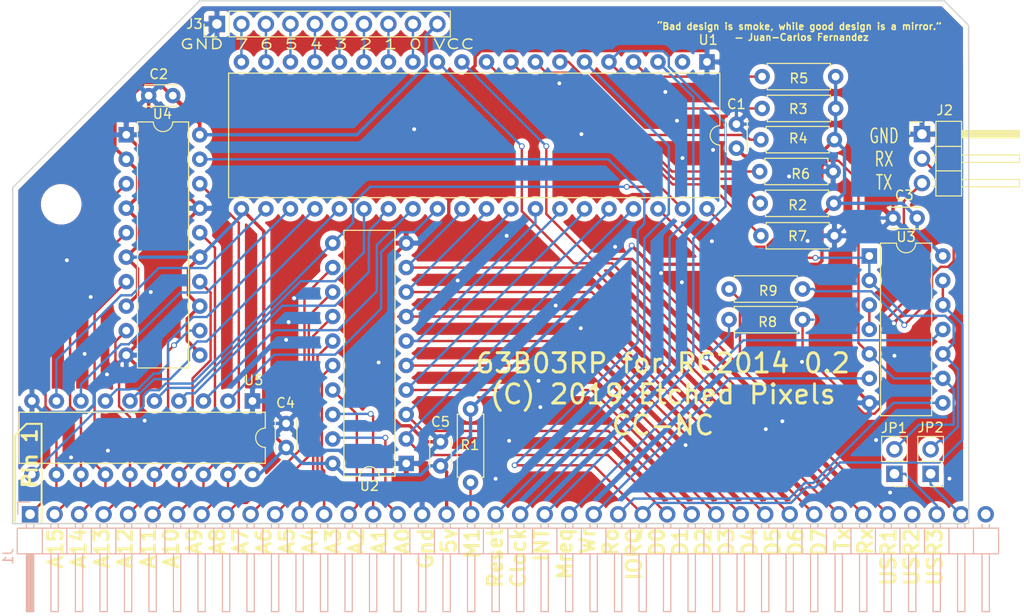
<source format=kicad_pcb>
(kicad_pcb (version 20171130) (host pcbnew 5.1.5-1.fc31)

  (general
    (thickness 1.6)
    (drawings 20)
    (tracks 589)
    (zones 0)
    (modules 25)
    (nets 66)
  )

  (page A4)
  (layers
    (0 F.Cu signal)
    (31 B.Cu signal)
    (32 B.Adhes user)
    (33 F.Adhes user)
    (34 B.Paste user)
    (35 F.Paste user)
    (36 B.SilkS user)
    (37 F.SilkS user)
    (38 B.Mask user)
    (39 F.Mask user)
    (40 Dwgs.User user)
    (41 Cmts.User user)
    (42 Eco1.User user)
    (43 Eco2.User user)
    (44 Edge.Cuts user)
    (45 Margin user)
    (46 B.CrtYd user)
    (47 F.CrtYd user)
    (48 B.Fab user hide)
    (49 F.Fab user hide)
  )

  (setup
    (last_trace_width 0.25)
    (trace_clearance 0.2)
    (zone_clearance 0.508)
    (zone_45_only no)
    (trace_min 0.2)
    (via_size 0.6)
    (via_drill 0.4)
    (via_min_size 0.4)
    (via_min_drill 0.3)
    (uvia_size 0.3)
    (uvia_drill 0.1)
    (uvias_allowed no)
    (uvia_min_size 0.2)
    (uvia_min_drill 0.1)
    (edge_width 0.15)
    (segment_width 0.2)
    (pcb_text_width 0.3)
    (pcb_text_size 1.5 1.5)
    (mod_edge_width 0.15)
    (mod_text_size 1 1)
    (mod_text_width 0.15)
    (pad_size 3.2 3.2)
    (pad_drill 3.2)
    (pad_to_mask_clearance 0.2)
    (aux_axis_origin 0 0)
    (visible_elements 7FFFFFFF)
    (pcbplotparams
      (layerselection 0x010f0_ffffffff)
      (usegerberextensions false)
      (usegerberattributes false)
      (usegerberadvancedattributes false)
      (creategerberjobfile false)
      (excludeedgelayer true)
      (linewidth 0.100000)
      (plotframeref false)
      (viasonmask false)
      (mode 1)
      (useauxorigin false)
      (hpglpennumber 1)
      (hpglpenspeed 20)
      (hpglpendiameter 15.000000)
      (psnegative false)
      (psa4output false)
      (plotreference true)
      (plotvalue true)
      (plotinvisibletext false)
      (padsonsilk false)
      (subtractmaskfromsilk false)
      (outputformat 1)
      (mirror false)
      (drillshape 0)
      (scaleselection 1)
      (outputdirectory "/tmp/kicad/6303"))
  )

  (net 0 "")
  (net 1 GND)
  (net 2 RD)
  (net 3 A15)
  (net 4 A14)
  (net 5 A13)
  (net 6 A12)
  (net 7 A11)
  (net 8 A10)
  (net 9 A9)
  (net 10 A8)
  (net 11 A7)
  (net 12 A6)
  (net 13 A5)
  (net 14 A4)
  (net 15 A3)
  (net 16 IORQ)
  (net 17 D1)
  (net 18 D2)
  (net 19 D3)
  (net 20 D4)
  (net 21 D5)
  (net 22 D6)
  (net 23 D7)
  (net 24 A2)
  (net 25 A1)
  (net 26 A0)
  (net 27 RESET)
  (net 28 CLK)
  (net 29 INT)
  (net 30 MREQ)
  (net 31 WR)
  (net 32 TX)
  (net 33 RX)
  (net 34 "Net-(J2-Pad2)")
  (net 35 VCC)
  (net 36 "Net-(J1-Pad19)")
  (net 37 D0)
  (net 38 "Net-(J1-Pad39)")
  (net 39 E)
  (net 40 "Net-(R2-Pad2)")
  (net 41 "Net-(R4-Pad2)")
  (net 42 "Net-(R5-Pad2)")
  (net 43 "Net-(R6-Pad1)")
  (net 44 "Net-(R7-Pad1)")
  (net 45 UA15)
  (net 46 UA14)
  (net 47 UA13)
  (net 48 UA12)
  (net 49 UA11)
  (net 50 UA10)
  (net 51 UA9)
  (net 52 UA8)
  (net 53 "Net-(U1-Pad39)")
  (net 54 "Net-(U3-Pad3)")
  (net 55 "Net-(J2-Pad3)")
  (net 56 "Net-(J3-Pad2)")
  (net 57 "Net-(J3-Pad3)")
  (net 58 "Net-(J3-Pad4)")
  (net 59 "Net-(J3-Pad5)")
  (net 60 "Net-(J3-Pad6)")
  (net 61 "Net-(J3-Pad7)")
  (net 62 "Net-(J3-Pad8)")
  (net 63 "Net-(J3-Pad9)")
  (net 64 "Net-(J1-Pad38)")
  (net 65 RW)

  (net_class Default "This is the default net class."
    (clearance 0.2)
    (trace_width 0.25)
    (via_dia 0.6)
    (via_drill 0.4)
    (uvia_dia 0.3)
    (uvia_drill 0.1)
    (add_net A0)
    (add_net A1)
    (add_net A10)
    (add_net A11)
    (add_net A12)
    (add_net A13)
    (add_net A14)
    (add_net A15)
    (add_net A2)
    (add_net A3)
    (add_net A4)
    (add_net A5)
    (add_net A6)
    (add_net A7)
    (add_net A8)
    (add_net A9)
    (add_net CLK)
    (add_net D0)
    (add_net D1)
    (add_net D2)
    (add_net D3)
    (add_net D4)
    (add_net D5)
    (add_net D6)
    (add_net D7)
    (add_net E)
    (add_net INT)
    (add_net IORQ)
    (add_net MREQ)
    (add_net "Net-(J1-Pad19)")
    (add_net "Net-(J1-Pad38)")
    (add_net "Net-(J1-Pad39)")
    (add_net "Net-(J2-Pad2)")
    (add_net "Net-(J2-Pad3)")
    (add_net "Net-(J3-Pad2)")
    (add_net "Net-(J3-Pad3)")
    (add_net "Net-(J3-Pad4)")
    (add_net "Net-(J3-Pad5)")
    (add_net "Net-(J3-Pad6)")
    (add_net "Net-(J3-Pad7)")
    (add_net "Net-(J3-Pad8)")
    (add_net "Net-(J3-Pad9)")
    (add_net "Net-(R2-Pad2)")
    (add_net "Net-(R4-Pad2)")
    (add_net "Net-(R5-Pad2)")
    (add_net "Net-(R6-Pad1)")
    (add_net "Net-(R7-Pad1)")
    (add_net "Net-(U1-Pad39)")
    (add_net "Net-(U3-Pad3)")
    (add_net RD)
    (add_net RESET)
    (add_net RW)
    (add_net RX)
    (add_net TX)
    (add_net UA10)
    (add_net UA11)
    (add_net UA12)
    (add_net UA13)
    (add_net UA14)
    (add_net UA15)
    (add_net UA8)
    (add_net UA9)
    (add_net WR)
  )

  (net_class Power ""
    (clearance 0.2)
    (trace_width 0.35)
    (via_dia 0.6)
    (via_drill 0.4)
    (uvia_dia 0.3)
    (uvia_drill 0.1)
    (add_net GND)
    (add_net VCC)
  )

  (module Package_DIP:DIP-40_W15.24mm (layer F.Cu) (tedit 5A02E8C5) (tstamp 5D72ECB0)
    (at 225.8695 105.4735 270)
    (descr "40-lead though-hole mounted DIP package, row spacing 15.24 mm (600 mils)")
    (tags "THT DIP DIL PDIP 2.54mm 15.24mm 600mil")
    (path /5D733D5E)
    (fp_text reference U1 (at -2.286 -0.127 180) (layer F.SilkS)
      (effects (font (size 1 1) (thickness 0.15)))
    )
    (fp_text value 6303RP-DIP40 (at 7.62 50.59 90) (layer F.Fab)
      (effects (font (size 1 1) (thickness 0.15)))
    )
    (fp_arc (start 7.62 -1.33) (end 6.62 -1.33) (angle -180) (layer F.SilkS) (width 0.12))
    (fp_line (start 1.255 -1.27) (end 14.985 -1.27) (layer F.Fab) (width 0.1))
    (fp_line (start 14.985 -1.27) (end 14.985 49.53) (layer F.Fab) (width 0.1))
    (fp_line (start 14.985 49.53) (end 0.255 49.53) (layer F.Fab) (width 0.1))
    (fp_line (start 0.255 49.53) (end 0.255 -0.27) (layer F.Fab) (width 0.1))
    (fp_line (start 0.255 -0.27) (end 1.255 -1.27) (layer F.Fab) (width 0.1))
    (fp_line (start 6.62 -1.33) (end 1.16 -1.33) (layer F.SilkS) (width 0.12))
    (fp_line (start 1.16 -1.33) (end 1.16 49.59) (layer F.SilkS) (width 0.12))
    (fp_line (start 1.16 49.59) (end 14.08 49.59) (layer F.SilkS) (width 0.12))
    (fp_line (start 14.08 49.59) (end 14.08 -1.33) (layer F.SilkS) (width 0.12))
    (fp_line (start 14.08 -1.33) (end 8.62 -1.33) (layer F.SilkS) (width 0.12))
    (fp_line (start -1.05 -1.55) (end -1.05 49.8) (layer F.CrtYd) (width 0.05))
    (fp_line (start -1.05 49.8) (end 16.3 49.8) (layer F.CrtYd) (width 0.05))
    (fp_line (start 16.3 49.8) (end 16.3 -1.55) (layer F.CrtYd) (width 0.05))
    (fp_line (start 16.3 -1.55) (end -1.05 -1.55) (layer F.CrtYd) (width 0.05))
    (fp_text user %R (at 7.62 24.13 90) (layer F.Fab)
      (effects (font (size 1 1) (thickness 0.15)))
    )
    (pad 1 thru_hole rect (at 0 0 270) (size 1.6 1.6) (drill 0.8) (layers *.Cu *.Mask)
      (net 1 GND))
    (pad 21 thru_hole oval (at 15.24 48.26 270) (size 1.6 1.6) (drill 0.8) (layers *.Cu *.Mask)
      (net 35 VCC))
    (pad 2 thru_hole oval (at 0 2.54 270) (size 1.6 1.6) (drill 0.8) (layers *.Cu *.Mask))
    (pad 22 thru_hole oval (at 15.24 45.72 270) (size 1.6 1.6) (drill 0.8) (layers *.Cu *.Mask)
      (net 45 UA15))
    (pad 3 thru_hole oval (at 0 5.08 270) (size 1.6 1.6) (drill 0.8) (layers *.Cu *.Mask)
      (net 28 CLK))
    (pad 23 thru_hole oval (at 15.24 43.18 270) (size 1.6 1.6) (drill 0.8) (layers *.Cu *.Mask)
      (net 46 UA14))
    (pad 4 thru_hole oval (at 0 7.62 270) (size 1.6 1.6) (drill 0.8) (layers *.Cu *.Mask)
      (net 42 "Net-(R5-Pad2)"))
    (pad 24 thru_hole oval (at 15.24 40.64 270) (size 1.6 1.6) (drill 0.8) (layers *.Cu *.Mask)
      (net 47 UA13))
    (pad 5 thru_hole oval (at 0 10.16 270) (size 1.6 1.6) (drill 0.8) (layers *.Cu *.Mask)
      (net 29 INT))
    (pad 25 thru_hole oval (at 15.24 38.1 270) (size 1.6 1.6) (drill 0.8) (layers *.Cu *.Mask)
      (net 48 UA12))
    (pad 6 thru_hole oval (at 0 12.7 270) (size 1.6 1.6) (drill 0.8) (layers *.Cu *.Mask)
      (net 27 RESET))
    (pad 26 thru_hole oval (at 15.24 35.56 270) (size 1.6 1.6) (drill 0.8) (layers *.Cu *.Mask)
      (net 49 UA11))
    (pad 7 thru_hole oval (at 0 15.24 270) (size 1.6 1.6) (drill 0.8) (layers *.Cu *.Mask)
      (net 41 "Net-(R4-Pad2)"))
    (pad 27 thru_hole oval (at 15.24 33.02 270) (size 1.6 1.6) (drill 0.8) (layers *.Cu *.Mask)
      (net 50 UA10))
    (pad 8 thru_hole oval (at 0 17.78 270) (size 1.6 1.6) (drill 0.8) (layers *.Cu *.Mask)
      (net 43 "Net-(R6-Pad1)"))
    (pad 28 thru_hole oval (at 15.24 30.48 270) (size 1.6 1.6) (drill 0.8) (layers *.Cu *.Mask)
      (net 51 UA9))
    (pad 9 thru_hole oval (at 0 20.32 270) (size 1.6 1.6) (drill 0.8) (layers *.Cu *.Mask)
      (net 40 "Net-(R2-Pad2)"))
    (pad 29 thru_hole oval (at 15.24 27.94 270) (size 1.6 1.6) (drill 0.8) (layers *.Cu *.Mask)
      (net 52 UA8))
    (pad 10 thru_hole oval (at 0 22.86 270) (size 1.6 1.6) (drill 0.8) (layers *.Cu *.Mask)
      (net 44 "Net-(R7-Pad1)"))
    (pad 30 thru_hole oval (at 15.24 25.4 270) (size 1.6 1.6) (drill 0.8) (layers *.Cu *.Mask)
      (net 23 D7))
    (pad 11 thru_hole oval (at 0 25.4 270) (size 1.6 1.6) (drill 0.8) (layers *.Cu *.Mask)
      (net 33 RX))
    (pad 31 thru_hole oval (at 15.24 22.86 270) (size 1.6 1.6) (drill 0.8) (layers *.Cu *.Mask)
      (net 22 D6))
    (pad 12 thru_hole oval (at 0 27.94 270) (size 1.6 1.6) (drill 0.8) (layers *.Cu *.Mask)
      (net 32 TX))
    (pad 32 thru_hole oval (at 15.24 20.32 270) (size 1.6 1.6) (drill 0.8) (layers *.Cu *.Mask)
      (net 21 D5))
    (pad 13 thru_hole oval (at 0 30.48 270) (size 1.6 1.6) (drill 0.8) (layers *.Cu *.Mask)
      (net 63 "Net-(J3-Pad9)"))
    (pad 33 thru_hole oval (at 15.24 17.78 270) (size 1.6 1.6) (drill 0.8) (layers *.Cu *.Mask)
      (net 20 D4))
    (pad 14 thru_hole oval (at 0 33.02 270) (size 1.6 1.6) (drill 0.8) (layers *.Cu *.Mask)
      (net 62 "Net-(J3-Pad8)"))
    (pad 34 thru_hole oval (at 15.24 15.24 270) (size 1.6 1.6) (drill 0.8) (layers *.Cu *.Mask)
      (net 19 D3))
    (pad 15 thru_hole oval (at 0 35.56 270) (size 1.6 1.6) (drill 0.8) (layers *.Cu *.Mask)
      (net 61 "Net-(J3-Pad7)"))
    (pad 35 thru_hole oval (at 15.24 12.7 270) (size 1.6 1.6) (drill 0.8) (layers *.Cu *.Mask)
      (net 18 D2))
    (pad 16 thru_hole oval (at 0 38.1 270) (size 1.6 1.6) (drill 0.8) (layers *.Cu *.Mask)
      (net 60 "Net-(J3-Pad6)"))
    (pad 36 thru_hole oval (at 15.24 10.16 270) (size 1.6 1.6) (drill 0.8) (layers *.Cu *.Mask)
      (net 17 D1))
    (pad 17 thru_hole oval (at 0 40.64 270) (size 1.6 1.6) (drill 0.8) (layers *.Cu *.Mask)
      (net 59 "Net-(J3-Pad5)"))
    (pad 37 thru_hole oval (at 15.24 7.62 270) (size 1.6 1.6) (drill 0.8) (layers *.Cu *.Mask)
      (net 37 D0))
    (pad 18 thru_hole oval (at 0 43.18 270) (size 1.6 1.6) (drill 0.8) (layers *.Cu *.Mask)
      (net 58 "Net-(J3-Pad4)"))
    (pad 38 thru_hole oval (at 15.24 5.08 270) (size 1.6 1.6) (drill 0.8) (layers *.Cu *.Mask)
      (net 65 RW))
    (pad 19 thru_hole oval (at 0 45.72 270) (size 1.6 1.6) (drill 0.8) (layers *.Cu *.Mask)
      (net 57 "Net-(J3-Pad3)"))
    (pad 39 thru_hole oval (at 15.24 2.54 270) (size 1.6 1.6) (drill 0.8) (layers *.Cu *.Mask)
      (net 53 "Net-(U1-Pad39)"))
    (pad 20 thru_hole oval (at 0 48.26 270) (size 1.6 1.6) (drill 0.8) (layers *.Cu *.Mask)
      (net 56 "Net-(J3-Pad2)"))
    (pad 40 thru_hole oval (at 15.24 0 270) (size 1.6 1.6) (drill 0.8) (layers *.Cu *.Mask)
      (net 39 E))
    (model ${KISYS3DMOD}/Package_DIP.3dshapes/DIP-40_W15.24mm.wrl
      (at (xyz 0 0 0))
      (scale (xyz 1 1 1))
      (rotate (xyz 0 0 0))
    )
  )

  (module Package_DIP:DIP-20_W7.62mm (layer F.Cu) (tedit 5A02E8C5) (tstamp 5D72ECD8)
    (at 194.691 147.1295 180)
    (descr "20-lead though-hole mounted DIP package, row spacing 7.62 mm (300 mils)")
    (tags "THT DIP DIL PDIP 2.54mm 7.62mm 300mil")
    (path /5D73983B)
    (fp_text reference U2 (at 3.81 -2.33) (layer F.SilkS)
      (effects (font (size 1 1) (thickness 0.15)))
    )
    (fp_text value 74HC573 (at 3.81 25.19) (layer F.Fab)
      (effects (font (size 1 1) (thickness 0.15)))
    )
    (fp_text user %R (at 3.81 11.43) (layer F.Fab)
      (effects (font (size 1 1) (thickness 0.15)))
    )
    (fp_line (start 8.7 -1.55) (end -1.1 -1.55) (layer F.CrtYd) (width 0.05))
    (fp_line (start 8.7 24.4) (end 8.7 -1.55) (layer F.CrtYd) (width 0.05))
    (fp_line (start -1.1 24.4) (end 8.7 24.4) (layer F.CrtYd) (width 0.05))
    (fp_line (start -1.1 -1.55) (end -1.1 24.4) (layer F.CrtYd) (width 0.05))
    (fp_line (start 6.46 -1.33) (end 4.81 -1.33) (layer F.SilkS) (width 0.12))
    (fp_line (start 6.46 24.19) (end 6.46 -1.33) (layer F.SilkS) (width 0.12))
    (fp_line (start 1.16 24.19) (end 6.46 24.19) (layer F.SilkS) (width 0.12))
    (fp_line (start 1.16 -1.33) (end 1.16 24.19) (layer F.SilkS) (width 0.12))
    (fp_line (start 2.81 -1.33) (end 1.16 -1.33) (layer F.SilkS) (width 0.12))
    (fp_line (start 0.635 -0.27) (end 1.635 -1.27) (layer F.Fab) (width 0.1))
    (fp_line (start 0.635 24.13) (end 0.635 -0.27) (layer F.Fab) (width 0.1))
    (fp_line (start 6.985 24.13) (end 0.635 24.13) (layer F.Fab) (width 0.1))
    (fp_line (start 6.985 -1.27) (end 6.985 24.13) (layer F.Fab) (width 0.1))
    (fp_line (start 1.635 -1.27) (end 6.985 -1.27) (layer F.Fab) (width 0.1))
    (fp_arc (start 3.81 -1.33) (end 2.81 -1.33) (angle -180) (layer F.SilkS) (width 0.12))
    (pad 20 thru_hole oval (at 7.62 0 180) (size 1.6 1.6) (drill 0.8) (layers *.Cu *.Mask)
      (net 35 VCC))
    (pad 10 thru_hole oval (at 0 22.86 180) (size 1.6 1.6) (drill 0.8) (layers *.Cu *.Mask)
      (net 1 GND))
    (pad 19 thru_hole oval (at 7.62 2.54 180) (size 1.6 1.6) (drill 0.8) (layers *.Cu *.Mask)
      (net 26 A0))
    (pad 9 thru_hole oval (at 0 20.32 180) (size 1.6 1.6) (drill 0.8) (layers *.Cu *.Mask)
      (net 23 D7))
    (pad 18 thru_hole oval (at 7.62 5.08 180) (size 1.6 1.6) (drill 0.8) (layers *.Cu *.Mask)
      (net 25 A1))
    (pad 8 thru_hole oval (at 0 17.78 180) (size 1.6 1.6) (drill 0.8) (layers *.Cu *.Mask)
      (net 22 D6))
    (pad 17 thru_hole oval (at 7.62 7.62 180) (size 1.6 1.6) (drill 0.8) (layers *.Cu *.Mask)
      (net 24 A2))
    (pad 7 thru_hole oval (at 0 15.24 180) (size 1.6 1.6) (drill 0.8) (layers *.Cu *.Mask)
      (net 21 D5))
    (pad 16 thru_hole oval (at 7.62 10.16 180) (size 1.6 1.6) (drill 0.8) (layers *.Cu *.Mask)
      (net 15 A3))
    (pad 6 thru_hole oval (at 0 12.7 180) (size 1.6 1.6) (drill 0.8) (layers *.Cu *.Mask)
      (net 20 D4))
    (pad 15 thru_hole oval (at 7.62 12.7 180) (size 1.6 1.6) (drill 0.8) (layers *.Cu *.Mask)
      (net 14 A4))
    (pad 5 thru_hole oval (at 0 10.16 180) (size 1.6 1.6) (drill 0.8) (layers *.Cu *.Mask)
      (net 19 D3))
    (pad 14 thru_hole oval (at 7.62 15.24 180) (size 1.6 1.6) (drill 0.8) (layers *.Cu *.Mask)
      (net 13 A5))
    (pad 4 thru_hole oval (at 0 7.62 180) (size 1.6 1.6) (drill 0.8) (layers *.Cu *.Mask)
      (net 18 D2))
    (pad 13 thru_hole oval (at 7.62 17.78 180) (size 1.6 1.6) (drill 0.8) (layers *.Cu *.Mask)
      (net 12 A6))
    (pad 3 thru_hole oval (at 0 5.08 180) (size 1.6 1.6) (drill 0.8) (layers *.Cu *.Mask)
      (net 17 D1))
    (pad 12 thru_hole oval (at 7.62 20.32 180) (size 1.6 1.6) (drill 0.8) (layers *.Cu *.Mask)
      (net 11 A7))
    (pad 2 thru_hole oval (at 0 2.54 180) (size 1.6 1.6) (drill 0.8) (layers *.Cu *.Mask)
      (net 37 D0))
    (pad 11 thru_hole oval (at 7.62 22.86 180) (size 1.6 1.6) (drill 0.8) (layers *.Cu *.Mask)
      (net 53 "Net-(U1-Pad39)"))
    (pad 1 thru_hole rect (at 0 0 180) (size 1.6 1.6) (drill 0.8) (layers *.Cu *.Mask)
      (net 1 GND))
    (model ${KISYS3DMOD}/Package_DIP.3dshapes/DIP-20_W7.62mm.wrl
      (at (xyz 0 0 0))
      (scale (xyz 1 1 1))
      (rotate (xyz 0 0 0))
    )
  )

  (module Connector_PinHeader_2.54mm:PinHeader_1x40_P2.54mm_Horizontal (layer B.Cu) (tedit 59FED5CB) (tstamp 5D4E77A0)
    (at 155.702 152.4 270)
    (descr "Through hole angled pin header, 1x40, 2.54mm pitch, 6mm pin length, single row")
    (tags "Through hole angled pin header THT 1x40 2.54mm single row")
    (path /5D4D81A3)
    (fp_text reference J1 (at 4.385 2.27 270) (layer B.SilkS)
      (effects (font (size 1 1) (thickness 0.15)) (justify mirror))
    )
    (fp_text value Conn_01x40 (at 4.385 -101.33 270) (layer B.Fab)
      (effects (font (size 1 1) (thickness 0.15)) (justify mirror))
    )
    (fp_line (start 2.135 1.27) (end 4.04 1.27) (layer B.Fab) (width 0.1))
    (fp_line (start 4.04 1.27) (end 4.04 -100.33) (layer B.Fab) (width 0.1))
    (fp_line (start 4.04 -100.33) (end 1.5 -100.33) (layer B.Fab) (width 0.1))
    (fp_line (start 1.5 -100.33) (end 1.5 0.635) (layer B.Fab) (width 0.1))
    (fp_line (start 1.5 0.635) (end 2.135 1.27) (layer B.Fab) (width 0.1))
    (fp_line (start -0.32 0.32) (end 1.5 0.32) (layer B.Fab) (width 0.1))
    (fp_line (start -0.32 0.32) (end -0.32 -0.32) (layer B.Fab) (width 0.1))
    (fp_line (start -0.32 -0.32) (end 1.5 -0.32) (layer B.Fab) (width 0.1))
    (fp_line (start 4.04 0.32) (end 10.04 0.32) (layer B.Fab) (width 0.1))
    (fp_line (start 10.04 0.32) (end 10.04 -0.32) (layer B.Fab) (width 0.1))
    (fp_line (start 4.04 -0.32) (end 10.04 -0.32) (layer B.Fab) (width 0.1))
    (fp_line (start -0.32 -2.22) (end 1.5 -2.22) (layer B.Fab) (width 0.1))
    (fp_line (start -0.32 -2.22) (end -0.32 -2.86) (layer B.Fab) (width 0.1))
    (fp_line (start -0.32 -2.86) (end 1.5 -2.86) (layer B.Fab) (width 0.1))
    (fp_line (start 4.04 -2.22) (end 10.04 -2.22) (layer B.Fab) (width 0.1))
    (fp_line (start 10.04 -2.22) (end 10.04 -2.86) (layer B.Fab) (width 0.1))
    (fp_line (start 4.04 -2.86) (end 10.04 -2.86) (layer B.Fab) (width 0.1))
    (fp_line (start -0.32 -4.76) (end 1.5 -4.76) (layer B.Fab) (width 0.1))
    (fp_line (start -0.32 -4.76) (end -0.32 -5.4) (layer B.Fab) (width 0.1))
    (fp_line (start -0.32 -5.4) (end 1.5 -5.4) (layer B.Fab) (width 0.1))
    (fp_line (start 4.04 -4.76) (end 10.04 -4.76) (layer B.Fab) (width 0.1))
    (fp_line (start 10.04 -4.76) (end 10.04 -5.4) (layer B.Fab) (width 0.1))
    (fp_line (start 4.04 -5.4) (end 10.04 -5.4) (layer B.Fab) (width 0.1))
    (fp_line (start -0.32 -7.3) (end 1.5 -7.3) (layer B.Fab) (width 0.1))
    (fp_line (start -0.32 -7.3) (end -0.32 -7.94) (layer B.Fab) (width 0.1))
    (fp_line (start -0.32 -7.94) (end 1.5 -7.94) (layer B.Fab) (width 0.1))
    (fp_line (start 4.04 -7.3) (end 10.04 -7.3) (layer B.Fab) (width 0.1))
    (fp_line (start 10.04 -7.3) (end 10.04 -7.94) (layer B.Fab) (width 0.1))
    (fp_line (start 4.04 -7.94) (end 10.04 -7.94) (layer B.Fab) (width 0.1))
    (fp_line (start -0.32 -9.84) (end 1.5 -9.84) (layer B.Fab) (width 0.1))
    (fp_line (start -0.32 -9.84) (end -0.32 -10.48) (layer B.Fab) (width 0.1))
    (fp_line (start -0.32 -10.48) (end 1.5 -10.48) (layer B.Fab) (width 0.1))
    (fp_line (start 4.04 -9.84) (end 10.04 -9.84) (layer B.Fab) (width 0.1))
    (fp_line (start 10.04 -9.84) (end 10.04 -10.48) (layer B.Fab) (width 0.1))
    (fp_line (start 4.04 -10.48) (end 10.04 -10.48) (layer B.Fab) (width 0.1))
    (fp_line (start -0.32 -12.38) (end 1.5 -12.38) (layer B.Fab) (width 0.1))
    (fp_line (start -0.32 -12.38) (end -0.32 -13.02) (layer B.Fab) (width 0.1))
    (fp_line (start -0.32 -13.02) (end 1.5 -13.02) (layer B.Fab) (width 0.1))
    (fp_line (start 4.04 -12.38) (end 10.04 -12.38) (layer B.Fab) (width 0.1))
    (fp_line (start 10.04 -12.38) (end 10.04 -13.02) (layer B.Fab) (width 0.1))
    (fp_line (start 4.04 -13.02) (end 10.04 -13.02) (layer B.Fab) (width 0.1))
    (fp_line (start -0.32 -14.92) (end 1.5 -14.92) (layer B.Fab) (width 0.1))
    (fp_line (start -0.32 -14.92) (end -0.32 -15.56) (layer B.Fab) (width 0.1))
    (fp_line (start -0.32 -15.56) (end 1.5 -15.56) (layer B.Fab) (width 0.1))
    (fp_line (start 4.04 -14.92) (end 10.04 -14.92) (layer B.Fab) (width 0.1))
    (fp_line (start 10.04 -14.92) (end 10.04 -15.56) (layer B.Fab) (width 0.1))
    (fp_line (start 4.04 -15.56) (end 10.04 -15.56) (layer B.Fab) (width 0.1))
    (fp_line (start -0.32 -17.46) (end 1.5 -17.46) (layer B.Fab) (width 0.1))
    (fp_line (start -0.32 -17.46) (end -0.32 -18.1) (layer B.Fab) (width 0.1))
    (fp_line (start -0.32 -18.1) (end 1.5 -18.1) (layer B.Fab) (width 0.1))
    (fp_line (start 4.04 -17.46) (end 10.04 -17.46) (layer B.Fab) (width 0.1))
    (fp_line (start 10.04 -17.46) (end 10.04 -18.1) (layer B.Fab) (width 0.1))
    (fp_line (start 4.04 -18.1) (end 10.04 -18.1) (layer B.Fab) (width 0.1))
    (fp_line (start -0.32 -20) (end 1.5 -20) (layer B.Fab) (width 0.1))
    (fp_line (start -0.32 -20) (end -0.32 -20.64) (layer B.Fab) (width 0.1))
    (fp_line (start -0.32 -20.64) (end 1.5 -20.64) (layer B.Fab) (width 0.1))
    (fp_line (start 4.04 -20) (end 10.04 -20) (layer B.Fab) (width 0.1))
    (fp_line (start 10.04 -20) (end 10.04 -20.64) (layer B.Fab) (width 0.1))
    (fp_line (start 4.04 -20.64) (end 10.04 -20.64) (layer B.Fab) (width 0.1))
    (fp_line (start -0.32 -22.54) (end 1.5 -22.54) (layer B.Fab) (width 0.1))
    (fp_line (start -0.32 -22.54) (end -0.32 -23.18) (layer B.Fab) (width 0.1))
    (fp_line (start -0.32 -23.18) (end 1.5 -23.18) (layer B.Fab) (width 0.1))
    (fp_line (start 4.04 -22.54) (end 10.04 -22.54) (layer B.Fab) (width 0.1))
    (fp_line (start 10.04 -22.54) (end 10.04 -23.18) (layer B.Fab) (width 0.1))
    (fp_line (start 4.04 -23.18) (end 10.04 -23.18) (layer B.Fab) (width 0.1))
    (fp_line (start -0.32 -25.08) (end 1.5 -25.08) (layer B.Fab) (width 0.1))
    (fp_line (start -0.32 -25.08) (end -0.32 -25.72) (layer B.Fab) (width 0.1))
    (fp_line (start -0.32 -25.72) (end 1.5 -25.72) (layer B.Fab) (width 0.1))
    (fp_line (start 4.04 -25.08) (end 10.04 -25.08) (layer B.Fab) (width 0.1))
    (fp_line (start 10.04 -25.08) (end 10.04 -25.72) (layer B.Fab) (width 0.1))
    (fp_line (start 4.04 -25.72) (end 10.04 -25.72) (layer B.Fab) (width 0.1))
    (fp_line (start -0.32 -27.62) (end 1.5 -27.62) (layer B.Fab) (width 0.1))
    (fp_line (start -0.32 -27.62) (end -0.32 -28.26) (layer B.Fab) (width 0.1))
    (fp_line (start -0.32 -28.26) (end 1.5 -28.26) (layer B.Fab) (width 0.1))
    (fp_line (start 4.04 -27.62) (end 10.04 -27.62) (layer B.Fab) (width 0.1))
    (fp_line (start 10.04 -27.62) (end 10.04 -28.26) (layer B.Fab) (width 0.1))
    (fp_line (start 4.04 -28.26) (end 10.04 -28.26) (layer B.Fab) (width 0.1))
    (fp_line (start -0.32 -30.16) (end 1.5 -30.16) (layer B.Fab) (width 0.1))
    (fp_line (start -0.32 -30.16) (end -0.32 -30.8) (layer B.Fab) (width 0.1))
    (fp_line (start -0.32 -30.8) (end 1.5 -30.8) (layer B.Fab) (width 0.1))
    (fp_line (start 4.04 -30.16) (end 10.04 -30.16) (layer B.Fab) (width 0.1))
    (fp_line (start 10.04 -30.16) (end 10.04 -30.8) (layer B.Fab) (width 0.1))
    (fp_line (start 4.04 -30.8) (end 10.04 -30.8) (layer B.Fab) (width 0.1))
    (fp_line (start -0.32 -32.7) (end 1.5 -32.7) (layer B.Fab) (width 0.1))
    (fp_line (start -0.32 -32.7) (end -0.32 -33.34) (layer B.Fab) (width 0.1))
    (fp_line (start -0.32 -33.34) (end 1.5 -33.34) (layer B.Fab) (width 0.1))
    (fp_line (start 4.04 -32.7) (end 10.04 -32.7) (layer B.Fab) (width 0.1))
    (fp_line (start 10.04 -32.7) (end 10.04 -33.34) (layer B.Fab) (width 0.1))
    (fp_line (start 4.04 -33.34) (end 10.04 -33.34) (layer B.Fab) (width 0.1))
    (fp_line (start -0.32 -35.24) (end 1.5 -35.24) (layer B.Fab) (width 0.1))
    (fp_line (start -0.32 -35.24) (end -0.32 -35.88) (layer B.Fab) (width 0.1))
    (fp_line (start -0.32 -35.88) (end 1.5 -35.88) (layer B.Fab) (width 0.1))
    (fp_line (start 4.04 -35.24) (end 10.04 -35.24) (layer B.Fab) (width 0.1))
    (fp_line (start 10.04 -35.24) (end 10.04 -35.88) (layer B.Fab) (width 0.1))
    (fp_line (start 4.04 -35.88) (end 10.04 -35.88) (layer B.Fab) (width 0.1))
    (fp_line (start -0.32 -37.78) (end 1.5 -37.78) (layer B.Fab) (width 0.1))
    (fp_line (start -0.32 -37.78) (end -0.32 -38.42) (layer B.Fab) (width 0.1))
    (fp_line (start -0.32 -38.42) (end 1.5 -38.42) (layer B.Fab) (width 0.1))
    (fp_line (start 4.04 -37.78) (end 10.04 -37.78) (layer B.Fab) (width 0.1))
    (fp_line (start 10.04 -37.78) (end 10.04 -38.42) (layer B.Fab) (width 0.1))
    (fp_line (start 4.04 -38.42) (end 10.04 -38.42) (layer B.Fab) (width 0.1))
    (fp_line (start -0.32 -40.32) (end 1.5 -40.32) (layer B.Fab) (width 0.1))
    (fp_line (start -0.32 -40.32) (end -0.32 -40.96) (layer B.Fab) (width 0.1))
    (fp_line (start -0.32 -40.96) (end 1.5 -40.96) (layer B.Fab) (width 0.1))
    (fp_line (start 4.04 -40.32) (end 10.04 -40.32) (layer B.Fab) (width 0.1))
    (fp_line (start 10.04 -40.32) (end 10.04 -40.96) (layer B.Fab) (width 0.1))
    (fp_line (start 4.04 -40.96) (end 10.04 -40.96) (layer B.Fab) (width 0.1))
    (fp_line (start -0.32 -42.86) (end 1.5 -42.86) (layer B.Fab) (width 0.1))
    (fp_line (start -0.32 -42.86) (end -0.32 -43.5) (layer B.Fab) (width 0.1))
    (fp_line (start -0.32 -43.5) (end 1.5 -43.5) (layer B.Fab) (width 0.1))
    (fp_line (start 4.04 -42.86) (end 10.04 -42.86) (layer B.Fab) (width 0.1))
    (fp_line (start 10.04 -42.86) (end 10.04 -43.5) (layer B.Fab) (width 0.1))
    (fp_line (start 4.04 -43.5) (end 10.04 -43.5) (layer B.Fab) (width 0.1))
    (fp_line (start -0.32 -45.4) (end 1.5 -45.4) (layer B.Fab) (width 0.1))
    (fp_line (start -0.32 -45.4) (end -0.32 -46.04) (layer B.Fab) (width 0.1))
    (fp_line (start -0.32 -46.04) (end 1.5 -46.04) (layer B.Fab) (width 0.1))
    (fp_line (start 4.04 -45.4) (end 10.04 -45.4) (layer B.Fab) (width 0.1))
    (fp_line (start 10.04 -45.4) (end 10.04 -46.04) (layer B.Fab) (width 0.1))
    (fp_line (start 4.04 -46.04) (end 10.04 -46.04) (layer B.Fab) (width 0.1))
    (fp_line (start -0.32 -47.94) (end 1.5 -47.94) (layer B.Fab) (width 0.1))
    (fp_line (start -0.32 -47.94) (end -0.32 -48.58) (layer B.Fab) (width 0.1))
    (fp_line (start -0.32 -48.58) (end 1.5 -48.58) (layer B.Fab) (width 0.1))
    (fp_line (start 4.04 -47.94) (end 10.04 -47.94) (layer B.Fab) (width 0.1))
    (fp_line (start 10.04 -47.94) (end 10.04 -48.58) (layer B.Fab) (width 0.1))
    (fp_line (start 4.04 -48.58) (end 10.04 -48.58) (layer B.Fab) (width 0.1))
    (fp_line (start -0.32 -50.48) (end 1.5 -50.48) (layer B.Fab) (width 0.1))
    (fp_line (start -0.32 -50.48) (end -0.32 -51.12) (layer B.Fab) (width 0.1))
    (fp_line (start -0.32 -51.12) (end 1.5 -51.12) (layer B.Fab) (width 0.1))
    (fp_line (start 4.04 -50.48) (end 10.04 -50.48) (layer B.Fab) (width 0.1))
    (fp_line (start 10.04 -50.48) (end 10.04 -51.12) (layer B.Fab) (width 0.1))
    (fp_line (start 4.04 -51.12) (end 10.04 -51.12) (layer B.Fab) (width 0.1))
    (fp_line (start -0.32 -53.02) (end 1.5 -53.02) (layer B.Fab) (width 0.1))
    (fp_line (start -0.32 -53.02) (end -0.32 -53.66) (layer B.Fab) (width 0.1))
    (fp_line (start -0.32 -53.66) (end 1.5 -53.66) (layer B.Fab) (width 0.1))
    (fp_line (start 4.04 -53.02) (end 10.04 -53.02) (layer B.Fab) (width 0.1))
    (fp_line (start 10.04 -53.02) (end 10.04 -53.66) (layer B.Fab) (width 0.1))
    (fp_line (start 4.04 -53.66) (end 10.04 -53.66) (layer B.Fab) (width 0.1))
    (fp_line (start -0.32 -55.56) (end 1.5 -55.56) (layer B.Fab) (width 0.1))
    (fp_line (start -0.32 -55.56) (end -0.32 -56.2) (layer B.Fab) (width 0.1))
    (fp_line (start -0.32 -56.2) (end 1.5 -56.2) (layer B.Fab) (width 0.1))
    (fp_line (start 4.04 -55.56) (end 10.04 -55.56) (layer B.Fab) (width 0.1))
    (fp_line (start 10.04 -55.56) (end 10.04 -56.2) (layer B.Fab) (width 0.1))
    (fp_line (start 4.04 -56.2) (end 10.04 -56.2) (layer B.Fab) (width 0.1))
    (fp_line (start -0.32 -58.1) (end 1.5 -58.1) (layer B.Fab) (width 0.1))
    (fp_line (start -0.32 -58.1) (end -0.32 -58.74) (layer B.Fab) (width 0.1))
    (fp_line (start -0.32 -58.74) (end 1.5 -58.74) (layer B.Fab) (width 0.1))
    (fp_line (start 4.04 -58.1) (end 10.04 -58.1) (layer B.Fab) (width 0.1))
    (fp_line (start 10.04 -58.1) (end 10.04 -58.74) (layer B.Fab) (width 0.1))
    (fp_line (start 4.04 -58.74) (end 10.04 -58.74) (layer B.Fab) (width 0.1))
    (fp_line (start -0.32 -60.64) (end 1.5 -60.64) (layer B.Fab) (width 0.1))
    (fp_line (start -0.32 -60.64) (end -0.32 -61.28) (layer B.Fab) (width 0.1))
    (fp_line (start -0.32 -61.28) (end 1.5 -61.28) (layer B.Fab) (width 0.1))
    (fp_line (start 4.04 -60.64) (end 10.04 -60.64) (layer B.Fab) (width 0.1))
    (fp_line (start 10.04 -60.64) (end 10.04 -61.28) (layer B.Fab) (width 0.1))
    (fp_line (start 4.04 -61.28) (end 10.04 -61.28) (layer B.Fab) (width 0.1))
    (fp_line (start -0.32 -63.18) (end 1.5 -63.18) (layer B.Fab) (width 0.1))
    (fp_line (start -0.32 -63.18) (end -0.32 -63.82) (layer B.Fab) (width 0.1))
    (fp_line (start -0.32 -63.82) (end 1.5 -63.82) (layer B.Fab) (width 0.1))
    (fp_line (start 4.04 -63.18) (end 10.04 -63.18) (layer B.Fab) (width 0.1))
    (fp_line (start 10.04 -63.18) (end 10.04 -63.82) (layer B.Fab) (width 0.1))
    (fp_line (start 4.04 -63.82) (end 10.04 -63.82) (layer B.Fab) (width 0.1))
    (fp_line (start -0.32 -65.72) (end 1.5 -65.72) (layer B.Fab) (width 0.1))
    (fp_line (start -0.32 -65.72) (end -0.32 -66.36) (layer B.Fab) (width 0.1))
    (fp_line (start -0.32 -66.36) (end 1.5 -66.36) (layer B.Fab) (width 0.1))
    (fp_line (start 4.04 -65.72) (end 10.04 -65.72) (layer B.Fab) (width 0.1))
    (fp_line (start 10.04 -65.72) (end 10.04 -66.36) (layer B.Fab) (width 0.1))
    (fp_line (start 4.04 -66.36) (end 10.04 -66.36) (layer B.Fab) (width 0.1))
    (fp_line (start -0.32 -68.26) (end 1.5 -68.26) (layer B.Fab) (width 0.1))
    (fp_line (start -0.32 -68.26) (end -0.32 -68.9) (layer B.Fab) (width 0.1))
    (fp_line (start -0.32 -68.9) (end 1.5 -68.9) (layer B.Fab) (width 0.1))
    (fp_line (start 4.04 -68.26) (end 10.04 -68.26) (layer B.Fab) (width 0.1))
    (fp_line (start 10.04 -68.26) (end 10.04 -68.9) (layer B.Fab) (width 0.1))
    (fp_line (start 4.04 -68.9) (end 10.04 -68.9) (layer B.Fab) (width 0.1))
    (fp_line (start -0.32 -70.8) (end 1.5 -70.8) (layer B.Fab) (width 0.1))
    (fp_line (start -0.32 -70.8) (end -0.32 -71.44) (layer B.Fab) (width 0.1))
    (fp_line (start -0.32 -71.44) (end 1.5 -71.44) (layer B.Fab) (width 0.1))
    (fp_line (start 4.04 -70.8) (end 10.04 -70.8) (layer B.Fab) (width 0.1))
    (fp_line (start 10.04 -70.8) (end 10.04 -71.44) (layer B.Fab) (width 0.1))
    (fp_line (start 4.04 -71.44) (end 10.04 -71.44) (layer B.Fab) (width 0.1))
    (fp_line (start -0.32 -73.34) (end 1.5 -73.34) (layer B.Fab) (width 0.1))
    (fp_line (start -0.32 -73.34) (end -0.32 -73.98) (layer B.Fab) (width 0.1))
    (fp_line (start -0.32 -73.98) (end 1.5 -73.98) (layer B.Fab) (width 0.1))
    (fp_line (start 4.04 -73.34) (end 10.04 -73.34) (layer B.Fab) (width 0.1))
    (fp_line (start 10.04 -73.34) (end 10.04 -73.98) (layer B.Fab) (width 0.1))
    (fp_line (start 4.04 -73.98) (end 10.04 -73.98) (layer B.Fab) (width 0.1))
    (fp_line (start -0.32 -75.88) (end 1.5 -75.88) (layer B.Fab) (width 0.1))
    (fp_line (start -0.32 -75.88) (end -0.32 -76.52) (layer B.Fab) (width 0.1))
    (fp_line (start -0.32 -76.52) (end 1.5 -76.52) (layer B.Fab) (width 0.1))
    (fp_line (start 4.04 -75.88) (end 10.04 -75.88) (layer B.Fab) (width 0.1))
    (fp_line (start 10.04 -75.88) (end 10.04 -76.52) (layer B.Fab) (width 0.1))
    (fp_line (start 4.04 -76.52) (end 10.04 -76.52) (layer B.Fab) (width 0.1))
    (fp_line (start -0.32 -78.42) (end 1.5 -78.42) (layer B.Fab) (width 0.1))
    (fp_line (start -0.32 -78.42) (end -0.32 -79.06) (layer B.Fab) (width 0.1))
    (fp_line (start -0.32 -79.06) (end 1.5 -79.06) (layer B.Fab) (width 0.1))
    (fp_line (start 4.04 -78.42) (end 10.04 -78.42) (layer B.Fab) (width 0.1))
    (fp_line (start 10.04 -78.42) (end 10.04 -79.06) (layer B.Fab) (width 0.1))
    (fp_line (start 4.04 -79.06) (end 10.04 -79.06) (layer B.Fab) (width 0.1))
    (fp_line (start -0.32 -80.96) (end 1.5 -80.96) (layer B.Fab) (width 0.1))
    (fp_line (start -0.32 -80.96) (end -0.32 -81.6) (layer B.Fab) (width 0.1))
    (fp_line (start -0.32 -81.6) (end 1.5 -81.6) (layer B.Fab) (width 0.1))
    (fp_line (start 4.04 -80.96) (end 10.04 -80.96) (layer B.Fab) (width 0.1))
    (fp_line (start 10.04 -80.96) (end 10.04 -81.6) (layer B.Fab) (width 0.1))
    (fp_line (start 4.04 -81.6) (end 10.04 -81.6) (layer B.Fab) (width 0.1))
    (fp_line (start -0.32 -83.5) (end 1.5 -83.5) (layer B.Fab) (width 0.1))
    (fp_line (start -0.32 -83.5) (end -0.32 -84.14) (layer B.Fab) (width 0.1))
    (fp_line (start -0.32 -84.14) (end 1.5 -84.14) (layer B.Fab) (width 0.1))
    (fp_line (start 4.04 -83.5) (end 10.04 -83.5) (layer B.Fab) (width 0.1))
    (fp_line (start 10.04 -83.5) (end 10.04 -84.14) (layer B.Fab) (width 0.1))
    (fp_line (start 4.04 -84.14) (end 10.04 -84.14) (layer B.Fab) (width 0.1))
    (fp_line (start -0.32 -86.04) (end 1.5 -86.04) (layer B.Fab) (width 0.1))
    (fp_line (start -0.32 -86.04) (end -0.32 -86.68) (layer B.Fab) (width 0.1))
    (fp_line (start -0.32 -86.68) (end 1.5 -86.68) (layer B.Fab) (width 0.1))
    (fp_line (start 4.04 -86.04) (end 10.04 -86.04) (layer B.Fab) (width 0.1))
    (fp_line (start 10.04 -86.04) (end 10.04 -86.68) (layer B.Fab) (width 0.1))
    (fp_line (start 4.04 -86.68) (end 10.04 -86.68) (layer B.Fab) (width 0.1))
    (fp_line (start -0.32 -88.58) (end 1.5 -88.58) (layer B.Fab) (width 0.1))
    (fp_line (start -0.32 -88.58) (end -0.32 -89.22) (layer B.Fab) (width 0.1))
    (fp_line (start -0.32 -89.22) (end 1.5 -89.22) (layer B.Fab) (width 0.1))
    (fp_line (start 4.04 -88.58) (end 10.04 -88.58) (layer B.Fab) (width 0.1))
    (fp_line (start 10.04 -88.58) (end 10.04 -89.22) (layer B.Fab) (width 0.1))
    (fp_line (start 4.04 -89.22) (end 10.04 -89.22) (layer B.Fab) (width 0.1))
    (fp_line (start -0.32 -91.12) (end 1.5 -91.12) (layer B.Fab) (width 0.1))
    (fp_line (start -0.32 -91.12) (end -0.32 -91.76) (layer B.Fab) (width 0.1))
    (fp_line (start -0.32 -91.76) (end 1.5 -91.76) (layer B.Fab) (width 0.1))
    (fp_line (start 4.04 -91.12) (end 10.04 -91.12) (layer B.Fab) (width 0.1))
    (fp_line (start 10.04 -91.12) (end 10.04 -91.76) (layer B.Fab) (width 0.1))
    (fp_line (start 4.04 -91.76) (end 10.04 -91.76) (layer B.Fab) (width 0.1))
    (fp_line (start -0.32 -93.66) (end 1.5 -93.66) (layer B.Fab) (width 0.1))
    (fp_line (start -0.32 -93.66) (end -0.32 -94.3) (layer B.Fab) (width 0.1))
    (fp_line (start -0.32 -94.3) (end 1.5 -94.3) (layer B.Fab) (width 0.1))
    (fp_line (start 4.04 -93.66) (end 10.04 -93.66) (layer B.Fab) (width 0.1))
    (fp_line (start 10.04 -93.66) (end 10.04 -94.3) (layer B.Fab) (width 0.1))
    (fp_line (start 4.04 -94.3) (end 10.04 -94.3) (layer B.Fab) (width 0.1))
    (fp_line (start -0.32 -96.2) (end 1.5 -96.2) (layer B.Fab) (width 0.1))
    (fp_line (start -0.32 -96.2) (end -0.32 -96.84) (layer B.Fab) (width 0.1))
    (fp_line (start -0.32 -96.84) (end 1.5 -96.84) (layer B.Fab) (width 0.1))
    (fp_line (start 4.04 -96.2) (end 10.04 -96.2) (layer B.Fab) (width 0.1))
    (fp_line (start 10.04 -96.2) (end 10.04 -96.84) (layer B.Fab) (width 0.1))
    (fp_line (start 4.04 -96.84) (end 10.04 -96.84) (layer B.Fab) (width 0.1))
    (fp_line (start -0.32 -98.74) (end 1.5 -98.74) (layer B.Fab) (width 0.1))
    (fp_line (start -0.32 -98.74) (end -0.32 -99.38) (layer B.Fab) (width 0.1))
    (fp_line (start -0.32 -99.38) (end 1.5 -99.38) (layer B.Fab) (width 0.1))
    (fp_line (start 4.04 -98.74) (end 10.04 -98.74) (layer B.Fab) (width 0.1))
    (fp_line (start 10.04 -98.74) (end 10.04 -99.38) (layer B.Fab) (width 0.1))
    (fp_line (start 4.04 -99.38) (end 10.04 -99.38) (layer B.Fab) (width 0.1))
    (fp_line (start 1.44 1.33) (end 1.44 -100.39) (layer B.SilkS) (width 0.12))
    (fp_line (start 1.44 -100.39) (end 4.1 -100.39) (layer B.SilkS) (width 0.12))
    (fp_line (start 4.1 -100.39) (end 4.1 1.33) (layer B.SilkS) (width 0.12))
    (fp_line (start 4.1 1.33) (end 1.44 1.33) (layer B.SilkS) (width 0.12))
    (fp_line (start 4.1 0.38) (end 10.1 0.38) (layer B.SilkS) (width 0.12))
    (fp_line (start 10.1 0.38) (end 10.1 -0.38) (layer B.SilkS) (width 0.12))
    (fp_line (start 10.1 -0.38) (end 4.1 -0.38) (layer B.SilkS) (width 0.12))
    (fp_line (start 4.1 0.32) (end 10.1 0.32) (layer B.SilkS) (width 0.12))
    (fp_line (start 4.1 0.2) (end 10.1 0.2) (layer B.SilkS) (width 0.12))
    (fp_line (start 4.1 0.08) (end 10.1 0.08) (layer B.SilkS) (width 0.12))
    (fp_line (start 4.1 -0.04) (end 10.1 -0.04) (layer B.SilkS) (width 0.12))
    (fp_line (start 4.1 -0.16) (end 10.1 -0.16) (layer B.SilkS) (width 0.12))
    (fp_line (start 4.1 -0.28) (end 10.1 -0.28) (layer B.SilkS) (width 0.12))
    (fp_line (start 1.11 0.38) (end 1.44 0.38) (layer B.SilkS) (width 0.12))
    (fp_line (start 1.11 -0.38) (end 1.44 -0.38) (layer B.SilkS) (width 0.12))
    (fp_line (start 1.44 -1.27) (end 4.1 -1.27) (layer B.SilkS) (width 0.12))
    (fp_line (start 4.1 -2.16) (end 10.1 -2.16) (layer B.SilkS) (width 0.12))
    (fp_line (start 10.1 -2.16) (end 10.1 -2.92) (layer B.SilkS) (width 0.12))
    (fp_line (start 10.1 -2.92) (end 4.1 -2.92) (layer B.SilkS) (width 0.12))
    (fp_line (start 1.042929 -2.16) (end 1.44 -2.16) (layer B.SilkS) (width 0.12))
    (fp_line (start 1.042929 -2.92) (end 1.44 -2.92) (layer B.SilkS) (width 0.12))
    (fp_line (start 1.44 -3.81) (end 4.1 -3.81) (layer B.SilkS) (width 0.12))
    (fp_line (start 4.1 -4.7) (end 10.1 -4.7) (layer B.SilkS) (width 0.12))
    (fp_line (start 10.1 -4.7) (end 10.1 -5.46) (layer B.SilkS) (width 0.12))
    (fp_line (start 10.1 -5.46) (end 4.1 -5.46) (layer B.SilkS) (width 0.12))
    (fp_line (start 1.042929 -4.7) (end 1.44 -4.7) (layer B.SilkS) (width 0.12))
    (fp_line (start 1.042929 -5.46) (end 1.44 -5.46) (layer B.SilkS) (width 0.12))
    (fp_line (start 1.44 -6.35) (end 4.1 -6.35) (layer B.SilkS) (width 0.12))
    (fp_line (start 4.1 -7.24) (end 10.1 -7.24) (layer B.SilkS) (width 0.12))
    (fp_line (start 10.1 -7.24) (end 10.1 -8) (layer B.SilkS) (width 0.12))
    (fp_line (start 10.1 -8) (end 4.1 -8) (layer B.SilkS) (width 0.12))
    (fp_line (start 1.042929 -7.24) (end 1.44 -7.24) (layer B.SilkS) (width 0.12))
    (fp_line (start 1.042929 -8) (end 1.44 -8) (layer B.SilkS) (width 0.12))
    (fp_line (start 1.44 -8.89) (end 4.1 -8.89) (layer B.SilkS) (width 0.12))
    (fp_line (start 4.1 -9.78) (end 10.1 -9.78) (layer B.SilkS) (width 0.12))
    (fp_line (start 10.1 -9.78) (end 10.1 -10.54) (layer B.SilkS) (width 0.12))
    (fp_line (start 10.1 -10.54) (end 4.1 -10.54) (layer B.SilkS) (width 0.12))
    (fp_line (start 1.042929 -9.78) (end 1.44 -9.78) (layer B.SilkS) (width 0.12))
    (fp_line (start 1.042929 -10.54) (end 1.44 -10.54) (layer B.SilkS) (width 0.12))
    (fp_line (start 1.44 -11.43) (end 4.1 -11.43) (layer B.SilkS) (width 0.12))
    (fp_line (start 4.1 -12.32) (end 10.1 -12.32) (layer B.SilkS) (width 0.12))
    (fp_line (start 10.1 -12.32) (end 10.1 -13.08) (layer B.SilkS) (width 0.12))
    (fp_line (start 10.1 -13.08) (end 4.1 -13.08) (layer B.SilkS) (width 0.12))
    (fp_line (start 1.042929 -12.32) (end 1.44 -12.32) (layer B.SilkS) (width 0.12))
    (fp_line (start 1.042929 -13.08) (end 1.44 -13.08) (layer B.SilkS) (width 0.12))
    (fp_line (start 1.44 -13.97) (end 4.1 -13.97) (layer B.SilkS) (width 0.12))
    (fp_line (start 4.1 -14.86) (end 10.1 -14.86) (layer B.SilkS) (width 0.12))
    (fp_line (start 10.1 -14.86) (end 10.1 -15.62) (layer B.SilkS) (width 0.12))
    (fp_line (start 10.1 -15.62) (end 4.1 -15.62) (layer B.SilkS) (width 0.12))
    (fp_line (start 1.042929 -14.86) (end 1.44 -14.86) (layer B.SilkS) (width 0.12))
    (fp_line (start 1.042929 -15.62) (end 1.44 -15.62) (layer B.SilkS) (width 0.12))
    (fp_line (start 1.44 -16.51) (end 4.1 -16.51) (layer B.SilkS) (width 0.12))
    (fp_line (start 4.1 -17.4) (end 10.1 -17.4) (layer B.SilkS) (width 0.12))
    (fp_line (start 10.1 -17.4) (end 10.1 -18.16) (layer B.SilkS) (width 0.12))
    (fp_line (start 10.1 -18.16) (end 4.1 -18.16) (layer B.SilkS) (width 0.12))
    (fp_line (start 1.042929 -17.4) (end 1.44 -17.4) (layer B.SilkS) (width 0.12))
    (fp_line (start 1.042929 -18.16) (end 1.44 -18.16) (layer B.SilkS) (width 0.12))
    (fp_line (start 1.44 -19.05) (end 4.1 -19.05) (layer B.SilkS) (width 0.12))
    (fp_line (start 4.1 -19.94) (end 10.1 -19.94) (layer B.SilkS) (width 0.12))
    (fp_line (start 10.1 -19.94) (end 10.1 -20.7) (layer B.SilkS) (width 0.12))
    (fp_line (start 10.1 -20.7) (end 4.1 -20.7) (layer B.SilkS) (width 0.12))
    (fp_line (start 1.042929 -19.94) (end 1.44 -19.94) (layer B.SilkS) (width 0.12))
    (fp_line (start 1.042929 -20.7) (end 1.44 -20.7) (layer B.SilkS) (width 0.12))
    (fp_line (start 1.44 -21.59) (end 4.1 -21.59) (layer B.SilkS) (width 0.12))
    (fp_line (start 4.1 -22.48) (end 10.1 -22.48) (layer B.SilkS) (width 0.12))
    (fp_line (start 10.1 -22.48) (end 10.1 -23.24) (layer B.SilkS) (width 0.12))
    (fp_line (start 10.1 -23.24) (end 4.1 -23.24) (layer B.SilkS) (width 0.12))
    (fp_line (start 1.042929 -22.48) (end 1.44 -22.48) (layer B.SilkS) (width 0.12))
    (fp_line (start 1.042929 -23.24) (end 1.44 -23.24) (layer B.SilkS) (width 0.12))
    (fp_line (start 1.44 -24.13) (end 4.1 -24.13) (layer B.SilkS) (width 0.12))
    (fp_line (start 4.1 -25.02) (end 10.1 -25.02) (layer B.SilkS) (width 0.12))
    (fp_line (start 10.1 -25.02) (end 10.1 -25.78) (layer B.SilkS) (width 0.12))
    (fp_line (start 10.1 -25.78) (end 4.1 -25.78) (layer B.SilkS) (width 0.12))
    (fp_line (start 1.042929 -25.02) (end 1.44 -25.02) (layer B.SilkS) (width 0.12))
    (fp_line (start 1.042929 -25.78) (end 1.44 -25.78) (layer B.SilkS) (width 0.12))
    (fp_line (start 1.44 -26.67) (end 4.1 -26.67) (layer B.SilkS) (width 0.12))
    (fp_line (start 4.1 -27.56) (end 10.1 -27.56) (layer B.SilkS) (width 0.12))
    (fp_line (start 10.1 -27.56) (end 10.1 -28.32) (layer B.SilkS) (width 0.12))
    (fp_line (start 10.1 -28.32) (end 4.1 -28.32) (layer B.SilkS) (width 0.12))
    (fp_line (start 1.042929 -27.56) (end 1.44 -27.56) (layer B.SilkS) (width 0.12))
    (fp_line (start 1.042929 -28.32) (end 1.44 -28.32) (layer B.SilkS) (width 0.12))
    (fp_line (start 1.44 -29.21) (end 4.1 -29.21) (layer B.SilkS) (width 0.12))
    (fp_line (start 4.1 -30.1) (end 10.1 -30.1) (layer B.SilkS) (width 0.12))
    (fp_line (start 10.1 -30.1) (end 10.1 -30.86) (layer B.SilkS) (width 0.12))
    (fp_line (start 10.1 -30.86) (end 4.1 -30.86) (layer B.SilkS) (width 0.12))
    (fp_line (start 1.042929 -30.1) (end 1.44 -30.1) (layer B.SilkS) (width 0.12))
    (fp_line (start 1.042929 -30.86) (end 1.44 -30.86) (layer B.SilkS) (width 0.12))
    (fp_line (start 1.44 -31.75) (end 4.1 -31.75) (layer B.SilkS) (width 0.12))
    (fp_line (start 4.1 -32.64) (end 10.1 -32.64) (layer B.SilkS) (width 0.12))
    (fp_line (start 10.1 -32.64) (end 10.1 -33.4) (layer B.SilkS) (width 0.12))
    (fp_line (start 10.1 -33.4) (end 4.1 -33.4) (layer B.SilkS) (width 0.12))
    (fp_line (start 1.042929 -32.64) (end 1.44 -32.64) (layer B.SilkS) (width 0.12))
    (fp_line (start 1.042929 -33.4) (end 1.44 -33.4) (layer B.SilkS) (width 0.12))
    (fp_line (start 1.44 -34.29) (end 4.1 -34.29) (layer B.SilkS) (width 0.12))
    (fp_line (start 4.1 -35.18) (end 10.1 -35.18) (layer B.SilkS) (width 0.12))
    (fp_line (start 10.1 -35.18) (end 10.1 -35.94) (layer B.SilkS) (width 0.12))
    (fp_line (start 10.1 -35.94) (end 4.1 -35.94) (layer B.SilkS) (width 0.12))
    (fp_line (start 1.042929 -35.18) (end 1.44 -35.18) (layer B.SilkS) (width 0.12))
    (fp_line (start 1.042929 -35.94) (end 1.44 -35.94) (layer B.SilkS) (width 0.12))
    (fp_line (start 1.44 -36.83) (end 4.1 -36.83) (layer B.SilkS) (width 0.12))
    (fp_line (start 4.1 -37.72) (end 10.1 -37.72) (layer B.SilkS) (width 0.12))
    (fp_line (start 10.1 -37.72) (end 10.1 -38.48) (layer B.SilkS) (width 0.12))
    (fp_line (start 10.1 -38.48) (end 4.1 -38.48) (layer B.SilkS) (width 0.12))
    (fp_line (start 1.042929 -37.72) (end 1.44 -37.72) (layer B.SilkS) (width 0.12))
    (fp_line (start 1.042929 -38.48) (end 1.44 -38.48) (layer B.SilkS) (width 0.12))
    (fp_line (start 1.44 -39.37) (end 4.1 -39.37) (layer B.SilkS) (width 0.12))
    (fp_line (start 4.1 -40.26) (end 10.1 -40.26) (layer B.SilkS) (width 0.12))
    (fp_line (start 10.1 -40.26) (end 10.1 -41.02) (layer B.SilkS) (width 0.12))
    (fp_line (start 10.1 -41.02) (end 4.1 -41.02) (layer B.SilkS) (width 0.12))
    (fp_line (start 1.042929 -40.26) (end 1.44 -40.26) (layer B.SilkS) (width 0.12))
    (fp_line (start 1.042929 -41.02) (end 1.44 -41.02) (layer B.SilkS) (width 0.12))
    (fp_line (start 1.44 -41.91) (end 4.1 -41.91) (layer B.SilkS) (width 0.12))
    (fp_line (start 4.1 -42.8) (end 10.1 -42.8) (layer B.SilkS) (width 0.12))
    (fp_line (start 10.1 -42.8) (end 10.1 -43.56) (layer B.SilkS) (width 0.12))
    (fp_line (start 10.1 -43.56) (end 4.1 -43.56) (layer B.SilkS) (width 0.12))
    (fp_line (start 1.042929 -42.8) (end 1.44 -42.8) (layer B.SilkS) (width 0.12))
    (fp_line (start 1.042929 -43.56) (end 1.44 -43.56) (layer B.SilkS) (width 0.12))
    (fp_line (start 1.44 -44.45) (end 4.1 -44.45) (layer B.SilkS) (width 0.12))
    (fp_line (start 4.1 -45.34) (end 10.1 -45.34) (layer B.SilkS) (width 0.12))
    (fp_line (start 10.1 -45.34) (end 10.1 -46.1) (layer B.SilkS) (width 0.12))
    (fp_line (start 10.1 -46.1) (end 4.1 -46.1) (layer B.SilkS) (width 0.12))
    (fp_line (start 1.042929 -45.34) (end 1.44 -45.34) (layer B.SilkS) (width 0.12))
    (fp_line (start 1.042929 -46.1) (end 1.44 -46.1) (layer B.SilkS) (width 0.12))
    (fp_line (start 1.44 -46.99) (end 4.1 -46.99) (layer B.SilkS) (width 0.12))
    (fp_line (start 4.1 -47.88) (end 10.1 -47.88) (layer B.SilkS) (width 0.12))
    (fp_line (start 10.1 -47.88) (end 10.1 -48.64) (layer B.SilkS) (width 0.12))
    (fp_line (start 10.1 -48.64) (end 4.1 -48.64) (layer B.SilkS) (width 0.12))
    (fp_line (start 1.042929 -47.88) (end 1.44 -47.88) (layer B.SilkS) (width 0.12))
    (fp_line (start 1.042929 -48.64) (end 1.44 -48.64) (layer B.SilkS) (width 0.12))
    (fp_line (start 1.44 -49.53) (end 4.1 -49.53) (layer B.SilkS) (width 0.12))
    (fp_line (start 4.1 -50.42) (end 10.1 -50.42) (layer B.SilkS) (width 0.12))
    (fp_line (start 10.1 -50.42) (end 10.1 -51.18) (layer B.SilkS) (width 0.12))
    (fp_line (start 10.1 -51.18) (end 4.1 -51.18) (layer B.SilkS) (width 0.12))
    (fp_line (start 1.042929 -50.42) (end 1.44 -50.42) (layer B.SilkS) (width 0.12))
    (fp_line (start 1.042929 -51.18) (end 1.44 -51.18) (layer B.SilkS) (width 0.12))
    (fp_line (start 1.44 -52.07) (end 4.1 -52.07) (layer B.SilkS) (width 0.12))
    (fp_line (start 4.1 -52.96) (end 10.1 -52.96) (layer B.SilkS) (width 0.12))
    (fp_line (start 10.1 -52.96) (end 10.1 -53.72) (layer B.SilkS) (width 0.12))
    (fp_line (start 10.1 -53.72) (end 4.1 -53.72) (layer B.SilkS) (width 0.12))
    (fp_line (start 1.042929 -52.96) (end 1.44 -52.96) (layer B.SilkS) (width 0.12))
    (fp_line (start 1.042929 -53.72) (end 1.44 -53.72) (layer B.SilkS) (width 0.12))
    (fp_line (start 1.44 -54.61) (end 4.1 -54.61) (layer B.SilkS) (width 0.12))
    (fp_line (start 4.1 -55.5) (end 10.1 -55.5) (layer B.SilkS) (width 0.12))
    (fp_line (start 10.1 -55.5) (end 10.1 -56.26) (layer B.SilkS) (width 0.12))
    (fp_line (start 10.1 -56.26) (end 4.1 -56.26) (layer B.SilkS) (width 0.12))
    (fp_line (start 1.042929 -55.5) (end 1.44 -55.5) (layer B.SilkS) (width 0.12))
    (fp_line (start 1.042929 -56.26) (end 1.44 -56.26) (layer B.SilkS) (width 0.12))
    (fp_line (start 1.44 -57.15) (end 4.1 -57.15) (layer B.SilkS) (width 0.12))
    (fp_line (start 4.1 -58.04) (end 10.1 -58.04) (layer B.SilkS) (width 0.12))
    (fp_line (start 10.1 -58.04) (end 10.1 -58.8) (layer B.SilkS) (width 0.12))
    (fp_line (start 10.1 -58.8) (end 4.1 -58.8) (layer B.SilkS) (width 0.12))
    (fp_line (start 1.042929 -58.04) (end 1.44 -58.04) (layer B.SilkS) (width 0.12))
    (fp_line (start 1.042929 -58.8) (end 1.44 -58.8) (layer B.SilkS) (width 0.12))
    (fp_line (start 1.44 -59.69) (end 4.1 -59.69) (layer B.SilkS) (width 0.12))
    (fp_line (start 4.1 -60.58) (end 10.1 -60.58) (layer B.SilkS) (width 0.12))
    (fp_line (start 10.1 -60.58) (end 10.1 -61.34) (layer B.SilkS) (width 0.12))
    (fp_line (start 10.1 -61.34) (end 4.1 -61.34) (layer B.SilkS) (width 0.12))
    (fp_line (start 1.042929 -60.58) (end 1.44 -60.58) (layer B.SilkS) (width 0.12))
    (fp_line (start 1.042929 -61.34) (end 1.44 -61.34) (layer B.SilkS) (width 0.12))
    (fp_line (start 1.44 -62.23) (end 4.1 -62.23) (layer B.SilkS) (width 0.12))
    (fp_line (start 4.1 -63.12) (end 10.1 -63.12) (layer B.SilkS) (width 0.12))
    (fp_line (start 10.1 -63.12) (end 10.1 -63.88) (layer B.SilkS) (width 0.12))
    (fp_line (start 10.1 -63.88) (end 4.1 -63.88) (layer B.SilkS) (width 0.12))
    (fp_line (start 1.042929 -63.12) (end 1.44 -63.12) (layer B.SilkS) (width 0.12))
    (fp_line (start 1.042929 -63.88) (end 1.44 -63.88) (layer B.SilkS) (width 0.12))
    (fp_line (start 1.44 -64.77) (end 4.1 -64.77) (layer B.SilkS) (width 0.12))
    (fp_line (start 4.1 -65.66) (end 10.1 -65.66) (layer B.SilkS) (width 0.12))
    (fp_line (start 10.1 -65.66) (end 10.1 -66.42) (layer B.SilkS) (width 0.12))
    (fp_line (start 10.1 -66.42) (end 4.1 -66.42) (layer B.SilkS) (width 0.12))
    (fp_line (start 1.042929 -65.66) (end 1.44 -65.66) (layer B.SilkS) (width 0.12))
    (fp_line (start 1.042929 -66.42) (end 1.44 -66.42) (layer B.SilkS) (width 0.12))
    (fp_line (start 1.44 -67.31) (end 4.1 -67.31) (layer B.SilkS) (width 0.12))
    (fp_line (start 4.1 -68.2) (end 10.1 -68.2) (layer B.SilkS) (width 0.12))
    (fp_line (start 10.1 -68.2) (end 10.1 -68.96) (layer B.SilkS) (width 0.12))
    (fp_line (start 10.1 -68.96) (end 4.1 -68.96) (layer B.SilkS) (width 0.12))
    (fp_line (start 1.042929 -68.2) (end 1.44 -68.2) (layer B.SilkS) (width 0.12))
    (fp_line (start 1.042929 -68.96) (end 1.44 -68.96) (layer B.SilkS) (width 0.12))
    (fp_line (start 1.44 -69.85) (end 4.1 -69.85) (layer B.SilkS) (width 0.12))
    (fp_line (start 4.1 -70.74) (end 10.1 -70.74) (layer B.SilkS) (width 0.12))
    (fp_line (start 10.1 -70.74) (end 10.1 -71.5) (layer B.SilkS) (width 0.12))
    (fp_line (start 10.1 -71.5) (end 4.1 -71.5) (layer B.SilkS) (width 0.12))
    (fp_line (start 1.042929 -70.74) (end 1.44 -70.74) (layer B.SilkS) (width 0.12))
    (fp_line (start 1.042929 -71.5) (end 1.44 -71.5) (layer B.SilkS) (width 0.12))
    (fp_line (start 1.44 -72.39) (end 4.1 -72.39) (layer B.SilkS) (width 0.12))
    (fp_line (start 4.1 -73.28) (end 10.1 -73.28) (layer B.SilkS) (width 0.12))
    (fp_line (start 10.1 -73.28) (end 10.1 -74.04) (layer B.SilkS) (width 0.12))
    (fp_line (start 10.1 -74.04) (end 4.1 -74.04) (layer B.SilkS) (width 0.12))
    (fp_line (start 1.042929 -73.28) (end 1.44 -73.28) (layer B.SilkS) (width 0.12))
    (fp_line (start 1.042929 -74.04) (end 1.44 -74.04) (layer B.SilkS) (width 0.12))
    (fp_line (start 1.44 -74.93) (end 4.1 -74.93) (layer B.SilkS) (width 0.12))
    (fp_line (start 4.1 -75.82) (end 10.1 -75.82) (layer B.SilkS) (width 0.12))
    (fp_line (start 10.1 -75.82) (end 10.1 -76.58) (layer B.SilkS) (width 0.12))
    (fp_line (start 10.1 -76.58) (end 4.1 -76.58) (layer B.SilkS) (width 0.12))
    (fp_line (start 1.042929 -75.82) (end 1.44 -75.82) (layer B.SilkS) (width 0.12))
    (fp_line (start 1.042929 -76.58) (end 1.44 -76.58) (layer B.SilkS) (width 0.12))
    (fp_line (start 1.44 -77.47) (end 4.1 -77.47) (layer B.SilkS) (width 0.12))
    (fp_line (start 4.1 -78.36) (end 10.1 -78.36) (layer B.SilkS) (width 0.12))
    (fp_line (start 10.1 -78.36) (end 10.1 -79.12) (layer B.SilkS) (width 0.12))
    (fp_line (start 10.1 -79.12) (end 4.1 -79.12) (layer B.SilkS) (width 0.12))
    (fp_line (start 1.042929 -78.36) (end 1.44 -78.36) (layer B.SilkS) (width 0.12))
    (fp_line (start 1.042929 -79.12) (end 1.44 -79.12) (layer B.SilkS) (width 0.12))
    (fp_line (start 1.44 -80.01) (end 4.1 -80.01) (layer B.SilkS) (width 0.12))
    (fp_line (start 4.1 -80.9) (end 10.1 -80.9) (layer B.SilkS) (width 0.12))
    (fp_line (start 10.1 -80.9) (end 10.1 -81.66) (layer B.SilkS) (width 0.12))
    (fp_line (start 10.1 -81.66) (end 4.1 -81.66) (layer B.SilkS) (width 0.12))
    (fp_line (start 1.042929 -80.9) (end 1.44 -80.9) (layer B.SilkS) (width 0.12))
    (fp_line (start 1.042929 -81.66) (end 1.44 -81.66) (layer B.SilkS) (width 0.12))
    (fp_line (start 1.44 -82.55) (end 4.1 -82.55) (layer B.SilkS) (width 0.12))
    (fp_line (start 4.1 -83.44) (end 10.1 -83.44) (layer B.SilkS) (width 0.12))
    (fp_line (start 10.1 -83.44) (end 10.1 -84.2) (layer B.SilkS) (width 0.12))
    (fp_line (start 10.1 -84.2) (end 4.1 -84.2) (layer B.SilkS) (width 0.12))
    (fp_line (start 1.042929 -83.44) (end 1.44 -83.44) (layer B.SilkS) (width 0.12))
    (fp_line (start 1.042929 -84.2) (end 1.44 -84.2) (layer B.SilkS) (width 0.12))
    (fp_line (start 1.44 -85.09) (end 4.1 -85.09) (layer B.SilkS) (width 0.12))
    (fp_line (start 4.1 -85.98) (end 10.1 -85.98) (layer B.SilkS) (width 0.12))
    (fp_line (start 10.1 -85.98) (end 10.1 -86.74) (layer B.SilkS) (width 0.12))
    (fp_line (start 10.1 -86.74) (end 4.1 -86.74) (layer B.SilkS) (width 0.12))
    (fp_line (start 1.042929 -85.98) (end 1.44 -85.98) (layer B.SilkS) (width 0.12))
    (fp_line (start 1.042929 -86.74) (end 1.44 -86.74) (layer B.SilkS) (width 0.12))
    (fp_line (start 1.44 -87.63) (end 4.1 -87.63) (layer B.SilkS) (width 0.12))
    (fp_line (start 4.1 -88.52) (end 10.1 -88.52) (layer B.SilkS) (width 0.12))
    (fp_line (start 10.1 -88.52) (end 10.1 -89.28) (layer B.SilkS) (width 0.12))
    (fp_line (start 10.1 -89.28) (end 4.1 -89.28) (layer B.SilkS) (width 0.12))
    (fp_line (start 1.042929 -88.52) (end 1.44 -88.52) (layer B.SilkS) (width 0.12))
    (fp_line (start 1.042929 -89.28) (end 1.44 -89.28) (layer B.SilkS) (width 0.12))
    (fp_line (start 1.44 -90.17) (end 4.1 -90.17) (layer B.SilkS) (width 0.12))
    (fp_line (start 4.1 -91.06) (end 10.1 -91.06) (layer B.SilkS) (width 0.12))
    (fp_line (start 10.1 -91.06) (end 10.1 -91.82) (layer B.SilkS) (width 0.12))
    (fp_line (start 10.1 -91.82) (end 4.1 -91.82) (layer B.SilkS) (width 0.12))
    (fp_line (start 1.042929 -91.06) (end 1.44 -91.06) (layer B.SilkS) (width 0.12))
    (fp_line (start 1.042929 -91.82) (end 1.44 -91.82) (layer B.SilkS) (width 0.12))
    (fp_line (start 1.44 -92.71) (end 4.1 -92.71) (layer B.SilkS) (width 0.12))
    (fp_line (start 4.1 -93.6) (end 10.1 -93.6) (layer B.SilkS) (width 0.12))
    (fp_line (start 10.1 -93.6) (end 10.1 -94.36) (layer B.SilkS) (width 0.12))
    (fp_line (start 10.1 -94.36) (end 4.1 -94.36) (layer B.SilkS) (width 0.12))
    (fp_line (start 1.042929 -93.6) (end 1.44 -93.6) (layer B.SilkS) (width 0.12))
    (fp_line (start 1.042929 -94.36) (end 1.44 -94.36) (layer B.SilkS) (width 0.12))
    (fp_line (start 1.44 -95.25) (end 4.1 -95.25) (layer B.SilkS) (width 0.12))
    (fp_line (start 4.1 -96.14) (end 10.1 -96.14) (layer B.SilkS) (width 0.12))
    (fp_line (start 10.1 -96.14) (end 10.1 -96.9) (layer B.SilkS) (width 0.12))
    (fp_line (start 10.1 -96.9) (end 4.1 -96.9) (layer B.SilkS) (width 0.12))
    (fp_line (start 1.042929 -96.14) (end 1.44 -96.14) (layer B.SilkS) (width 0.12))
    (fp_line (start 1.042929 -96.9) (end 1.44 -96.9) (layer B.SilkS) (width 0.12))
    (fp_line (start 1.44 -97.79) (end 4.1 -97.79) (layer B.SilkS) (width 0.12))
    (fp_line (start 4.1 -98.68) (end 10.1 -98.68) (layer B.SilkS) (width 0.12))
    (fp_line (start 10.1 -98.68) (end 10.1 -99.44) (layer B.SilkS) (width 0.12))
    (fp_line (start 10.1 -99.44) (end 4.1 -99.44) (layer B.SilkS) (width 0.12))
    (fp_line (start 1.042929 -98.68) (end 1.44 -98.68) (layer B.SilkS) (width 0.12))
    (fp_line (start 1.042929 -99.44) (end 1.44 -99.44) (layer B.SilkS) (width 0.12))
    (fp_line (start -1.27 0) (end -1.27 1.27) (layer B.SilkS) (width 0.12))
    (fp_line (start -1.27 1.27) (end 0 1.27) (layer B.SilkS) (width 0.12))
    (fp_line (start -1.8 1.8) (end -1.8 -100.85) (layer B.CrtYd) (width 0.05))
    (fp_line (start -1.8 -100.85) (end 10.55 -100.85) (layer B.CrtYd) (width 0.05))
    (fp_line (start 10.55 -100.85) (end 10.55 1.8) (layer B.CrtYd) (width 0.05))
    (fp_line (start 10.55 1.8) (end -1.8 1.8) (layer B.CrtYd) (width 0.05))
    (fp_text user %R (at 2.77 -49.53) (layer B.Fab)
      (effects (font (size 1 1) (thickness 0.15)) (justify mirror))
    )
    (pad 1 thru_hole rect (at 0 0 270) (size 1.7 1.7) (drill 1) (layers *.Cu *.Mask)
      (net 3 A15))
    (pad 2 thru_hole oval (at 0 -2.54 270) (size 1.7 1.7) (drill 1) (layers *.Cu *.Mask)
      (net 4 A14))
    (pad 3 thru_hole oval (at 0 -5.08 270) (size 1.7 1.7) (drill 1) (layers *.Cu *.Mask)
      (net 5 A13))
    (pad 4 thru_hole oval (at 0 -7.62 270) (size 1.7 1.7) (drill 1) (layers *.Cu *.Mask)
      (net 6 A12))
    (pad 5 thru_hole oval (at 0 -10.16 270) (size 1.7 1.7) (drill 1) (layers *.Cu *.Mask)
      (net 7 A11))
    (pad 6 thru_hole oval (at 0 -12.7 270) (size 1.7 1.7) (drill 1) (layers *.Cu *.Mask)
      (net 8 A10))
    (pad 7 thru_hole oval (at 0 -15.24 270) (size 1.7 1.7) (drill 1) (layers *.Cu *.Mask)
      (net 9 A9))
    (pad 8 thru_hole oval (at 0 -17.78 270) (size 1.7 1.7) (drill 1) (layers *.Cu *.Mask)
      (net 10 A8))
    (pad 9 thru_hole oval (at 0 -20.32 270) (size 1.7 1.7) (drill 1) (layers *.Cu *.Mask)
      (net 11 A7))
    (pad 10 thru_hole oval (at 0 -22.86 270) (size 1.7 1.7) (drill 1) (layers *.Cu *.Mask)
      (net 12 A6))
    (pad 11 thru_hole oval (at 0 -25.4 270) (size 1.7 1.7) (drill 1) (layers *.Cu *.Mask)
      (net 13 A5))
    (pad 12 thru_hole oval (at 0 -27.94 270) (size 1.7 1.7) (drill 1) (layers *.Cu *.Mask)
      (net 14 A4))
    (pad 13 thru_hole oval (at 0 -30.48 270) (size 1.7 1.7) (drill 1) (layers *.Cu *.Mask)
      (net 15 A3))
    (pad 14 thru_hole oval (at 0 -33.02 270) (size 1.7 1.7) (drill 1) (layers *.Cu *.Mask)
      (net 24 A2))
    (pad 15 thru_hole oval (at 0 -35.56 270) (size 1.7 1.7) (drill 1) (layers *.Cu *.Mask)
      (net 25 A1))
    (pad 16 thru_hole oval (at 0 -38.1 270) (size 1.7 1.7) (drill 1) (layers *.Cu *.Mask)
      (net 26 A0))
    (pad 17 thru_hole oval (at 0 -40.64 270) (size 1.7 1.7) (drill 1) (layers *.Cu *.Mask)
      (net 1 GND))
    (pad 18 thru_hole oval (at 0 -43.18 270) (size 1.7 1.7) (drill 1) (layers *.Cu *.Mask)
      (net 35 VCC))
    (pad 19 thru_hole oval (at 0 -45.72 270) (size 1.7 1.7) (drill 1) (layers *.Cu *.Mask)
      (net 36 "Net-(J1-Pad19)"))
    (pad 20 thru_hole oval (at 0 -48.26 270) (size 1.7 1.7) (drill 1) (layers *.Cu *.Mask)
      (net 27 RESET))
    (pad 21 thru_hole oval (at 0 -50.8 270) (size 1.7 1.7) (drill 1) (layers *.Cu *.Mask)
      (net 28 CLK))
    (pad 22 thru_hole oval (at 0 -53.34 270) (size 1.7 1.7) (drill 1) (layers *.Cu *.Mask)
      (net 29 INT))
    (pad 23 thru_hole oval (at 0 -55.88 270) (size 1.7 1.7) (drill 1) (layers *.Cu *.Mask)
      (net 30 MREQ))
    (pad 24 thru_hole oval (at 0 -58.42 270) (size 1.7 1.7) (drill 1) (layers *.Cu *.Mask)
      (net 31 WR))
    (pad 25 thru_hole oval (at 0 -60.96 270) (size 1.7 1.7) (drill 1) (layers *.Cu *.Mask)
      (net 2 RD))
    (pad 26 thru_hole oval (at 0 -63.5 270) (size 1.7 1.7) (drill 1) (layers *.Cu *.Mask)
      (net 16 IORQ))
    (pad 27 thru_hole oval (at 0 -66.04 270) (size 1.7 1.7) (drill 1) (layers *.Cu *.Mask)
      (net 37 D0))
    (pad 28 thru_hole oval (at 0 -68.58 270) (size 1.7 1.7) (drill 1) (layers *.Cu *.Mask)
      (net 17 D1))
    (pad 29 thru_hole oval (at 0 -71.12 270) (size 1.7 1.7) (drill 1) (layers *.Cu *.Mask)
      (net 18 D2))
    (pad 30 thru_hole oval (at 0 -73.66 270) (size 1.7 1.7) (drill 1) (layers *.Cu *.Mask)
      (net 19 D3))
    (pad 31 thru_hole oval (at 0 -76.2 270) (size 1.7 1.7) (drill 1) (layers *.Cu *.Mask)
      (net 20 D4))
    (pad 32 thru_hole oval (at 0 -78.74 270) (size 1.7 1.7) (drill 1) (layers *.Cu *.Mask)
      (net 21 D5))
    (pad 33 thru_hole oval (at 0 -81.28 270) (size 1.7 1.7) (drill 1) (layers *.Cu *.Mask)
      (net 22 D6))
    (pad 34 thru_hole oval (at 0 -83.82 270) (size 1.7 1.7) (drill 1) (layers *.Cu *.Mask)
      (net 23 D7))
    (pad 35 thru_hole oval (at 0 -86.36 270) (size 1.7 1.7) (drill 1) (layers *.Cu *.Mask)
      (net 32 TX))
    (pad 36 thru_hole oval (at 0 -88.9 270) (size 1.7 1.7) (drill 1) (layers *.Cu *.Mask)
      (net 33 RX))
    (pad 37 thru_hole oval (at 0 -91.44 270) (size 1.7 1.7) (drill 1) (layers *.Cu *.Mask))
    (pad 38 thru_hole oval (at 0 -93.98 270) (size 1.7 1.7) (drill 1) (layers *.Cu *.Mask)
      (net 64 "Net-(J1-Pad38)"))
    (pad 39 thru_hole oval (at 0 -96.52 270) (size 1.7 1.7) (drill 1) (layers *.Cu *.Mask)
      (net 38 "Net-(J1-Pad39)"))
    (pad 40 thru_hole oval (at 0 -99.06 270) (size 1.7 1.7) (drill 1) (layers *.Cu *.Mask))
    (model ${KISYS3DMOD}/Connector_PinHeader_2.54mm.3dshapes/PinHeader_1x40_P2.54mm_Horizontal.wrl
      (at (xyz 0 0 0))
      (scale (xyz 1 1 1))
      (rotate (xyz 0 0 0))
    )
  )

  (module Mounting_Holes:MountingHole_3.2mm_M3 locked (layer F.Cu) (tedit 583F5ADB) (tstamp 574B179B)
    (at 158.9278 120.2436)
    (descr "Mounting Hole 3.2mm, no annular, M3")
    (tags "mounting hole 3.2mm no annular m3")
    (fp_text reference "" (at 26.6446 -55.0545) (layer F.SilkS) hide
      (effects (font (size 1 1) (thickness 0.15)))
    )
    (fp_text value "" (at 2.3368 -73.0631 90) (layer F.Fab) hide
      (effects (font (size 1 1) (thickness 0.15)))
    )
    (fp_circle (center 0 0) (end 3.2 0) (layer Cmts.User) (width 0.15))
    (fp_circle (center 0 0) (end 3.45 0) (layer F.CrtYd) (width 0.05))
    (pad "" np_thru_hole circle (at 0 0) (size 3.2 3.2) (drill 3.2) (layers *.Cu *.Mask F.SilkS))
  )

  (module Capacitor_THT:C_Disc_D3.0mm_W2.0mm_P2.50mm (layer F.Cu) (tedit 5AE50EF0) (tstamp 5D72EB7E)
    (at 228.9175 114.427 90)
    (descr "C, Disc series, Radial, pin pitch=2.50mm, , diameter*width=3*2mm^2, Capacitor")
    (tags "C Disc series Radial pin pitch 2.50mm  diameter 3mm width 2mm Capacitor")
    (path /5D796D91)
    (fp_text reference C1 (at 4.572 0 180) (layer F.SilkS)
      (effects (font (size 1 1) (thickness 0.15)))
    )
    (fp_text value 0.1uF (at 1.25 2.25 90) (layer F.Fab)
      (effects (font (size 1 1) (thickness 0.15)))
    )
    (fp_line (start -0.25 -1) (end -0.25 1) (layer F.Fab) (width 0.1))
    (fp_line (start -0.25 1) (end 2.75 1) (layer F.Fab) (width 0.1))
    (fp_line (start 2.75 1) (end 2.75 -1) (layer F.Fab) (width 0.1))
    (fp_line (start 2.75 -1) (end -0.25 -1) (layer F.Fab) (width 0.1))
    (fp_line (start -0.37 -1.12) (end 2.87 -1.12) (layer F.SilkS) (width 0.12))
    (fp_line (start -0.37 1.12) (end 2.87 1.12) (layer F.SilkS) (width 0.12))
    (fp_line (start -0.37 -1.12) (end -0.37 -1.055) (layer F.SilkS) (width 0.12))
    (fp_line (start -0.37 1.055) (end -0.37 1.12) (layer F.SilkS) (width 0.12))
    (fp_line (start 2.87 -1.12) (end 2.87 -1.055) (layer F.SilkS) (width 0.12))
    (fp_line (start 2.87 1.055) (end 2.87 1.12) (layer F.SilkS) (width 0.12))
    (fp_line (start -1.05 -1.25) (end -1.05 1.25) (layer F.CrtYd) (width 0.05))
    (fp_line (start -1.05 1.25) (end 3.55 1.25) (layer F.CrtYd) (width 0.05))
    (fp_line (start 3.55 1.25) (end 3.55 -1.25) (layer F.CrtYd) (width 0.05))
    (fp_line (start 3.55 -1.25) (end -1.05 -1.25) (layer F.CrtYd) (width 0.05))
    (fp_text user %R (at 1.25 0 90) (layer F.Fab)
      (effects (font (size 0.6 0.6) (thickness 0.09)))
    )
    (pad 1 thru_hole circle (at 0 0 90) (size 1.6 1.6) (drill 0.8) (layers *.Cu *.Mask)
      (net 35 VCC))
    (pad 2 thru_hole circle (at 2.5 0 90) (size 1.6 1.6) (drill 0.8) (layers *.Cu *.Mask)
      (net 1 GND))
    (model ${KISYS3DMOD}/Capacitor_THT.3dshapes/C_Disc_D3.0mm_W2.0mm_P2.50mm.wrl
      (at (xyz 0 0 0))
      (scale (xyz 1 1 1))
      (rotate (xyz 0 0 0))
    )
  )

  (module Capacitor_THT:C_Disc_D3.0mm_W2.0mm_P2.50mm (layer F.Cu) (tedit 5AE50EF0) (tstamp 5D72EB93)
    (at 170.4975 108.966 180)
    (descr "C, Disc series, Radial, pin pitch=2.50mm, , diameter*width=3*2mm^2, Capacitor")
    (tags "C Disc series Radial pin pitch 2.50mm  diameter 3mm width 2mm Capacitor")
    (path /5D79C1E9)
    (fp_text reference C2 (at 1.4605 2.2225) (layer F.SilkS)
      (effects (font (size 1 1) (thickness 0.15)))
    )
    (fp_text value 0.1uF (at 1.25 2.25) (layer F.Fab)
      (effects (font (size 1 1) (thickness 0.15)))
    )
    (fp_text user %R (at 1.25 0) (layer F.Fab)
      (effects (font (size 0.6 0.6) (thickness 0.09)))
    )
    (fp_line (start 3.55 -1.25) (end -1.05 -1.25) (layer F.CrtYd) (width 0.05))
    (fp_line (start 3.55 1.25) (end 3.55 -1.25) (layer F.CrtYd) (width 0.05))
    (fp_line (start -1.05 1.25) (end 3.55 1.25) (layer F.CrtYd) (width 0.05))
    (fp_line (start -1.05 -1.25) (end -1.05 1.25) (layer F.CrtYd) (width 0.05))
    (fp_line (start 2.87 1.055) (end 2.87 1.12) (layer F.SilkS) (width 0.12))
    (fp_line (start 2.87 -1.12) (end 2.87 -1.055) (layer F.SilkS) (width 0.12))
    (fp_line (start -0.37 1.055) (end -0.37 1.12) (layer F.SilkS) (width 0.12))
    (fp_line (start -0.37 -1.12) (end -0.37 -1.055) (layer F.SilkS) (width 0.12))
    (fp_line (start -0.37 1.12) (end 2.87 1.12) (layer F.SilkS) (width 0.12))
    (fp_line (start -0.37 -1.12) (end 2.87 -1.12) (layer F.SilkS) (width 0.12))
    (fp_line (start 2.75 -1) (end -0.25 -1) (layer F.Fab) (width 0.1))
    (fp_line (start 2.75 1) (end 2.75 -1) (layer F.Fab) (width 0.1))
    (fp_line (start -0.25 1) (end 2.75 1) (layer F.Fab) (width 0.1))
    (fp_line (start -0.25 -1) (end -0.25 1) (layer F.Fab) (width 0.1))
    (pad 2 thru_hole circle (at 2.5 0 180) (size 1.6 1.6) (drill 0.8) (layers *.Cu *.Mask)
      (net 1 GND))
    (pad 1 thru_hole circle (at 0 0 180) (size 1.6 1.6) (drill 0.8) (layers *.Cu *.Mask)
      (net 35 VCC))
    (model ${KISYS3DMOD}/Capacitor_THT.3dshapes/C_Disc_D3.0mm_W2.0mm_P2.50mm.wrl
      (at (xyz 0 0 0))
      (scale (xyz 1 1 1))
      (rotate (xyz 0 0 0))
    )
  )

  (module Capacitor_THT:C_Disc_D3.0mm_W2.0mm_P2.50mm (layer F.Cu) (tedit 5AE50EF0) (tstamp 5D72EBA8)
    (at 247.65 121.666 180)
    (descr "C, Disc series, Radial, pin pitch=2.50mm, , diameter*width=3*2mm^2, Capacitor")
    (tags "C Disc series Radial pin pitch 2.50mm  diameter 3mm width 2mm Capacitor")
    (path /5D7A60A9)
    (fp_text reference C3 (at 1.3335 2.3495) (layer F.SilkS)
      (effects (font (size 1 1) (thickness 0.15)))
    )
    (fp_text value 0.1uF (at 1.25 2.25) (layer F.Fab)
      (effects (font (size 1 1) (thickness 0.15)))
    )
    (fp_line (start -0.25 -1) (end -0.25 1) (layer F.Fab) (width 0.1))
    (fp_line (start -0.25 1) (end 2.75 1) (layer F.Fab) (width 0.1))
    (fp_line (start 2.75 1) (end 2.75 -1) (layer F.Fab) (width 0.1))
    (fp_line (start 2.75 -1) (end -0.25 -1) (layer F.Fab) (width 0.1))
    (fp_line (start -0.37 -1.12) (end 2.87 -1.12) (layer F.SilkS) (width 0.12))
    (fp_line (start -0.37 1.12) (end 2.87 1.12) (layer F.SilkS) (width 0.12))
    (fp_line (start -0.37 -1.12) (end -0.37 -1.055) (layer F.SilkS) (width 0.12))
    (fp_line (start -0.37 1.055) (end -0.37 1.12) (layer F.SilkS) (width 0.12))
    (fp_line (start 2.87 -1.12) (end 2.87 -1.055) (layer F.SilkS) (width 0.12))
    (fp_line (start 2.87 1.055) (end 2.87 1.12) (layer F.SilkS) (width 0.12))
    (fp_line (start -1.05 -1.25) (end -1.05 1.25) (layer F.CrtYd) (width 0.05))
    (fp_line (start -1.05 1.25) (end 3.55 1.25) (layer F.CrtYd) (width 0.05))
    (fp_line (start 3.55 1.25) (end 3.55 -1.25) (layer F.CrtYd) (width 0.05))
    (fp_line (start 3.55 -1.25) (end -1.05 -1.25) (layer F.CrtYd) (width 0.05))
    (fp_text user %R (at 1.25 0) (layer F.Fab)
      (effects (font (size 0.6 0.6) (thickness 0.09)))
    )
    (pad 1 thru_hole circle (at 0 0 180) (size 1.6 1.6) (drill 0.8) (layers *.Cu *.Mask)
      (net 35 VCC))
    (pad 2 thru_hole circle (at 2.5 0 180) (size 1.6 1.6) (drill 0.8) (layers *.Cu *.Mask)
      (net 1 GND))
    (model ${KISYS3DMOD}/Capacitor_THT.3dshapes/C_Disc_D3.0mm_W2.0mm_P2.50mm.wrl
      (at (xyz 0 0 0))
      (scale (xyz 1 1 1))
      (rotate (xyz 0 0 0))
    )
  )

  (module Capacitor_THT:C_Disc_D3.0mm_W2.0mm_P2.50mm (layer F.Cu) (tedit 5AE50EF0) (tstamp 5D72EBBD)
    (at 182.245 145.4785 90)
    (descr "C, Disc series, Radial, pin pitch=2.50mm, , diameter*width=3*2mm^2, Capacitor")
    (tags "C Disc series Radial pin pitch 2.50mm  diameter 3mm width 2mm Capacitor")
    (path /5D82C90E)
    (fp_text reference C4 (at 4.6355 -0.0635 180) (layer F.SilkS)
      (effects (font (size 1 1) (thickness 0.15)))
    )
    (fp_text value 0.1uF (at 1.25 2.25 90) (layer F.Fab)
      (effects (font (size 1 1) (thickness 0.15)))
    )
    (fp_text user %R (at 1.25 0 90) (layer F.Fab)
      (effects (font (size 0.6 0.6) (thickness 0.09)))
    )
    (fp_line (start 3.55 -1.25) (end -1.05 -1.25) (layer F.CrtYd) (width 0.05))
    (fp_line (start 3.55 1.25) (end 3.55 -1.25) (layer F.CrtYd) (width 0.05))
    (fp_line (start -1.05 1.25) (end 3.55 1.25) (layer F.CrtYd) (width 0.05))
    (fp_line (start -1.05 -1.25) (end -1.05 1.25) (layer F.CrtYd) (width 0.05))
    (fp_line (start 2.87 1.055) (end 2.87 1.12) (layer F.SilkS) (width 0.12))
    (fp_line (start 2.87 -1.12) (end 2.87 -1.055) (layer F.SilkS) (width 0.12))
    (fp_line (start -0.37 1.055) (end -0.37 1.12) (layer F.SilkS) (width 0.12))
    (fp_line (start -0.37 -1.12) (end -0.37 -1.055) (layer F.SilkS) (width 0.12))
    (fp_line (start -0.37 1.12) (end 2.87 1.12) (layer F.SilkS) (width 0.12))
    (fp_line (start -0.37 -1.12) (end 2.87 -1.12) (layer F.SilkS) (width 0.12))
    (fp_line (start 2.75 -1) (end -0.25 -1) (layer F.Fab) (width 0.1))
    (fp_line (start 2.75 1) (end 2.75 -1) (layer F.Fab) (width 0.1))
    (fp_line (start -0.25 1) (end 2.75 1) (layer F.Fab) (width 0.1))
    (fp_line (start -0.25 -1) (end -0.25 1) (layer F.Fab) (width 0.1))
    (pad 2 thru_hole circle (at 2.5 0 90) (size 1.6 1.6) (drill 0.8) (layers *.Cu *.Mask)
      (net 1 GND))
    (pad 1 thru_hole circle (at 0 0 90) (size 1.6 1.6) (drill 0.8) (layers *.Cu *.Mask)
      (net 35 VCC))
    (model ${KISYS3DMOD}/Capacitor_THT.3dshapes/C_Disc_D3.0mm_W2.0mm_P2.50mm.wrl
      (at (xyz 0 0 0))
      (scale (xyz 1 1 1))
      (rotate (xyz 0 0 0))
    )
  )

  (module Connector_PinHeader_2.54mm:PinHeader_1x02_P2.54mm_Vertical (layer F.Cu) (tedit 59FED5CC) (tstamp 5D72EBD3)
    (at 245.3 148.2 180)
    (descr "Through hole straight pin header, 1x02, 2.54mm pitch, single row")
    (tags "Through hole pin header THT 1x02 2.54mm single row")
    (path /5D763796)
    (fp_text reference JP1 (at 0.05 4.75) (layer F.SilkS)
      (effects (font (size 1 1) (thickness 0.15)))
    )
    (fp_text value Jumper_2_Open (at 0 4.87) (layer F.Fab)
      (effects (font (size 1 1) (thickness 0.15)))
    )
    (fp_line (start -0.635 -1.27) (end 1.27 -1.27) (layer F.Fab) (width 0.1))
    (fp_line (start 1.27 -1.27) (end 1.27 3.81) (layer F.Fab) (width 0.1))
    (fp_line (start 1.27 3.81) (end -1.27 3.81) (layer F.Fab) (width 0.1))
    (fp_line (start -1.27 3.81) (end -1.27 -0.635) (layer F.Fab) (width 0.1))
    (fp_line (start -1.27 -0.635) (end -0.635 -1.27) (layer F.Fab) (width 0.1))
    (fp_line (start -1.33 3.87) (end 1.33 3.87) (layer F.SilkS) (width 0.12))
    (fp_line (start -1.33 1.27) (end -1.33 3.87) (layer F.SilkS) (width 0.12))
    (fp_line (start 1.33 1.27) (end 1.33 3.87) (layer F.SilkS) (width 0.12))
    (fp_line (start -1.33 1.27) (end 1.33 1.27) (layer F.SilkS) (width 0.12))
    (fp_line (start -1.33 0) (end -1.33 -1.33) (layer F.SilkS) (width 0.12))
    (fp_line (start -1.33 -1.33) (end 0 -1.33) (layer F.SilkS) (width 0.12))
    (fp_line (start -1.8 -1.8) (end -1.8 4.35) (layer F.CrtYd) (width 0.05))
    (fp_line (start -1.8 4.35) (end 1.8 4.35) (layer F.CrtYd) (width 0.05))
    (fp_line (start 1.8 4.35) (end 1.8 -1.8) (layer F.CrtYd) (width 0.05))
    (fp_line (start 1.8 -1.8) (end -1.8 -1.8) (layer F.CrtYd) (width 0.05))
    (fp_text user %R (at 0 1.27 90) (layer F.Fab)
      (effects (font (size 1 1) (thickness 0.15)))
    )
    (pad 1 thru_hole rect (at 0 0 180) (size 1.7 1.7) (drill 1) (layers *.Cu *.Mask)
      (net 64 "Net-(J1-Pad38)"))
    (pad 2 thru_hole oval (at 0 2.54 180) (size 1.7 1.7) (drill 1) (layers *.Cu *.Mask)
      (net 39 E))
    (model ${KISYS3DMOD}/Connector_PinHeader_2.54mm.3dshapes/PinHeader_1x02_P2.54mm_Vertical.wrl
      (at (xyz 0 0 0))
      (scale (xyz 1 1 1))
      (rotate (xyz 0 0 0))
    )
  )

  (module Resistor_THT:R_Axial_DIN0207_L6.3mm_D2.5mm_P7.62mm_Horizontal (layer F.Cu) (tedit 5AE5139B) (tstamp 5D72EBEA)
    (at 201.3585 141.478 270)
    (descr "Resistor, Axial_DIN0207 series, Axial, Horizontal, pin pitch=7.62mm, 0.25W = 1/4W, length*diameter=6.3*2.5mm^2, http://cdn-reichelt.de/documents/datenblatt/B400/1_4W%23YAG.pdf")
    (tags "Resistor Axial_DIN0207 series Axial Horizontal pin pitch 7.62mm 0.25W = 1/4W length 6.3mm diameter 2.5mm")
    (path /5D843054)
    (fp_text reference R1 (at 3.7465 0.0635 180) (layer F.SilkS)
      (effects (font (size 1 1) (thickness 0.15)))
    )
    (fp_text value 10K (at 3.81 2.37 90) (layer F.Fab)
      (effects (font (size 1 1) (thickness 0.15)))
    )
    (fp_line (start 0.66 -1.25) (end 0.66 1.25) (layer F.Fab) (width 0.1))
    (fp_line (start 0.66 1.25) (end 6.96 1.25) (layer F.Fab) (width 0.1))
    (fp_line (start 6.96 1.25) (end 6.96 -1.25) (layer F.Fab) (width 0.1))
    (fp_line (start 6.96 -1.25) (end 0.66 -1.25) (layer F.Fab) (width 0.1))
    (fp_line (start 0 0) (end 0.66 0) (layer F.Fab) (width 0.1))
    (fp_line (start 7.62 0) (end 6.96 0) (layer F.Fab) (width 0.1))
    (fp_line (start 0.54 -1.04) (end 0.54 -1.37) (layer F.SilkS) (width 0.12))
    (fp_line (start 0.54 -1.37) (end 7.08 -1.37) (layer F.SilkS) (width 0.12))
    (fp_line (start 7.08 -1.37) (end 7.08 -1.04) (layer F.SilkS) (width 0.12))
    (fp_line (start 0.54 1.04) (end 0.54 1.37) (layer F.SilkS) (width 0.12))
    (fp_line (start 0.54 1.37) (end 7.08 1.37) (layer F.SilkS) (width 0.12))
    (fp_line (start 7.08 1.37) (end 7.08 1.04) (layer F.SilkS) (width 0.12))
    (fp_line (start -1.05 -1.5) (end -1.05 1.5) (layer F.CrtYd) (width 0.05))
    (fp_line (start -1.05 1.5) (end 8.67 1.5) (layer F.CrtYd) (width 0.05))
    (fp_line (start 8.67 1.5) (end 8.67 -1.5) (layer F.CrtYd) (width 0.05))
    (fp_line (start 8.67 -1.5) (end -1.05 -1.5) (layer F.CrtYd) (width 0.05))
    (fp_text user %R (at 3.81 0 90) (layer F.Fab)
      (effects (font (size 1 1) (thickness 0.15)))
    )
    (pad 1 thru_hole circle (at 0 0 270) (size 1.6 1.6) (drill 0.8) (layers *.Cu *.Mask)
      (net 35 VCC))
    (pad 2 thru_hole oval (at 7.62 0 270) (size 1.6 1.6) (drill 0.8) (layers *.Cu *.Mask)
      (net 36 "Net-(J1-Pad19)"))
    (model ${KISYS3DMOD}/Resistor_THT.3dshapes/R_Axial_DIN0207_L6.3mm_D2.5mm_P7.62mm_Horizontal.wrl
      (at (xyz 0 0 0))
      (scale (xyz 1 1 1))
      (rotate (xyz 0 0 0))
    )
  )

  (module Resistor_THT:R_Axial_DIN0207_L6.3mm_D2.5mm_P7.62mm_Horizontal (layer F.Cu) (tedit 5AE5139B) (tstamp 5D72EC01)
    (at 239.014 120.142 180)
    (descr "Resistor, Axial_DIN0207 series, Axial, Horizontal, pin pitch=7.62mm, 0.25W = 1/4W, length*diameter=6.3*2.5mm^2, http://cdn-reichelt.de/documents/datenblatt/B400/1_4W%23YAG.pdf")
    (tags "Resistor Axial_DIN0207 series Axial Horizontal pin pitch 7.62mm 0.25W = 1/4W length 6.3mm diameter 2.5mm")
    (path /5D73258C)
    (fp_text reference R2 (at 3.7465 -0.1905) (layer F.SilkS)
      (effects (font (size 1 1) (thickness 0.15)))
    )
    (fp_text value 4K7 (at 3.81 2.37) (layer F.Fab)
      (effects (font (size 1 1) (thickness 0.15)))
    )
    (fp_text user %R (at 3.81 0) (layer F.Fab)
      (effects (font (size 1 1) (thickness 0.15)))
    )
    (fp_line (start 8.67 -1.5) (end -1.05 -1.5) (layer F.CrtYd) (width 0.05))
    (fp_line (start 8.67 1.5) (end 8.67 -1.5) (layer F.CrtYd) (width 0.05))
    (fp_line (start -1.05 1.5) (end 8.67 1.5) (layer F.CrtYd) (width 0.05))
    (fp_line (start -1.05 -1.5) (end -1.05 1.5) (layer F.CrtYd) (width 0.05))
    (fp_line (start 7.08 1.37) (end 7.08 1.04) (layer F.SilkS) (width 0.12))
    (fp_line (start 0.54 1.37) (end 7.08 1.37) (layer F.SilkS) (width 0.12))
    (fp_line (start 0.54 1.04) (end 0.54 1.37) (layer F.SilkS) (width 0.12))
    (fp_line (start 7.08 -1.37) (end 7.08 -1.04) (layer F.SilkS) (width 0.12))
    (fp_line (start 0.54 -1.37) (end 7.08 -1.37) (layer F.SilkS) (width 0.12))
    (fp_line (start 0.54 -1.04) (end 0.54 -1.37) (layer F.SilkS) (width 0.12))
    (fp_line (start 7.62 0) (end 6.96 0) (layer F.Fab) (width 0.1))
    (fp_line (start 0 0) (end 0.66 0) (layer F.Fab) (width 0.1))
    (fp_line (start 6.96 -1.25) (end 0.66 -1.25) (layer F.Fab) (width 0.1))
    (fp_line (start 6.96 1.25) (end 6.96 -1.25) (layer F.Fab) (width 0.1))
    (fp_line (start 0.66 1.25) (end 6.96 1.25) (layer F.Fab) (width 0.1))
    (fp_line (start 0.66 -1.25) (end 0.66 1.25) (layer F.Fab) (width 0.1))
    (pad 2 thru_hole oval (at 7.62 0 180) (size 1.6 1.6) (drill 0.8) (layers *.Cu *.Mask)
      (net 40 "Net-(R2-Pad2)"))
    (pad 1 thru_hole circle (at 0 0 180) (size 1.6 1.6) (drill 0.8) (layers *.Cu *.Mask)
      (net 35 VCC))
    (model ${KISYS3DMOD}/Resistor_THT.3dshapes/R_Axial_DIN0207_L6.3mm_D2.5mm_P7.62mm_Horizontal.wrl
      (at (xyz 0 0 0))
      (scale (xyz 1 1 1))
      (rotate (xyz 0 0 0))
    )
  )

  (module Resistor_THT:R_Axial_DIN0207_L6.3mm_D2.5mm_P7.62mm_Horizontal (layer F.Cu) (tedit 5AE5139B) (tstamp 5D730175)
    (at 239.2045 110.2995 180)
    (descr "Resistor, Axial_DIN0207 series, Axial, Horizontal, pin pitch=7.62mm, 0.25W = 1/4W, length*diameter=6.3*2.5mm^2, http://cdn-reichelt.de/documents/datenblatt/B400/1_4W%23YAG.pdf")
    (tags "Resistor Axial_DIN0207 series Axial Horizontal pin pitch 7.62mm 0.25W = 1/4W length 6.3mm diameter 2.5mm")
    (path /5D8B5BA0)
    (fp_text reference R3 (at 3.8735 -0.0635) (layer F.SilkS)
      (effects (font (size 1 1) (thickness 0.15)))
    )
    (fp_text value 4K7 (at 3.81 2.37) (layer F.Fab)
      (effects (font (size 1 1) (thickness 0.15)))
    )
    (fp_line (start 0.66 -1.25) (end 0.66 1.25) (layer F.Fab) (width 0.1))
    (fp_line (start 0.66 1.25) (end 6.96 1.25) (layer F.Fab) (width 0.1))
    (fp_line (start 6.96 1.25) (end 6.96 -1.25) (layer F.Fab) (width 0.1))
    (fp_line (start 6.96 -1.25) (end 0.66 -1.25) (layer F.Fab) (width 0.1))
    (fp_line (start 0 0) (end 0.66 0) (layer F.Fab) (width 0.1))
    (fp_line (start 7.62 0) (end 6.96 0) (layer F.Fab) (width 0.1))
    (fp_line (start 0.54 -1.04) (end 0.54 -1.37) (layer F.SilkS) (width 0.12))
    (fp_line (start 0.54 -1.37) (end 7.08 -1.37) (layer F.SilkS) (width 0.12))
    (fp_line (start 7.08 -1.37) (end 7.08 -1.04) (layer F.SilkS) (width 0.12))
    (fp_line (start 0.54 1.04) (end 0.54 1.37) (layer F.SilkS) (width 0.12))
    (fp_line (start 0.54 1.37) (end 7.08 1.37) (layer F.SilkS) (width 0.12))
    (fp_line (start 7.08 1.37) (end 7.08 1.04) (layer F.SilkS) (width 0.12))
    (fp_line (start -1.05 -1.5) (end -1.05 1.5) (layer F.CrtYd) (width 0.05))
    (fp_line (start -1.05 1.5) (end 8.67 1.5) (layer F.CrtYd) (width 0.05))
    (fp_line (start 8.67 1.5) (end 8.67 -1.5) (layer F.CrtYd) (width 0.05))
    (fp_line (start 8.67 -1.5) (end -1.05 -1.5) (layer F.CrtYd) (width 0.05))
    (fp_text user %R (at 3.81 0) (layer F.Fab)
      (effects (font (size 1 1) (thickness 0.15)))
    )
    (pad 1 thru_hole circle (at 0 0 180) (size 1.6 1.6) (drill 0.8) (layers *.Cu *.Mask)
      (net 35 VCC))
    (pad 2 thru_hole oval (at 7.62 0 180) (size 1.6 1.6) (drill 0.8) (layers *.Cu *.Mask)
      (net 29 INT))
    (model ${KISYS3DMOD}/Resistor_THT.3dshapes/R_Axial_DIN0207_L6.3mm_D2.5mm_P7.62mm_Horizontal.wrl
      (at (xyz 0 0 0))
      (scale (xyz 1 1 1))
      (rotate (xyz 0 0 0))
    )
  )

  (module Resistor_THT:R_Axial_DIN0207_L6.3mm_D2.5mm_P7.62mm_Horizontal (layer F.Cu) (tedit 5AE5139B) (tstamp 5D72EC2F)
    (at 239.0775 113.538 180)
    (descr "Resistor, Axial_DIN0207 series, Axial, Horizontal, pin pitch=7.62mm, 0.25W = 1/4W, length*diameter=6.3*2.5mm^2, http://cdn-reichelt.de/documents/datenblatt/B400/1_4W%23YAG.pdf")
    (tags "Resistor Axial_DIN0207 series Axial Horizontal pin pitch 7.62mm 0.25W = 1/4W length 6.3mm diameter 2.5mm")
    (path /5D732C8D)
    (fp_text reference R4 (at 3.7465 0.127) (layer F.SilkS)
      (effects (font (size 1 1) (thickness 0.15)))
    )
    (fp_text value 4K7 (at 3.81 2.37) (layer F.Fab)
      (effects (font (size 1 1) (thickness 0.15)))
    )
    (fp_text user %R (at 3.81 0) (layer F.Fab)
      (effects (font (size 1 1) (thickness 0.15)))
    )
    (fp_line (start 8.67 -1.5) (end -1.05 -1.5) (layer F.CrtYd) (width 0.05))
    (fp_line (start 8.67 1.5) (end 8.67 -1.5) (layer F.CrtYd) (width 0.05))
    (fp_line (start -1.05 1.5) (end 8.67 1.5) (layer F.CrtYd) (width 0.05))
    (fp_line (start -1.05 -1.5) (end -1.05 1.5) (layer F.CrtYd) (width 0.05))
    (fp_line (start 7.08 1.37) (end 7.08 1.04) (layer F.SilkS) (width 0.12))
    (fp_line (start 0.54 1.37) (end 7.08 1.37) (layer F.SilkS) (width 0.12))
    (fp_line (start 0.54 1.04) (end 0.54 1.37) (layer F.SilkS) (width 0.12))
    (fp_line (start 7.08 -1.37) (end 7.08 -1.04) (layer F.SilkS) (width 0.12))
    (fp_line (start 0.54 -1.37) (end 7.08 -1.37) (layer F.SilkS) (width 0.12))
    (fp_line (start 0.54 -1.04) (end 0.54 -1.37) (layer F.SilkS) (width 0.12))
    (fp_line (start 7.62 0) (end 6.96 0) (layer F.Fab) (width 0.1))
    (fp_line (start 0 0) (end 0.66 0) (layer F.Fab) (width 0.1))
    (fp_line (start 6.96 -1.25) (end 0.66 -1.25) (layer F.Fab) (width 0.1))
    (fp_line (start 6.96 1.25) (end 6.96 -1.25) (layer F.Fab) (width 0.1))
    (fp_line (start 0.66 1.25) (end 6.96 1.25) (layer F.Fab) (width 0.1))
    (fp_line (start 0.66 -1.25) (end 0.66 1.25) (layer F.Fab) (width 0.1))
    (pad 2 thru_hole oval (at 7.62 0 180) (size 1.6 1.6) (drill 0.8) (layers *.Cu *.Mask)
      (net 41 "Net-(R4-Pad2)"))
    (pad 1 thru_hole circle (at 0 0 180) (size 1.6 1.6) (drill 0.8) (layers *.Cu *.Mask)
      (net 35 VCC))
    (model ${KISYS3DMOD}/Resistor_THT.3dshapes/R_Axial_DIN0207_L6.3mm_D2.5mm_P7.62mm_Horizontal.wrl
      (at (xyz 0 0 0))
      (scale (xyz 1 1 1))
      (rotate (xyz 0 0 0))
    )
  )

  (module Resistor_THT:R_Axial_DIN0207_L6.3mm_D2.5mm_P7.62mm_Horizontal (layer F.Cu) (tedit 5AE5139B) (tstamp 5D72EC46)
    (at 239.2045 106.9975 180)
    (descr "Resistor, Axial_DIN0207 series, Axial, Horizontal, pin pitch=7.62mm, 0.25W = 1/4W, length*diameter=6.3*2.5mm^2, http://cdn-reichelt.de/documents/datenblatt/B400/1_4W%23YAG.pdf")
    (tags "Resistor Axial_DIN0207 series Axial Horizontal pin pitch 7.62mm 0.25W = 1/4W length 6.3mm diameter 2.5mm")
    (path /5D732F58)
    (fp_text reference R5 (at 3.81 -0.1905) (layer F.SilkS)
      (effects (font (size 1 1) (thickness 0.15)))
    )
    (fp_text value 4K7 (at 3.81 2.37) (layer F.Fab)
      (effects (font (size 1 1) (thickness 0.15)))
    )
    (fp_line (start 0.66 -1.25) (end 0.66 1.25) (layer F.Fab) (width 0.1))
    (fp_line (start 0.66 1.25) (end 6.96 1.25) (layer F.Fab) (width 0.1))
    (fp_line (start 6.96 1.25) (end 6.96 -1.25) (layer F.Fab) (width 0.1))
    (fp_line (start 6.96 -1.25) (end 0.66 -1.25) (layer F.Fab) (width 0.1))
    (fp_line (start 0 0) (end 0.66 0) (layer F.Fab) (width 0.1))
    (fp_line (start 7.62 0) (end 6.96 0) (layer F.Fab) (width 0.1))
    (fp_line (start 0.54 -1.04) (end 0.54 -1.37) (layer F.SilkS) (width 0.12))
    (fp_line (start 0.54 -1.37) (end 7.08 -1.37) (layer F.SilkS) (width 0.12))
    (fp_line (start 7.08 -1.37) (end 7.08 -1.04) (layer F.SilkS) (width 0.12))
    (fp_line (start 0.54 1.04) (end 0.54 1.37) (layer F.SilkS) (width 0.12))
    (fp_line (start 0.54 1.37) (end 7.08 1.37) (layer F.SilkS) (width 0.12))
    (fp_line (start 7.08 1.37) (end 7.08 1.04) (layer F.SilkS) (width 0.12))
    (fp_line (start -1.05 -1.5) (end -1.05 1.5) (layer F.CrtYd) (width 0.05))
    (fp_line (start -1.05 1.5) (end 8.67 1.5) (layer F.CrtYd) (width 0.05))
    (fp_line (start 8.67 1.5) (end 8.67 -1.5) (layer F.CrtYd) (width 0.05))
    (fp_line (start 8.67 -1.5) (end -1.05 -1.5) (layer F.CrtYd) (width 0.05))
    (fp_text user %R (at 3.81 0) (layer F.Fab)
      (effects (font (size 1 1) (thickness 0.15)))
    )
    (pad 1 thru_hole circle (at 0 0 180) (size 1.6 1.6) (drill 0.8) (layers *.Cu *.Mask)
      (net 35 VCC))
    (pad 2 thru_hole oval (at 7.62 0 180) (size 1.6 1.6) (drill 0.8) (layers *.Cu *.Mask)
      (net 42 "Net-(R5-Pad2)"))
    (model ${KISYS3DMOD}/Resistor_THT.3dshapes/R_Axial_DIN0207_L6.3mm_D2.5mm_P7.62mm_Horizontal.wrl
      (at (xyz 0 0 0))
      (scale (xyz 1 1 1))
      (rotate (xyz 0 0 0))
    )
  )

  (module Resistor_THT:R_Axial_DIN0207_L6.3mm_D2.5mm_P7.62mm_Horizontal (layer F.Cu) (tedit 5AE5139B) (tstamp 5D7300D9)
    (at 231.3305 116.84)
    (descr "Resistor, Axial_DIN0207 series, Axial, Horizontal, pin pitch=7.62mm, 0.25W = 1/4W, length*diameter=6.3*2.5mm^2, http://cdn-reichelt.de/documents/datenblatt/B400/1_4W%23YAG.pdf")
    (tags "Resistor Axial_DIN0207 series Axial Horizontal pin pitch 7.62mm 0.25W = 1/4W length 6.3mm diameter 2.5mm")
    (path /5D7329BF)
    (fp_text reference R6 (at 4.2545 0.254) (layer F.SilkS)
      (effects (font (size 1 1) (thickness 0.15)))
    )
    (fp_text value 4K7 (at 3.81 2.37) (layer F.Fab)
      (effects (font (size 1 1) (thickness 0.15)))
    )
    (fp_line (start 0.66 -1.25) (end 0.66 1.25) (layer F.Fab) (width 0.1))
    (fp_line (start 0.66 1.25) (end 6.96 1.25) (layer F.Fab) (width 0.1))
    (fp_line (start 6.96 1.25) (end 6.96 -1.25) (layer F.Fab) (width 0.1))
    (fp_line (start 6.96 -1.25) (end 0.66 -1.25) (layer F.Fab) (width 0.1))
    (fp_line (start 0 0) (end 0.66 0) (layer F.Fab) (width 0.1))
    (fp_line (start 7.62 0) (end 6.96 0) (layer F.Fab) (width 0.1))
    (fp_line (start 0.54 -1.04) (end 0.54 -1.37) (layer F.SilkS) (width 0.12))
    (fp_line (start 0.54 -1.37) (end 7.08 -1.37) (layer F.SilkS) (width 0.12))
    (fp_line (start 7.08 -1.37) (end 7.08 -1.04) (layer F.SilkS) (width 0.12))
    (fp_line (start 0.54 1.04) (end 0.54 1.37) (layer F.SilkS) (width 0.12))
    (fp_line (start 0.54 1.37) (end 7.08 1.37) (layer F.SilkS) (width 0.12))
    (fp_line (start 7.08 1.37) (end 7.08 1.04) (layer F.SilkS) (width 0.12))
    (fp_line (start -1.05 -1.5) (end -1.05 1.5) (layer F.CrtYd) (width 0.05))
    (fp_line (start -1.05 1.5) (end 8.67 1.5) (layer F.CrtYd) (width 0.05))
    (fp_line (start 8.67 1.5) (end 8.67 -1.5) (layer F.CrtYd) (width 0.05))
    (fp_line (start 8.67 -1.5) (end -1.05 -1.5) (layer F.CrtYd) (width 0.05))
    (fp_text user %R (at 3.81 0) (layer F.Fab)
      (effects (font (size 1 1) (thickness 0.15)))
    )
    (pad 1 thru_hole circle (at 0 0) (size 1.6 1.6) (drill 0.8) (layers *.Cu *.Mask)
      (net 43 "Net-(R6-Pad1)"))
    (pad 2 thru_hole oval (at 7.62 0) (size 1.6 1.6) (drill 0.8) (layers *.Cu *.Mask)
      (net 1 GND))
    (model ${KISYS3DMOD}/Resistor_THT.3dshapes/R_Axial_DIN0207_L6.3mm_D2.5mm_P7.62mm_Horizontal.wrl
      (at (xyz 0 0 0))
      (scale (xyz 1 1 1))
      (rotate (xyz 0 0 0))
    )
  )

  (module Resistor_THT:R_Axial_DIN0207_L6.3mm_D2.5mm_P7.62mm_Horizontal (layer F.Cu) (tedit 5AE5139B) (tstamp 5D72EC74)
    (at 231.4575 123.5075)
    (descr "Resistor, Axial_DIN0207 series, Axial, Horizontal, pin pitch=7.62mm, 0.25W = 1/4W, length*diameter=6.3*2.5mm^2, http://cdn-reichelt.de/documents/datenblatt/B400/1_4W%23YAG.pdf")
    (tags "Resistor Axial_DIN0207 series Axial Horizontal pin pitch 7.62mm 0.25W = 1/4W length 6.3mm diameter 2.5mm")
    (path /5D73326E)
    (fp_text reference R7 (at 3.7925 0.0425) (layer F.SilkS)
      (effects (font (size 1 1) (thickness 0.15)))
    )
    (fp_text value 4K7 (at 3.81 2.37) (layer F.Fab)
      (effects (font (size 1 1) (thickness 0.15)))
    )
    (fp_text user %R (at 3.81 0) (layer F.Fab)
      (effects (font (size 1 1) (thickness 0.15)))
    )
    (fp_line (start 8.67 -1.5) (end -1.05 -1.5) (layer F.CrtYd) (width 0.05))
    (fp_line (start 8.67 1.5) (end 8.67 -1.5) (layer F.CrtYd) (width 0.05))
    (fp_line (start -1.05 1.5) (end 8.67 1.5) (layer F.CrtYd) (width 0.05))
    (fp_line (start -1.05 -1.5) (end -1.05 1.5) (layer F.CrtYd) (width 0.05))
    (fp_line (start 7.08 1.37) (end 7.08 1.04) (layer F.SilkS) (width 0.12))
    (fp_line (start 0.54 1.37) (end 7.08 1.37) (layer F.SilkS) (width 0.12))
    (fp_line (start 0.54 1.04) (end 0.54 1.37) (layer F.SilkS) (width 0.12))
    (fp_line (start 7.08 -1.37) (end 7.08 -1.04) (layer F.SilkS) (width 0.12))
    (fp_line (start 0.54 -1.37) (end 7.08 -1.37) (layer F.SilkS) (width 0.12))
    (fp_line (start 0.54 -1.04) (end 0.54 -1.37) (layer F.SilkS) (width 0.12))
    (fp_line (start 7.62 0) (end 6.96 0) (layer F.Fab) (width 0.1))
    (fp_line (start 0 0) (end 0.66 0) (layer F.Fab) (width 0.1))
    (fp_line (start 6.96 -1.25) (end 0.66 -1.25) (layer F.Fab) (width 0.1))
    (fp_line (start 6.96 1.25) (end 6.96 -1.25) (layer F.Fab) (width 0.1))
    (fp_line (start 0.66 1.25) (end 6.96 1.25) (layer F.Fab) (width 0.1))
    (fp_line (start 0.66 -1.25) (end 0.66 1.25) (layer F.Fab) (width 0.1))
    (pad 2 thru_hole oval (at 7.62 0) (size 1.6 1.6) (drill 0.8) (layers *.Cu *.Mask)
      (net 1 GND))
    (pad 1 thru_hole circle (at 0 0) (size 1.6 1.6) (drill 0.8) (layers *.Cu *.Mask)
      (net 44 "Net-(R7-Pad1)"))
    (model ${KISYS3DMOD}/Resistor_THT.3dshapes/R_Axial_DIN0207_L6.3mm_D2.5mm_P7.62mm_Horizontal.wrl
      (at (xyz 0 0 0))
      (scale (xyz 1 1 1))
      (rotate (xyz 0 0 0))
    )
  )

  (module Package_DIP:DIP-14_W7.62mm (layer F.Cu) (tedit 5A02E8C5) (tstamp 5D7316F6)
    (at 242.697 125.603)
    (descr "14-lead though-hole mounted DIP package, row spacing 7.62 mm (300 mils)")
    (tags "THT DIP DIL PDIP 2.54mm 7.62mm 300mil")
    (path /5D75BDF6)
    (fp_text reference U3 (at 3.81 -1.9685) (layer F.SilkS)
      (effects (font (size 1 1) (thickness 0.15)))
    )
    (fp_text value 74HC00 (at 3.81 17.57) (layer F.Fab)
      (effects (font (size 1 1) (thickness 0.15)))
    )
    (fp_arc (start 3.81 -1.33) (end 2.81 -1.33) (angle -180) (layer F.SilkS) (width 0.12))
    (fp_line (start 1.635 -1.27) (end 6.985 -1.27) (layer F.Fab) (width 0.1))
    (fp_line (start 6.985 -1.27) (end 6.985 16.51) (layer F.Fab) (width 0.1))
    (fp_line (start 6.985 16.51) (end 0.635 16.51) (layer F.Fab) (width 0.1))
    (fp_line (start 0.635 16.51) (end 0.635 -0.27) (layer F.Fab) (width 0.1))
    (fp_line (start 0.635 -0.27) (end 1.635 -1.27) (layer F.Fab) (width 0.1))
    (fp_line (start 2.81 -1.33) (end 1.16 -1.33) (layer F.SilkS) (width 0.12))
    (fp_line (start 1.16 -1.33) (end 1.16 16.57) (layer F.SilkS) (width 0.12))
    (fp_line (start 1.16 16.57) (end 6.46 16.57) (layer F.SilkS) (width 0.12))
    (fp_line (start 6.46 16.57) (end 6.46 -1.33) (layer F.SilkS) (width 0.12))
    (fp_line (start 6.46 -1.33) (end 4.81 -1.33) (layer F.SilkS) (width 0.12))
    (fp_line (start -1.1 -1.55) (end -1.1 16.8) (layer F.CrtYd) (width 0.05))
    (fp_line (start -1.1 16.8) (end 8.7 16.8) (layer F.CrtYd) (width 0.05))
    (fp_line (start 8.7 16.8) (end 8.7 -1.55) (layer F.CrtYd) (width 0.05))
    (fp_line (start 8.7 -1.55) (end -1.1 -1.55) (layer F.CrtYd) (width 0.05))
    (fp_text user %R (at 3.81 7.62) (layer F.Fab)
      (effects (font (size 1 1) (thickness 0.15)))
    )
    (pad 1 thru_hole rect (at 0 0) (size 1.6 1.6) (drill 0.8) (layers *.Cu *.Mask)
      (net 65 RW))
    (pad 8 thru_hole oval (at 7.62 15.24) (size 1.6 1.6) (drill 0.8) (layers *.Cu *.Mask)
      (net 2 RD))
    (pad 2 thru_hole oval (at 0 2.54) (size 1.6 1.6) (drill 0.8) (layers *.Cu *.Mask)
      (net 65 RW))
    (pad 9 thru_hole oval (at 7.62 12.7) (size 1.6 1.6) (drill 0.8) (layers *.Cu *.Mask)
      (net 39 E))
    (pad 3 thru_hole oval (at 0 5.08) (size 1.6 1.6) (drill 0.8) (layers *.Cu *.Mask)
      (net 54 "Net-(U3-Pad3)"))
    (pad 10 thru_hole oval (at 7.62 10.16) (size 1.6 1.6) (drill 0.8) (layers *.Cu *.Mask)
      (net 65 RW))
    (pad 4 thru_hole oval (at 0 7.62) (size 1.6 1.6) (drill 0.8) (layers *.Cu *.Mask)
      (net 54 "Net-(U3-Pad3)"))
    (pad 11 thru_hole oval (at 7.62 7.62) (size 1.6 1.6) (drill 0.8) (layers *.Cu *.Mask)
      (net 30 MREQ))
    (pad 5 thru_hole oval (at 0 10.16) (size 1.6 1.6) (drill 0.8) (layers *.Cu *.Mask)
      (net 39 E))
    (pad 12 thru_hole oval (at 7.62 5.08) (size 1.6 1.6) (drill 0.8) (layers *.Cu *.Mask)
      (net 16 IORQ))
    (pad 6 thru_hole oval (at 0 12.7) (size 1.6 1.6) (drill 0.8) (layers *.Cu *.Mask)
      (net 31 WR))
    (pad 13 thru_hole oval (at 7.62 2.54) (size 1.6 1.6) (drill 0.8) (layers *.Cu *.Mask)
      (net 16 IORQ))
    (pad 7 thru_hole oval (at 0 15.24) (size 1.6 1.6) (drill 0.8) (layers *.Cu *.Mask)
      (net 1 GND))
    (pad 14 thru_hole oval (at 7.62 0) (size 1.6 1.6) (drill 0.8) (layers *.Cu *.Mask)
      (net 35 VCC))
    (model ${KISYS3DMOD}/Package_DIP.3dshapes/DIP-14_W7.62mm.wrl
      (at (xyz 0 0 0))
      (scale (xyz 1 1 1))
      (rotate (xyz 0 0 0))
    )
  )

  (module Package_DIP:DIP-20_W7.62mm (layer F.Cu) (tedit 5A02E8C5) (tstamp 5D72ED22)
    (at 165.6715 113.03)
    (descr "20-lead though-hole mounted DIP package, row spacing 7.62 mm (300 mils)")
    (tags "THT DIP DIL PDIP 2.54mm 7.62mm 300mil")
    (path /5D7C2D6D)
    (fp_text reference U4 (at 3.7465 -2.159) (layer F.SilkS)
      (effects (font (size 1 1) (thickness 0.15)))
    )
    (fp_text value 74HC688 (at 3.81 25.19) (layer F.Fab)
      (effects (font (size 1 1) (thickness 0.15)))
    )
    (fp_arc (start 3.81 -1.33) (end 2.81 -1.33) (angle -180) (layer F.SilkS) (width 0.12))
    (fp_line (start 1.635 -1.27) (end 6.985 -1.27) (layer F.Fab) (width 0.1))
    (fp_line (start 6.985 -1.27) (end 6.985 24.13) (layer F.Fab) (width 0.1))
    (fp_line (start 6.985 24.13) (end 0.635 24.13) (layer F.Fab) (width 0.1))
    (fp_line (start 0.635 24.13) (end 0.635 -0.27) (layer F.Fab) (width 0.1))
    (fp_line (start 0.635 -0.27) (end 1.635 -1.27) (layer F.Fab) (width 0.1))
    (fp_line (start 2.81 -1.33) (end 1.16 -1.33) (layer F.SilkS) (width 0.12))
    (fp_line (start 1.16 -1.33) (end 1.16 24.19) (layer F.SilkS) (width 0.12))
    (fp_line (start 1.16 24.19) (end 6.46 24.19) (layer F.SilkS) (width 0.12))
    (fp_line (start 6.46 24.19) (end 6.46 -1.33) (layer F.SilkS) (width 0.12))
    (fp_line (start 6.46 -1.33) (end 4.81 -1.33) (layer F.SilkS) (width 0.12))
    (fp_line (start -1.1 -1.55) (end -1.1 24.4) (layer F.CrtYd) (width 0.05))
    (fp_line (start -1.1 24.4) (end 8.7 24.4) (layer F.CrtYd) (width 0.05))
    (fp_line (start 8.7 24.4) (end 8.7 -1.55) (layer F.CrtYd) (width 0.05))
    (fp_line (start 8.7 -1.55) (end -1.1 -1.55) (layer F.CrtYd) (width 0.05))
    (fp_text user %R (at 3.81 11.43) (layer F.Fab)
      (effects (font (size 1 1) (thickness 0.15)))
    )
    (pad 1 thru_hole rect (at 0 0) (size 1.6 1.6) (drill 0.8) (layers *.Cu *.Mask)
      (net 1 GND))
    (pad 11 thru_hole oval (at 7.62 22.86) (size 1.6 1.6) (drill 0.8) (layers *.Cu *.Mask)
      (net 35 VCC))
    (pad 2 thru_hole oval (at 0 2.54) (size 1.6 1.6) (drill 0.8) (layers *.Cu *.Mask)
      (net 35 VCC))
    (pad 12 thru_hole oval (at 7.62 20.32) (size 1.6 1.6) (drill 0.8) (layers *.Cu *.Mask)
      (net 7 A11))
    (pad 3 thru_hole oval (at 0 5.08) (size 1.6 1.6) (drill 0.8) (layers *.Cu *.Mask)
      (net 3 A15))
    (pad 13 thru_hole oval (at 7.62 17.78) (size 1.6 1.6) (drill 0.8) (layers *.Cu *.Mask)
      (net 35 VCC))
    (pad 4 thru_hole oval (at 0 7.62) (size 1.6 1.6) (drill 0.8) (layers *.Cu *.Mask)
      (net 35 VCC))
    (pad 14 thru_hole oval (at 7.62 15.24) (size 1.6 1.6) (drill 0.8) (layers *.Cu *.Mask)
      (net 8 A10))
    (pad 5 thru_hole oval (at 0 10.16) (size 1.6 1.6) (drill 0.8) (layers *.Cu *.Mask)
      (net 4 A14))
    (pad 15 thru_hole oval (at 7.62 12.7) (size 1.6 1.6) (drill 0.8) (layers *.Cu *.Mask)
      (net 35 VCC))
    (pad 6 thru_hole oval (at 0 12.7) (size 1.6 1.6) (drill 0.8) (layers *.Cu *.Mask)
      (net 35 VCC))
    (pad 16 thru_hole oval (at 7.62 10.16) (size 1.6 1.6) (drill 0.8) (layers *.Cu *.Mask)
      (net 9 A9))
    (pad 7 thru_hole oval (at 0 15.24) (size 1.6 1.6) (drill 0.8) (layers *.Cu *.Mask)
      (net 5 A13))
    (pad 17 thru_hole oval (at 7.62 7.62) (size 1.6 1.6) (drill 0.8) (layers *.Cu *.Mask)
      (net 1 GND))
    (pad 8 thru_hole oval (at 0 17.78) (size 1.6 1.6) (drill 0.8) (layers *.Cu *.Mask)
      (net 35 VCC))
    (pad 18 thru_hole oval (at 7.62 5.08) (size 1.6 1.6) (drill 0.8) (layers *.Cu *.Mask)
      (net 10 A8))
    (pad 9 thru_hole oval (at 0 20.32) (size 1.6 1.6) (drill 0.8) (layers *.Cu *.Mask)
      (net 6 A12))
    (pad 19 thru_hole oval (at 7.62 2.54) (size 1.6 1.6) (drill 0.8) (layers *.Cu *.Mask)
      (net 16 IORQ))
    (pad 10 thru_hole oval (at 0 22.86) (size 1.6 1.6) (drill 0.8) (layers *.Cu *.Mask)
      (net 1 GND))
    (pad 20 thru_hole oval (at 7.62 0) (size 1.6 1.6) (drill 0.8) (layers *.Cu *.Mask)
      (net 35 VCC))
    (model ${KISYS3DMOD}/Package_DIP.3dshapes/DIP-20_W7.62mm.wrl
      (at (xyz 0 0 0))
      (scale (xyz 1 1 1))
      (rotate (xyz 0 0 0))
    )
  )

  (module Package_DIP:DIP-20_W7.62mm (layer F.Cu) (tedit 5A02E8C5) (tstamp 5D72ED4A)
    (at 178.7525 140.6525 270)
    (descr "20-lead though-hole mounted DIP package, row spacing 7.62 mm (300 mils)")
    (tags "THT DIP DIL PDIP 2.54mm 7.62mm 300mil")
    (path /5D86B383)
    (fp_text reference U5 (at -2.159 -0.127 180) (layer F.SilkS)
      (effects (font (size 1 1) (thickness 0.15)))
    )
    (fp_text value 74HC573 (at 3.81 25.19 90) (layer F.Fab)
      (effects (font (size 1 1) (thickness 0.15)))
    )
    (fp_arc (start 3.81 -1.33) (end 2.81 -1.33) (angle -180) (layer F.SilkS) (width 0.12))
    (fp_line (start 1.635 -1.27) (end 6.985 -1.27) (layer F.Fab) (width 0.1))
    (fp_line (start 6.985 -1.27) (end 6.985 24.13) (layer F.Fab) (width 0.1))
    (fp_line (start 6.985 24.13) (end 0.635 24.13) (layer F.Fab) (width 0.1))
    (fp_line (start 0.635 24.13) (end 0.635 -0.27) (layer F.Fab) (width 0.1))
    (fp_line (start 0.635 -0.27) (end 1.635 -1.27) (layer F.Fab) (width 0.1))
    (fp_line (start 2.81 -1.33) (end 1.16 -1.33) (layer F.SilkS) (width 0.12))
    (fp_line (start 1.16 -1.33) (end 1.16 24.19) (layer F.SilkS) (width 0.12))
    (fp_line (start 1.16 24.19) (end 6.46 24.19) (layer F.SilkS) (width 0.12))
    (fp_line (start 6.46 24.19) (end 6.46 -1.33) (layer F.SilkS) (width 0.12))
    (fp_line (start 6.46 -1.33) (end 4.81 -1.33) (layer F.SilkS) (width 0.12))
    (fp_line (start -1.1 -1.55) (end -1.1 24.4) (layer F.CrtYd) (width 0.05))
    (fp_line (start -1.1 24.4) (end 8.7 24.4) (layer F.CrtYd) (width 0.05))
    (fp_line (start 8.7 24.4) (end 8.7 -1.55) (layer F.CrtYd) (width 0.05))
    (fp_line (start 8.7 -1.55) (end -1.1 -1.55) (layer F.CrtYd) (width 0.05))
    (fp_text user %R (at 3.81 11.43 90) (layer F.Fab)
      (effects (font (size 1 1) (thickness 0.15)))
    )
    (pad 1 thru_hole rect (at 0 0 270) (size 1.6 1.6) (drill 0.8) (layers *.Cu *.Mask)
      (net 1 GND))
    (pad 11 thru_hole oval (at 7.62 22.86 270) (size 1.6 1.6) (drill 0.8) (layers *.Cu *.Mask)
      (net 53 "Net-(U1-Pad39)"))
    (pad 2 thru_hole oval (at 0 2.54 270) (size 1.6 1.6) (drill 0.8) (layers *.Cu *.Mask)
      (net 52 UA8))
    (pad 12 thru_hole oval (at 7.62 20.32 270) (size 1.6 1.6) (drill 0.8) (layers *.Cu *.Mask)
      (net 3 A15))
    (pad 3 thru_hole oval (at 0 5.08 270) (size 1.6 1.6) (drill 0.8) (layers *.Cu *.Mask)
      (net 51 UA9))
    (pad 13 thru_hole oval (at 7.62 17.78 270) (size 1.6 1.6) (drill 0.8) (layers *.Cu *.Mask)
      (net 4 A14))
    (pad 4 thru_hole oval (at 0 7.62 270) (size 1.6 1.6) (drill 0.8) (layers *.Cu *.Mask)
      (net 50 UA10))
    (pad 14 thru_hole oval (at 7.62 15.24 270) (size 1.6 1.6) (drill 0.8) (layers *.Cu *.Mask)
      (net 5 A13))
    (pad 5 thru_hole oval (at 0 10.16 270) (size 1.6 1.6) (drill 0.8) (layers *.Cu *.Mask)
      (net 49 UA11))
    (pad 15 thru_hole oval (at 7.62 12.7 270) (size 1.6 1.6) (drill 0.8) (layers *.Cu *.Mask)
      (net 6 A12))
    (pad 6 thru_hole oval (at 0 12.7 270) (size 1.6 1.6) (drill 0.8) (layers *.Cu *.Mask)
      (net 48 UA12))
    (pad 16 thru_hole oval (at 7.62 10.16 270) (size 1.6 1.6) (drill 0.8) (layers *.Cu *.Mask)
      (net 7 A11))
    (pad 7 thru_hole oval (at 0 15.24 270) (size 1.6 1.6) (drill 0.8) (layers *.Cu *.Mask)
      (net 47 UA13))
    (pad 17 thru_hole oval (at 7.62 7.62 270) (size 1.6 1.6) (drill 0.8) (layers *.Cu *.Mask)
      (net 8 A10))
    (pad 8 thru_hole oval (at 0 17.78 270) (size 1.6 1.6) (drill 0.8) (layers *.Cu *.Mask)
      (net 46 UA14))
    (pad 18 thru_hole oval (at 7.62 5.08 270) (size 1.6 1.6) (drill 0.8) (layers *.Cu *.Mask)
      (net 9 A9))
    (pad 9 thru_hole oval (at 0 20.32 270) (size 1.6 1.6) (drill 0.8) (layers *.Cu *.Mask)
      (net 45 UA15))
    (pad 19 thru_hole oval (at 7.62 2.54 270) (size 1.6 1.6) (drill 0.8) (layers *.Cu *.Mask)
      (net 10 A8))
    (pad 10 thru_hole oval (at 0 22.86 270) (size 1.6 1.6) (drill 0.8) (layers *.Cu *.Mask)
      (net 1 GND))
    (pad 20 thru_hole oval (at 7.62 0 270) (size 1.6 1.6) (drill 0.8) (layers *.Cu *.Mask)
      (net 35 VCC))
    (model ${KISYS3DMOD}/Package_DIP.3dshapes/DIP-20_W7.62mm.wrl
      (at (xyz 0 0 0))
      (scale (xyz 1 1 1))
      (rotate (xyz 0 0 0))
    )
  )

  (module Capacitor_THT:C_Disc_D3.0mm_W2.0mm_P2.50mm (layer F.Cu) (tedit 5AE50EF0) (tstamp 5D73045D)
    (at 198.247 147.3835 90)
    (descr "C, Disc series, Radial, pin pitch=2.50mm, , diameter*width=3*2mm^2, Capacitor")
    (tags "C Disc series Radial pin pitch 2.50mm  diameter 3mm width 2mm Capacitor")
    (path /5D8CDB09)
    (fp_text reference C5 (at 4.572 0 180) (layer F.SilkS)
      (effects (font (size 1 1) (thickness 0.15)))
    )
    (fp_text value 0.1uF (at 1.25 2.25 90) (layer F.Fab)
      (effects (font (size 1 1) (thickness 0.15)))
    )
    (fp_line (start -0.25 -1) (end -0.25 1) (layer F.Fab) (width 0.1))
    (fp_line (start -0.25 1) (end 2.75 1) (layer F.Fab) (width 0.1))
    (fp_line (start 2.75 1) (end 2.75 -1) (layer F.Fab) (width 0.1))
    (fp_line (start 2.75 -1) (end -0.25 -1) (layer F.Fab) (width 0.1))
    (fp_line (start -0.37 -1.12) (end 2.87 -1.12) (layer F.SilkS) (width 0.12))
    (fp_line (start -0.37 1.12) (end 2.87 1.12) (layer F.SilkS) (width 0.12))
    (fp_line (start -0.37 -1.12) (end -0.37 -1.055) (layer F.SilkS) (width 0.12))
    (fp_line (start -0.37 1.055) (end -0.37 1.12) (layer F.SilkS) (width 0.12))
    (fp_line (start 2.87 -1.12) (end 2.87 -1.055) (layer F.SilkS) (width 0.12))
    (fp_line (start 2.87 1.055) (end 2.87 1.12) (layer F.SilkS) (width 0.12))
    (fp_line (start -1.05 -1.25) (end -1.05 1.25) (layer F.CrtYd) (width 0.05))
    (fp_line (start -1.05 1.25) (end 3.55 1.25) (layer F.CrtYd) (width 0.05))
    (fp_line (start 3.55 1.25) (end 3.55 -1.25) (layer F.CrtYd) (width 0.05))
    (fp_line (start 3.55 -1.25) (end -1.05 -1.25) (layer F.CrtYd) (width 0.05))
    (fp_text user %R (at 1.25 0 90) (layer F.Fab)
      (effects (font (size 0.6 0.6) (thickness 0.09)))
    )
    (pad 1 thru_hole circle (at 0 0 90) (size 1.6 1.6) (drill 0.8) (layers *.Cu *.Mask)
      (net 35 VCC))
    (pad 2 thru_hole circle (at 2.5 0 90) (size 1.6 1.6) (drill 0.8) (layers *.Cu *.Mask)
      (net 1 GND))
    (model ${KISYS3DMOD}/Capacitor_THT.3dshapes/C_Disc_D3.0mm_W2.0mm_P2.50mm.wrl
      (at (xyz 0 0 0))
      (scale (xyz 1 1 1))
      (rotate (xyz 0 0 0))
    )
  )

  (module Connector_PinHeader_2.54mm:PinHeader_1x03_P2.54mm_Horizontal (layer F.Cu) (tedit 59FED5CB) (tstamp 5D730F74)
    (at 248.158 112.9665)
    (descr "Through hole angled pin header, 1x03, 2.54mm pitch, 6mm pin length, single row")
    (tags "Through hole angled pin header THT 1x03 2.54mm single row")
    (path /5D8F15C0)
    (fp_text reference J2 (at 2.3495 -2.4765) (layer F.SilkS)
      (effects (font (size 1 1) (thickness 0.15)))
    )
    (fp_text value Conn_01x03_Male (at 4.385 7.35) (layer F.Fab)
      (effects (font (size 1 1) (thickness 0.15)))
    )
    (fp_line (start 2.135 -1.27) (end 4.04 -1.27) (layer F.Fab) (width 0.1))
    (fp_line (start 4.04 -1.27) (end 4.04 6.35) (layer F.Fab) (width 0.1))
    (fp_line (start 4.04 6.35) (end 1.5 6.35) (layer F.Fab) (width 0.1))
    (fp_line (start 1.5 6.35) (end 1.5 -0.635) (layer F.Fab) (width 0.1))
    (fp_line (start 1.5 -0.635) (end 2.135 -1.27) (layer F.Fab) (width 0.1))
    (fp_line (start -0.32 -0.32) (end 1.5 -0.32) (layer F.Fab) (width 0.1))
    (fp_line (start -0.32 -0.32) (end -0.32 0.32) (layer F.Fab) (width 0.1))
    (fp_line (start -0.32 0.32) (end 1.5 0.32) (layer F.Fab) (width 0.1))
    (fp_line (start 4.04 -0.32) (end 10.04 -0.32) (layer F.Fab) (width 0.1))
    (fp_line (start 10.04 -0.32) (end 10.04 0.32) (layer F.Fab) (width 0.1))
    (fp_line (start 4.04 0.32) (end 10.04 0.32) (layer F.Fab) (width 0.1))
    (fp_line (start -0.32 2.22) (end 1.5 2.22) (layer F.Fab) (width 0.1))
    (fp_line (start -0.32 2.22) (end -0.32 2.86) (layer F.Fab) (width 0.1))
    (fp_line (start -0.32 2.86) (end 1.5 2.86) (layer F.Fab) (width 0.1))
    (fp_line (start 4.04 2.22) (end 10.04 2.22) (layer F.Fab) (width 0.1))
    (fp_line (start 10.04 2.22) (end 10.04 2.86) (layer F.Fab) (width 0.1))
    (fp_line (start 4.04 2.86) (end 10.04 2.86) (layer F.Fab) (width 0.1))
    (fp_line (start -0.32 4.76) (end 1.5 4.76) (layer F.Fab) (width 0.1))
    (fp_line (start -0.32 4.76) (end -0.32 5.4) (layer F.Fab) (width 0.1))
    (fp_line (start -0.32 5.4) (end 1.5 5.4) (layer F.Fab) (width 0.1))
    (fp_line (start 4.04 4.76) (end 10.04 4.76) (layer F.Fab) (width 0.1))
    (fp_line (start 10.04 4.76) (end 10.04 5.4) (layer F.Fab) (width 0.1))
    (fp_line (start 4.04 5.4) (end 10.04 5.4) (layer F.Fab) (width 0.1))
    (fp_line (start 1.44 -1.33) (end 1.44 6.41) (layer F.SilkS) (width 0.12))
    (fp_line (start 1.44 6.41) (end 4.1 6.41) (layer F.SilkS) (width 0.12))
    (fp_line (start 4.1 6.41) (end 4.1 -1.33) (layer F.SilkS) (width 0.12))
    (fp_line (start 4.1 -1.33) (end 1.44 -1.33) (layer F.SilkS) (width 0.12))
    (fp_line (start 4.1 -0.38) (end 10.1 -0.38) (layer F.SilkS) (width 0.12))
    (fp_line (start 10.1 -0.38) (end 10.1 0.38) (layer F.SilkS) (width 0.12))
    (fp_line (start 10.1 0.38) (end 4.1 0.38) (layer F.SilkS) (width 0.12))
    (fp_line (start 4.1 -0.32) (end 10.1 -0.32) (layer F.SilkS) (width 0.12))
    (fp_line (start 4.1 -0.2) (end 10.1 -0.2) (layer F.SilkS) (width 0.12))
    (fp_line (start 4.1 -0.08) (end 10.1 -0.08) (layer F.SilkS) (width 0.12))
    (fp_line (start 4.1 0.04) (end 10.1 0.04) (layer F.SilkS) (width 0.12))
    (fp_line (start 4.1 0.16) (end 10.1 0.16) (layer F.SilkS) (width 0.12))
    (fp_line (start 4.1 0.28) (end 10.1 0.28) (layer F.SilkS) (width 0.12))
    (fp_line (start 1.11 -0.38) (end 1.44 -0.38) (layer F.SilkS) (width 0.12))
    (fp_line (start 1.11 0.38) (end 1.44 0.38) (layer F.SilkS) (width 0.12))
    (fp_line (start 1.44 1.27) (end 4.1 1.27) (layer F.SilkS) (width 0.12))
    (fp_line (start 4.1 2.16) (end 10.1 2.16) (layer F.SilkS) (width 0.12))
    (fp_line (start 10.1 2.16) (end 10.1 2.92) (layer F.SilkS) (width 0.12))
    (fp_line (start 10.1 2.92) (end 4.1 2.92) (layer F.SilkS) (width 0.12))
    (fp_line (start 1.042929 2.16) (end 1.44 2.16) (layer F.SilkS) (width 0.12))
    (fp_line (start 1.042929 2.92) (end 1.44 2.92) (layer F.SilkS) (width 0.12))
    (fp_line (start 1.44 3.81) (end 4.1 3.81) (layer F.SilkS) (width 0.12))
    (fp_line (start 4.1 4.7) (end 10.1 4.7) (layer F.SilkS) (width 0.12))
    (fp_line (start 10.1 4.7) (end 10.1 5.46) (layer F.SilkS) (width 0.12))
    (fp_line (start 10.1 5.46) (end 4.1 5.46) (layer F.SilkS) (width 0.12))
    (fp_line (start 1.042929 4.7) (end 1.44 4.7) (layer F.SilkS) (width 0.12))
    (fp_line (start 1.042929 5.46) (end 1.44 5.46) (layer F.SilkS) (width 0.12))
    (fp_line (start -1.27 0) (end -1.27 -1.27) (layer F.SilkS) (width 0.12))
    (fp_line (start -1.27 -1.27) (end 0 -1.27) (layer F.SilkS) (width 0.12))
    (fp_line (start -1.8 -1.8) (end -1.8 6.85) (layer F.CrtYd) (width 0.05))
    (fp_line (start -1.8 6.85) (end 10.55 6.85) (layer F.CrtYd) (width 0.05))
    (fp_line (start 10.55 6.85) (end 10.55 -1.8) (layer F.CrtYd) (width 0.05))
    (fp_line (start 10.55 -1.8) (end -1.8 -1.8) (layer F.CrtYd) (width 0.05))
    (fp_text user %R (at 2.77 2.54 90) (layer F.Fab)
      (effects (font (size 1 1) (thickness 0.15)))
    )
    (pad 1 thru_hole rect (at 0 0) (size 1.7 1.7) (drill 1) (layers *.Cu *.Mask)
      (net 1 GND))
    (pad 2 thru_hole oval (at 0 2.54) (size 1.7 1.7) (drill 1) (layers *.Cu *.Mask)
      (net 34 "Net-(J2-Pad2)"))
    (pad 3 thru_hole oval (at 0 5.08) (size 1.7 1.7) (drill 1) (layers *.Cu *.Mask)
      (net 55 "Net-(J2-Pad3)"))
    (model ${KISYS3DMOD}/Connector_PinHeader_2.54mm.3dshapes/PinHeader_1x03_P2.54mm_Horizontal.wrl
      (at (xyz 0 0 0))
      (scale (xyz 1 1 1))
      (rotate (xyz 0 0 0))
    )
  )

  (module Connector_PinHeader_2.54mm:PinHeader_1x10_P2.54mm_Vertical (layer F.Cu) (tedit 59FED5CC) (tstamp 5D7313C5)
    (at 175.0695 101.5365 90)
    (descr "Through hole straight pin header, 1x10, 2.54mm pitch, single row")
    (tags "Through hole pin header THT 1x10 2.54mm single row")
    (path /5D90C3D5)
    (fp_text reference J3 (at 0 -2.33 180) (layer F.SilkS)
      (effects (font (size 1 1) (thickness 0.15)))
    )
    (fp_text value Conn_01x10 (at 0 25.19 90) (layer F.Fab)
      (effects (font (size 1 1) (thickness 0.15)))
    )
    (fp_line (start -0.635 -1.27) (end 1.27 -1.27) (layer F.Fab) (width 0.1))
    (fp_line (start 1.27 -1.27) (end 1.27 24.13) (layer F.Fab) (width 0.1))
    (fp_line (start 1.27 24.13) (end -1.27 24.13) (layer F.Fab) (width 0.1))
    (fp_line (start -1.27 24.13) (end -1.27 -0.635) (layer F.Fab) (width 0.1))
    (fp_line (start -1.27 -0.635) (end -0.635 -1.27) (layer F.Fab) (width 0.1))
    (fp_line (start -1.33 24.19) (end 1.33 24.19) (layer F.SilkS) (width 0.12))
    (fp_line (start -1.33 1.27) (end -1.33 24.19) (layer F.SilkS) (width 0.12))
    (fp_line (start 1.33 1.27) (end 1.33 24.19) (layer F.SilkS) (width 0.12))
    (fp_line (start -1.33 1.27) (end 1.33 1.27) (layer F.SilkS) (width 0.12))
    (fp_line (start -1.33 0) (end -1.33 -1.33) (layer F.SilkS) (width 0.12))
    (fp_line (start -1.33 -1.33) (end 0 -1.33) (layer F.SilkS) (width 0.12))
    (fp_line (start -1.8 -1.8) (end -1.8 24.65) (layer F.CrtYd) (width 0.05))
    (fp_line (start -1.8 24.65) (end 1.8 24.65) (layer F.CrtYd) (width 0.05))
    (fp_line (start 1.8 24.65) (end 1.8 -1.8) (layer F.CrtYd) (width 0.05))
    (fp_line (start 1.8 -1.8) (end -1.8 -1.8) (layer F.CrtYd) (width 0.05))
    (fp_text user %R (at 0 11.43) (layer F.Fab)
      (effects (font (size 1 1) (thickness 0.15)))
    )
    (pad 1 thru_hole rect (at 0 0 90) (size 1.7 1.7) (drill 1) (layers *.Cu *.Mask)
      (net 1 GND))
    (pad 2 thru_hole oval (at 0 2.54 90) (size 1.7 1.7) (drill 1) (layers *.Cu *.Mask)
      (net 56 "Net-(J3-Pad2)"))
    (pad 3 thru_hole oval (at 0 5.08 90) (size 1.7 1.7) (drill 1) (layers *.Cu *.Mask)
      (net 57 "Net-(J3-Pad3)"))
    (pad 4 thru_hole oval (at 0 7.62 90) (size 1.7 1.7) (drill 1) (layers *.Cu *.Mask)
      (net 58 "Net-(J3-Pad4)"))
    (pad 5 thru_hole oval (at 0 10.16 90) (size 1.7 1.7) (drill 1) (layers *.Cu *.Mask)
      (net 59 "Net-(J3-Pad5)"))
    (pad 6 thru_hole oval (at 0 12.7 90) (size 1.7 1.7) (drill 1) (layers *.Cu *.Mask)
      (net 60 "Net-(J3-Pad6)"))
    (pad 7 thru_hole oval (at 0 15.24 90) (size 1.7 1.7) (drill 1) (layers *.Cu *.Mask)
      (net 61 "Net-(J3-Pad7)"))
    (pad 8 thru_hole oval (at 0 17.78 90) (size 1.7 1.7) (drill 1) (layers *.Cu *.Mask)
      (net 62 "Net-(J3-Pad8)"))
    (pad 9 thru_hole oval (at 0 20.32 90) (size 1.7 1.7) (drill 1) (layers *.Cu *.Mask)
      (net 63 "Net-(J3-Pad9)"))
    (pad 10 thru_hole oval (at 0 22.86 90) (size 1.7 1.7) (drill 1) (layers *.Cu *.Mask)
      (net 35 VCC))
    (model ${KISYS3DMOD}/Connector_PinHeader_2.54mm.3dshapes/PinHeader_1x10_P2.54mm_Vertical.wrl
      (at (xyz 0 0 0))
      (scale (xyz 1 1 1))
      (rotate (xyz 0 0 0))
    )
  )

  (module Resistor_THT:R_Axial_DIN0207_L6.3mm_D2.5mm_P7.62mm_Horizontal (layer F.Cu) (tedit 5AE5139B) (tstamp 5D730FA9)
    (at 235.7755 132.207 180)
    (descr "Resistor, Axial_DIN0207 series, Axial, Horizontal, pin pitch=7.62mm, 0.25W = 1/4W, length*diameter=6.3*2.5mm^2, http://cdn-reichelt.de/documents/datenblatt/B400/1_4W%23YAG.pdf")
    (tags "Resistor Axial_DIN0207 series Axial Horizontal pin pitch 7.62mm 0.25W = 1/4W length 6.3mm diameter 2.5mm")
    (path /5D8EFF7E)
    (fp_text reference R8 (at 3.6195 -0.254) (layer F.SilkS)
      (effects (font (size 1 1) (thickness 0.15)))
    )
    (fp_text value 1K (at 3.81 2.37) (layer F.Fab)
      (effects (font (size 1 1) (thickness 0.15)))
    )
    (fp_text user %R (at 3.81 0) (layer F.Fab)
      (effects (font (size 1 1) (thickness 0.15)))
    )
    (fp_line (start 8.67 -1.5) (end -1.05 -1.5) (layer F.CrtYd) (width 0.05))
    (fp_line (start 8.67 1.5) (end 8.67 -1.5) (layer F.CrtYd) (width 0.05))
    (fp_line (start -1.05 1.5) (end 8.67 1.5) (layer F.CrtYd) (width 0.05))
    (fp_line (start -1.05 -1.5) (end -1.05 1.5) (layer F.CrtYd) (width 0.05))
    (fp_line (start 7.08 1.37) (end 7.08 1.04) (layer F.SilkS) (width 0.12))
    (fp_line (start 0.54 1.37) (end 7.08 1.37) (layer F.SilkS) (width 0.12))
    (fp_line (start 0.54 1.04) (end 0.54 1.37) (layer F.SilkS) (width 0.12))
    (fp_line (start 7.08 -1.37) (end 7.08 -1.04) (layer F.SilkS) (width 0.12))
    (fp_line (start 0.54 -1.37) (end 7.08 -1.37) (layer F.SilkS) (width 0.12))
    (fp_line (start 0.54 -1.04) (end 0.54 -1.37) (layer F.SilkS) (width 0.12))
    (fp_line (start 7.62 0) (end 6.96 0) (layer F.Fab) (width 0.1))
    (fp_line (start 0 0) (end 0.66 0) (layer F.Fab) (width 0.1))
    (fp_line (start 6.96 -1.25) (end 0.66 -1.25) (layer F.Fab) (width 0.1))
    (fp_line (start 6.96 1.25) (end 6.96 -1.25) (layer F.Fab) (width 0.1))
    (fp_line (start 0.66 1.25) (end 6.96 1.25) (layer F.Fab) (width 0.1))
    (fp_line (start 0.66 -1.25) (end 0.66 1.25) (layer F.Fab) (width 0.1))
    (pad 2 thru_hole oval (at 7.62 0 180) (size 1.6 1.6) (drill 0.8) (layers *.Cu *.Mask)
      (net 32 TX))
    (pad 1 thru_hole circle (at 0 0 180) (size 1.6 1.6) (drill 0.8) (layers *.Cu *.Mask)
      (net 55 "Net-(J2-Pad3)"))
    (model ${KISYS3DMOD}/Resistor_THT.3dshapes/R_Axial_DIN0207_L6.3mm_D2.5mm_P7.62mm_Horizontal.wrl
      (at (xyz 0 0 0))
      (scale (xyz 1 1 1))
      (rotate (xyz 0 0 0))
    )
  )

  (module Resistor_THT:R_Axial_DIN0207_L6.3mm_D2.5mm_P7.62mm_Horizontal (layer F.Cu) (tedit 5AE5139B) (tstamp 5D730FC0)
    (at 235.7755 129.032 180)
    (descr "Resistor, Axial_DIN0207 series, Axial, Horizontal, pin pitch=7.62mm, 0.25W = 1/4W, length*diameter=6.3*2.5mm^2, http://cdn-reichelt.de/documents/datenblatt/B400/1_4W%23YAG.pdf")
    (tags "Resistor Axial_DIN0207 series Axial Horizontal pin pitch 7.62mm 0.25W = 1/4W length 6.3mm diameter 2.5mm")
    (path /5D8F083F)
    (fp_text reference R9 (at 3.556 -0.1905) (layer F.SilkS)
      (effects (font (size 1 1) (thickness 0.15)))
    )
    (fp_text value 1K (at 3.81 2.37) (layer F.Fab)
      (effects (font (size 1 1) (thickness 0.15)))
    )
    (fp_line (start 0.66 -1.25) (end 0.66 1.25) (layer F.Fab) (width 0.1))
    (fp_line (start 0.66 1.25) (end 6.96 1.25) (layer F.Fab) (width 0.1))
    (fp_line (start 6.96 1.25) (end 6.96 -1.25) (layer F.Fab) (width 0.1))
    (fp_line (start 6.96 -1.25) (end 0.66 -1.25) (layer F.Fab) (width 0.1))
    (fp_line (start 0 0) (end 0.66 0) (layer F.Fab) (width 0.1))
    (fp_line (start 7.62 0) (end 6.96 0) (layer F.Fab) (width 0.1))
    (fp_line (start 0.54 -1.04) (end 0.54 -1.37) (layer F.SilkS) (width 0.12))
    (fp_line (start 0.54 -1.37) (end 7.08 -1.37) (layer F.SilkS) (width 0.12))
    (fp_line (start 7.08 -1.37) (end 7.08 -1.04) (layer F.SilkS) (width 0.12))
    (fp_line (start 0.54 1.04) (end 0.54 1.37) (layer F.SilkS) (width 0.12))
    (fp_line (start 0.54 1.37) (end 7.08 1.37) (layer F.SilkS) (width 0.12))
    (fp_line (start 7.08 1.37) (end 7.08 1.04) (layer F.SilkS) (width 0.12))
    (fp_line (start -1.05 -1.5) (end -1.05 1.5) (layer F.CrtYd) (width 0.05))
    (fp_line (start -1.05 1.5) (end 8.67 1.5) (layer F.CrtYd) (width 0.05))
    (fp_line (start 8.67 1.5) (end 8.67 -1.5) (layer F.CrtYd) (width 0.05))
    (fp_line (start 8.67 -1.5) (end -1.05 -1.5) (layer F.CrtYd) (width 0.05))
    (fp_text user %R (at 3.81 0) (layer F.Fab)
      (effects (font (size 1 1) (thickness 0.15)))
    )
    (pad 1 thru_hole circle (at 0 0 180) (size 1.6 1.6) (drill 0.8) (layers *.Cu *.Mask)
      (net 34 "Net-(J2-Pad2)"))
    (pad 2 thru_hole oval (at 7.62 0 180) (size 1.6 1.6) (drill 0.8) (layers *.Cu *.Mask)
      (net 33 RX))
    (model ${KISYS3DMOD}/Resistor_THT.3dshapes/R_Axial_DIN0207_L6.3mm_D2.5mm_P7.62mm_Horizontal.wrl
      (at (xyz 0 0 0))
      (scale (xyz 1 1 1))
      (rotate (xyz 0 0 0))
    )
  )

  (module Connector_PinHeader_2.54mm:PinHeader_1x02_P2.54mm_Vertical (layer F.Cu) (tedit 59FED5CC) (tstamp 5DAAFA51)
    (at 249.05 148.2 180)
    (descr "Through hole straight pin header, 1x02, 2.54mm pitch, single row")
    (tags "Through hole pin header THT 1x02 2.54mm single row")
    (path /5DABECBD)
    (fp_text reference JP2 (at 0 4.8) (layer F.SilkS)
      (effects (font (size 1 1) (thickness 0.15)))
    )
    (fp_text value Jumper_2_Open (at 0 4.87) (layer F.Fab)
      (effects (font (size 1 1) (thickness 0.15)))
    )
    (fp_line (start -0.635 -1.27) (end 1.27 -1.27) (layer F.Fab) (width 0.1))
    (fp_line (start 1.27 -1.27) (end 1.27 3.81) (layer F.Fab) (width 0.1))
    (fp_line (start 1.27 3.81) (end -1.27 3.81) (layer F.Fab) (width 0.1))
    (fp_line (start -1.27 3.81) (end -1.27 -0.635) (layer F.Fab) (width 0.1))
    (fp_line (start -1.27 -0.635) (end -0.635 -1.27) (layer F.Fab) (width 0.1))
    (fp_line (start -1.33 3.87) (end 1.33 3.87) (layer F.SilkS) (width 0.12))
    (fp_line (start -1.33 1.27) (end -1.33 3.87) (layer F.SilkS) (width 0.12))
    (fp_line (start 1.33 1.27) (end 1.33 3.87) (layer F.SilkS) (width 0.12))
    (fp_line (start -1.33 1.27) (end 1.33 1.27) (layer F.SilkS) (width 0.12))
    (fp_line (start -1.33 0) (end -1.33 -1.33) (layer F.SilkS) (width 0.12))
    (fp_line (start -1.33 -1.33) (end 0 -1.33) (layer F.SilkS) (width 0.12))
    (fp_line (start -1.8 -1.8) (end -1.8 4.35) (layer F.CrtYd) (width 0.05))
    (fp_line (start -1.8 4.35) (end 1.8 4.35) (layer F.CrtYd) (width 0.05))
    (fp_line (start 1.8 4.35) (end 1.8 -1.8) (layer F.CrtYd) (width 0.05))
    (fp_line (start 1.8 -1.8) (end -1.8 -1.8) (layer F.CrtYd) (width 0.05))
    (fp_text user %R (at 0 1.27 90) (layer F.Fab)
      (effects (font (size 1 1) (thickness 0.15)))
    )
    (pad 1 thru_hole rect (at 0 0 180) (size 1.7 1.7) (drill 1) (layers *.Cu *.Mask)
      (net 38 "Net-(J1-Pad39)"))
    (pad 2 thru_hole oval (at 0 2.54 180) (size 1.7 1.7) (drill 1) (layers *.Cu *.Mask)
      (net 65 RW))
    (model ${KISYS3DMOD}/Connector_PinHeader_2.54mm.3dshapes/PinHeader_1x02_P2.54mm_Vertical.wrl
      (at (xyz 0 0 0))
      (scale (xyz 1 1 1))
      (rotate (xyz 0 0 0))
    )
  )

  (gr_text "“Bad design is smoke, while good design is a mirror.” \n— Juan-Carlos Fernandez" (at 235.7 102.35) (layer F.SilkS)
    (effects (font (size 0.7 0.7) (thickness 0.15)))
  )
  (gr_text "GND 7 6 5 4 3 2 1 0 VCC" (at 186.4995 103.632) (layer F.SilkS)
    (effects (font (size 1 1.5) (thickness 0.15)))
  )
  (gr_text "GND\nRX\nTX" (at 244.221 115.57) (layer F.SilkS)
    (effects (font (size 1.5 1) (thickness 0.15)))
  )
  (gr_text "63B03RP for RC2014 0.2\n(C) 2019 Etched Pixels\nCC-NC" (at 221.3 139.95) (layer F.SilkS) (tstamp 5DAB05C1)
    (effects (font (size 2 2) (thickness 0.3)))
  )
  (gr_line (start 252.984 101.727) (end 253 108.685) (layer Edge.Cuts) (width 0.15) (tstamp 5D731408))
  (gr_line (start 252.857 101.5365) (end 252.984 101.727) (layer Edge.Cuts) (width 0.15))
  (gr_line (start 250.444 99.1235) (end 252.857 101.5365) (layer Edge.Cuts) (width 0.15))
  (gr_line (start 173.2915 99.1235) (end 250.444 99.1235) (layer Edge.Cuts) (width 0.15))
  (gr_line (start 168.91 103.505) (end 173.2915 99.1235) (layer Edge.Cuts) (width 0.15))
  (gr_line (start 156.8958 153.13152) (end 156.93136 153.13152) (angle 90) (layer F.SilkS) (width 0.2))
  (gr_line (start 156.8958 143.01978) (end 156.8958 153.13152) (angle 90) (layer F.SilkS) (width 0.2))
  (gr_line (start 155.32608 143.01978) (end 156.8958 143.01978) (angle 90) (layer F.SilkS) (width 0.2))
  (gr_line (start 154.14498 144.20088) (end 155.32608 143.01978) (angle 90) (layer F.SilkS) (width 0.2))
  (gr_line (start 154.14498 153.13152) (end 154.14498 144.20088) (angle 90) (layer F.SilkS) (width 0.2))
  (gr_text "Pin 1" (at 155.68168 146.60118 90) (layer F.SilkS)
    (effects (font (size 1.5 1.5) (thickness 0.3)))
  )
  (gr_text "A15\nA14\nA13\nA12\nA11\nA10\nA9\nA8\nA7\nA6\nA5\nA4\nA3\nA2\nA1\nA0\nGnd\n5v\nM1\nReset\nClock\nINT\nMreq\nWr\nRo\nIORQ\nD0\nD1\nD2\nD3\nD4\nD5\nD6\nD7\nTx\nRx\nUSR1\nUSR2\nUSR3" (at 203.9112 153.6573 90) (layer F.SilkS) (tstamp 5D4E2493)
    (effects (font (size 1.49 1.5) (thickness 0.3)) (justify right))
  )
  (gr_line (start 253 108.685) (end 253 153.3652) (angle 90) (layer Edge.Cuts) (width 0.15))
  (gr_line (start 153.8986 118.5164) (end 153.8986 153.3652) (angle 90) (layer Edge.Cuts) (width 0.15))
  (gr_line (start 168.91 103.505) (end 153.8986 118.5164) (angle 90) (layer Edge.Cuts) (width 0.15))
  (gr_line (start 153.8986 153.3652) (end 253 153.3652) (angle 90) (layer Edge.Cuts) (width 0.15))

  (segment (start 195.841 147.1295) (end 194.691 147.1295) (width 0.35) (layer F.Cu) (net 1) (status 20))
  (segment (start 196.342 147.6305) (end 195.841 147.1295) (width 0.35) (layer F.Cu) (net 1))
  (segment (start 196.342 152.4) (end 196.342 147.6305) (width 0.35) (layer F.Cu) (net 1) (status 10))
  (segment (start 185.031001 145.764501) (end 182.245 142.9785) (width 0.35) (layer B.Cu) (net 1) (status 20))
  (segment (start 192.176001 145.764501) (end 185.031001 145.764501) (width 0.35) (layer B.Cu) (net 1))
  (segment (start 193.541 147.1295) (end 192.176001 145.764501) (width 0.35) (layer B.Cu) (net 1))
  (segment (start 194.691 147.1295) (end 193.541 147.1295) (width 0.35) (layer B.Cu) (net 1) (status 10))
  (segment (start 178.7525 141.8025) (end 178.7525 140.6525) (width 0.35) (layer B.Cu) (net 1) (status 20))
  (segment (start 179.9285 142.9785) (end 178.7525 141.8025) (width 0.35) (layer B.Cu) (net 1))
  (segment (start 182.245 142.9785) (end 179.9285 142.9785) (width 0.35) (layer B.Cu) (net 1) (status 10))
  (segment (start 169.545 124.3965) (end 173.2915 120.65) (width 0.35) (layer F.Cu) (net 1) (status 20))
  (segment (start 169.545 132.0165) (end 169.545 124.3965) (width 0.35) (layer F.Cu) (net 1))
  (segment (start 165.6715 135.89) (end 169.545 132.0165) (width 0.35) (layer F.Cu) (net 1) (status 10))
  (segment (start 173.2915 120.65) (end 165.6715 113.03) (width 0.35) (layer F.Cu) (net 1) (status 30))
  (segment (start 167.9975 111.854) (end 166.8215 113.03) (width 0.35) (layer F.Cu) (net 1))
  (segment (start 166.8215 113.03) (end 165.6715 113.03) (width 0.35) (layer F.Cu) (net 1) (status 20))
  (segment (start 167.9975 108.966) (end 167.9975 111.854) (width 0.35) (layer F.Cu) (net 1) (status 10))
  (segment (start 240.919 121.666) (end 239.0775 123.5075) (width 0.35) (layer B.Cu) (net 1) (status 20))
  (segment (start 245.15 121.666) (end 240.919 121.666) (width 0.35) (layer B.Cu) (net 1) (status 10))
  (segment (start 238.887 118.0465) (end 238.887 116.9035) (width 0.35) (layer F.Cu) (net 1) (status 20))
  (segment (start 238.887 116.9035) (end 238.9505 116.84) (width 0.35) (layer F.Cu) (net 1) (status 30))
  (segment (start 239.0775 123.5075) (end 240.189001 122.395999) (width 0.35) (layer F.Cu) (net 1) (status 10))
  (segment (start 240.189001 119.348501) (end 238.887 118.0465) (width 0.35) (layer F.Cu) (net 1))
  (segment (start 240.189001 122.395999) (end 240.189001 119.348501) (width 0.35) (layer F.Cu) (net 1))
  (segment (start 234.0375 111.927) (end 228.9175 111.927) (width 0.35) (layer B.Cu) (net 1) (status 20))
  (segment (start 238.9505 116.84) (end 234.0375 111.927) (width 0.35) (layer B.Cu) (net 1) (status 10))
  (segment (start 196.001 147.1295) (end 198.247 144.8835) (width 0.35) (layer B.Cu) (net 1) (status 20))
  (segment (start 194.691 147.1295) (end 196.001 147.1295) (width 0.35) (layer B.Cu) (net 1) (status 10))
  (segment (start 156.692499 141.452499) (end 155.8925 140.6525) (width 0.35) (layer B.Cu) (net 1) (status 20))
  (segment (start 157.067501 141.827501) (end 156.692499 141.452499) (width 0.35) (layer B.Cu) (net 1))
  (segment (start 162.337499 141.026503) (end 161.536501 141.827501) (width 0.35) (layer B.Cu) (net 1))
  (segment (start 161.536501 141.827501) (end 157.067501 141.827501) (width 0.35) (layer B.Cu) (net 1))
  (segment (start 162.337499 139.224001) (end 162.337499 141.026503) (width 0.35) (layer B.Cu) (net 1))
  (segment (start 165.6715 135.89) (end 163.67125 137.89025) (width 0.35) (layer B.Cu) (net 1) (status 10))
  (via (at 167.5765 142.6845) (size 0.6) (drill 0.4) (layers F.Cu B.Cu) (net 1))
  (segment (start 178.7525 141.8025) (end 177.8705 142.6845) (width 0.35) (layer B.Cu) (net 1))
  (segment (start 177.8705 142.6845) (end 167.5765 142.6845) (width 0.35) (layer B.Cu) (net 1))
  (segment (start 167.227501 141.911237) (end 167.227501 137.446001) (width 0.35) (layer F.Cu) (net 1))
  (segment (start 166.471499 136.689999) (end 165.6715 135.89) (width 0.35) (layer F.Cu) (net 1) (status 20))
  (segment (start 167.227501 137.446001) (end 166.471499 136.689999) (width 0.35) (layer F.Cu) (net 1))
  (segment (start 167.5765 142.260236) (end 167.227501 141.911237) (width 0.35) (layer F.Cu) (net 1))
  (segment (start 167.5765 142.6845) (end 167.5765 142.260236) (width 0.35) (layer F.Cu) (net 1))
  (segment (start 239.0775 137.2235) (end 242.697 140.843) (width 0.35) (layer F.Cu) (net 1) (status 20))
  (segment (start 239.0775 123.5075) (end 239.0775 137.2235) (width 0.35) (layer F.Cu) (net 1) (status 10))
  (segment (start 225.8695 104.3235) (end 225.8695 105.4735) (width 0.35) (layer F.Cu) (net 1) (status 20))
  (segment (start 225.844499 104.298499) (end 225.8695 104.3235) (width 0.35) (layer F.Cu) (net 1))
  (segment (start 202.445499 104.298499) (end 225.844499 104.298499) (width 0.35) (layer F.Cu) (net 1))
  (segment (start 201.834499 104.909499) (end 202.445499 104.298499) (width 0.35) (layer F.Cu) (net 1))
  (segment (start 201.834499 105.847503) (end 201.834499 104.909499) (width 0.35) (layer F.Cu) (net 1))
  (segment (start 199.104501 108.577501) (end 201.834499 105.847503) (width 0.35) (layer F.Cu) (net 1))
  (segment (start 199.104501 121.277501) (end 199.104501 108.577501) (width 0.35) (layer F.Cu) (net 1))
  (segment (start 196.112502 124.2695) (end 199.104501 121.277501) (width 0.35) (layer F.Cu) (net 1))
  (segment (start 194.691 124.2695) (end 196.112502 124.2695) (width 0.35) (layer F.Cu) (net 1) (status 10))
  (segment (start 228.9175 107.3715) (end 228.9175 111.927) (width 0.35) (layer B.Cu) (net 1) (status 20))
  (segment (start 225.8695 105.4735) (end 227.0195 105.4735) (width 0.35) (layer B.Cu) (net 1) (status 10))
  (segment (start 227.0195 105.4735) (end 228.9175 107.3715) (width 0.35) (layer B.Cu) (net 1))
  (segment (start 193.891001 125.069499) (end 194.691 124.2695) (width 0.35) (layer F.Cu) (net 1) (status 20))
  (segment (start 193.36549 142.462992) (end 193.36549 125.59501) (width 0.35) (layer F.Cu) (net 1))
  (segment (start 194.126999 143.224501) (end 193.36549 142.462992) (width 0.35) (layer F.Cu) (net 1))
  (segment (start 193.36549 125.59501) (end 193.891001 125.069499) (width 0.35) (layer F.Cu) (net 1))
  (segment (start 195.065003 143.224501) (end 194.126999 143.224501) (width 0.35) (layer F.Cu) (net 1))
  (segment (start 196.724002 144.8835) (end 195.065003 143.224501) (width 0.35) (layer F.Cu) (net 1))
  (segment (start 198.247 144.8835) (end 196.724002 144.8835) (width 0.35) (layer F.Cu) (net 1) (status 10))
  (via (at 235.712 136.5885) (size 0.6) (drill 0.4) (layers F.Cu B.Cu) (net 1))
  (via (at 245.3005 135.9535) (size 0.6) (drill 0.4) (layers F.Cu B.Cu) (net 1))
  (via (at 245.237 132.588) (size 0.6) (drill 0.4) (layers F.Cu B.Cu) (net 1))
  (via (at 212.852 112.9665) (size 0.6) (drill 0.4) (layers F.Cu B.Cu) (net 1))
  (via (at 221.5515 108.585) (size 0.6) (drill 0.4) (layers F.Cu B.Cu) (net 1))
  (via (at 191.8335 136.652) (size 0.6) (drill 0.4) (layers F.Cu B.Cu) (net 1))
  (via (at 182.245 134.3025) (size 0.6) (drill 0.4) (layers F.Cu B.Cu) (net 1))
  (via (at 168.2115 129.3495) (size 0.6) (drill 0.4) (layers F.Cu B.Cu) (net 1))
  (via (at 205.105 123.5075) (size 0.6) (drill 0.4) (layers F.Cu B.Cu) (net 1))
  (via (at 223.266 128.3335) (size 0.6) (drill 0.4) (layers F.Cu B.Cu) (net 1))
  (via (at 221.107 127.381) (size 0.6) (drill 0.4) (layers F.Cu B.Cu) (net 1))
  (via (at 222.758 111.5695) (size 0.6) (drill 0.4) (layers F.Cu B.Cu) (net 1))
  (via (at 223.3295 115.443) (size 0.6) (drill 0.4) (layers F.Cu B.Cu) (net 1))
  (via (at 210.185 130.7465) (size 0.6) (drill 0.4) (layers F.Cu B.Cu) (net 1))
  (via (at 200.025 128.143) (size 0.6) (drill 0.4) (layers F.Cu B.Cu) (net 1))
  (via (at 212.7885 133.096) (size 0.6) (drill 0.4) (layers F.Cu B.Cu) (net 1))
  (via (at 208.5975 141.2875) (size 0.6) (drill 0.4) (layers F.Cu B.Cu) (net 1))
  (via (at 205.359 144.78) (size 0.6) (drill 0.4) (layers F.Cu B.Cu) (net 1))
  (via (at 203.962 148.717) (size 0.6) (drill 0.4) (layers F.Cu B.Cu) (net 1))
  (via (at 208.407 138.557) (size 0.6) (drill 0.4) (layers F.Cu B.Cu) (net 1))
  (via (at 223.647 145.2245) (size 0.6) (drill 0.4) (layers F.Cu B.Cu) (net 1))
  (via (at 233.68 142.748) (size 0.6) (drill 0.4) (layers F.Cu B.Cu) (net 1))
  (via (at 231.9655 143.5735) (size 0.6) (drill 0.4) (layers F.Cu B.Cu) (net 1))
  (via (at 216.3445 124.6505) (size 0.6) (drill 0.4) (layers F.Cu B.Cu) (net 1))
  (via (at 234.3785 117.348) (size 0.6) (drill 0.4) (layers F.Cu B.Cu) (net 1))
  (via (at 236.3 124.05) (size 0.6) (drill 0.4) (layers F.Cu B.Cu) (net 1))
  (via (at 226.3775 124.079) (size 0.6) (drill 0.4) (layers F.Cu B.Cu) (net 1))
  (via (at 210.566 107.696) (size 0.6) (drill 0.4) (layers F.Cu B.Cu) (net 1))
  (segment (start 163.67125 137.89025) (end 162.337499 139.224001) (width 0.35) (layer B.Cu) (net 1) (tstamp 5D730B32))
  (via (at 163.67125 137.89025) (size 0.6) (drill 0.4) (layers F.Cu B.Cu) (net 1))
  (via (at 161.9885 129.8575) (size 0.6) (drill 0.4) (layers F.Cu B.Cu) (net 1))
  (via (at 159.512 126.0475) (size 0.6) (drill 0.4) (layers F.Cu B.Cu) (net 1))
  (via (at 163.7665 145.796) (size 0.6) (drill 0.4) (layers F.Cu B.Cu) (net 1))
  (via (at 161.3535 135.763) (size 0.6) (drill 0.4) (layers F.Cu B.Cu) (net 1))
  (via (at 182.499 132.461) (size 0.6) (drill 0.4) (layers F.Cu B.Cu) (net 1))
  (via (at 183.0705 129.9845) (size 0.6) (drill 0.4) (layers F.Cu B.Cu) (net 1))
  (segment (start 246.958 112.9665) (end 248.158 112.9665) (width 0.35) (layer F.Cu) (net 1) (status 20))
  (segment (start 245.15 114.7745) (end 246.958 112.9665) (width 0.35) (layer F.Cu) (net 1))
  (segment (start 245.15 121.666) (end 245.15 114.7745) (width 0.35) (layer F.Cu) (net 1) (status 10))
  (segment (start 175.0695 101.894) (end 175.0695 101.5365) (width 0.35) (layer B.Cu) (net 1) (status 30))
  (segment (start 167.9975 108.966) (end 175.0695 101.894) (width 0.35) (layer B.Cu) (net 1) (status 30))
  (via (at 195.5165 112.4585) (size 0.6) (drill 0.4) (layers F.Cu B.Cu) (net 1))
  (via (at 159.95 146.5) (size 0.6) (drill 0.4) (layers F.Cu B.Cu) (net 1))
  (via (at 226.5 114.6) (size 0.6) (drill 0.4) (layers F.Cu B.Cu) (net 1))
  (via (at 244.85 150.15) (size 0.6) (drill 0.4) (layers F.Cu B.Cu) (net 1))
  (via (at 243.4 144.7) (size 0.6) (drill 0.4) (layers F.Cu B.Cu) (net 1))
  (via (at 251 148.7) (size 0.6) (drill 0.4) (layers F.Cu B.Cu) (net 1))
  (segment (start 245.207 140.843) (end 250.317 140.843) (width 0.25) (layer B.Cu) (net 2))
  (segment (start 216.662 152.4) (end 218.287011 150.774989) (width 0.25) (layer B.Cu) (net 2))
  (segment (start 218.287011 150.774989) (end 234.388601 150.774989) (width 0.25) (layer B.Cu) (net 2))
  (segment (start 236.00209 149.1615) (end 236.8885 149.1615) (width 0.25) (layer B.Cu) (net 2))
  (segment (start 234.388601 150.774989) (end 236.00209 149.1615) (width 0.25) (layer B.Cu) (net 2))
  (segment (start 236.8885 149.1615) (end 245.207 140.843) (width 0.25) (layer B.Cu) (net 2))
  (segment (start 158.4325 149.6695) (end 155.702 152.4) (width 0.25) (layer F.Cu) (net 3) (status 20))
  (segment (start 158.4325 148.2725) (end 158.4325 149.6695) (width 0.25) (layer F.Cu) (net 3) (status 10))
  (segment (start 164.871501 118.909999) (end 165.6715 118.11) (width 0.25) (layer F.Cu) (net 3) (status 20))
  (segment (start 157.307499 141.192501) (end 157.307499 126.474001) (width 0.25) (layer F.Cu) (net 3))
  (segment (start 158.4325 142.317502) (end 157.307499 141.192501) (width 0.25) (layer F.Cu) (net 3))
  (segment (start 157.307499 126.474001) (end 164.871501 118.909999) (width 0.25) (layer F.Cu) (net 3))
  (segment (start 158.4325 148.2725) (end 158.4325 142.317502) (width 0.25) (layer F.Cu) (net 3) (status 10))
  (segment (start 160.9725 149.6695) (end 158.242 152.4) (width 0.25) (layer F.Cu) (net 4) (status 20))
  (segment (start 160.9725 148.2725) (end 160.9725 149.6695) (width 0.25) (layer F.Cu) (net 4) (status 10))
  (segment (start 159.847499 129.014001) (end 164.871501 123.989999) (width 0.25) (layer F.Cu) (net 4))
  (segment (start 159.847499 141.192501) (end 159.847499 129.014001) (width 0.25) (layer F.Cu) (net 4))
  (segment (start 160.9725 142.317502) (end 159.847499 141.192501) (width 0.25) (layer F.Cu) (net 4))
  (segment (start 164.871501 123.989999) (end 165.6715 123.19) (width 0.25) (layer F.Cu) (net 4) (status 20))
  (segment (start 160.9725 148.2725) (end 160.9725 142.317502) (width 0.25) (layer F.Cu) (net 4) (status 10))
  (segment (start 163.5125 149.6695) (end 160.782 152.4) (width 0.25) (layer F.Cu) (net 5) (status 20))
  (segment (start 163.5125 148.2725) (end 163.5125 149.6695) (width 0.25) (layer F.Cu) (net 5) (status 10))
  (segment (start 162.387499 131.554001) (end 164.871501 129.069999) (width 0.25) (layer F.Cu) (net 5))
  (segment (start 162.387499 147.147499) (end 162.387499 131.554001) (width 0.25) (layer F.Cu) (net 5))
  (segment (start 164.871501 129.069999) (end 165.6715 128.27) (width 0.25) (layer F.Cu) (net 5) (status 20))
  (segment (start 163.5125 148.2725) (end 162.387499 147.147499) (width 0.25) (layer F.Cu) (net 5) (status 10))
  (segment (start 166.0525 149.6695) (end 163.322 152.4) (width 0.25) (layer F.Cu) (net 6) (status 20))
  (segment (start 166.0525 148.2725) (end 166.0525 149.6695) (width 0.25) (layer F.Cu) (net 6) (status 10))
  (segment (start 164.546499 134.475001) (end 164.871501 134.149999) (width 0.25) (layer F.Cu) (net 6))
  (segment (start 164.546499 136.430001) (end 164.546499 134.475001) (width 0.25) (layer F.Cu) (net 6))
  (segment (start 164.871501 134.149999) (end 165.6715 133.35) (width 0.25) (layer F.Cu) (net 6) (status 20))
  (segment (start 164.927499 136.811001) (end 164.546499 136.430001) (width 0.25) (layer F.Cu) (net 6))
  (segment (start 164.927499 141.192501) (end 164.927499 136.811001) (width 0.25) (layer F.Cu) (net 6))
  (segment (start 166.0525 142.317502) (end 164.927499 141.192501) (width 0.25) (layer F.Cu) (net 6))
  (segment (start 166.0525 148.2725) (end 166.0525 142.317502) (width 0.25) (layer F.Cu) (net 6) (status 10))
  (segment (start 168.5925 149.6695) (end 165.862 152.4) (width 0.25) (layer F.Cu) (net 7) (status 20))
  (segment (start 168.5925 148.2725) (end 168.5925 149.6695) (width 0.25) (layer F.Cu) (net 7) (status 10))
  (segment (start 168.5925 148.2725) (end 170.007499 146.857501) (width 0.25) (layer F.Cu) (net 7) (status 10))
  (segment (start 170.007499 135.491001) (end 170.6245 134.874) (width 0.25) (layer F.Cu) (net 7))
  (via (at 170.6245 134.874) (size 0.6) (drill 0.4) (layers F.Cu B.Cu) (net 7))
  (segment (start 170.007499 136.796999) (end 170.007499 135.491001) (width 0.25) (layer F.Cu) (net 7))
  (segment (start 170.007499 136.796999) (end 170.007499 136.634001) (width 0.25) (layer F.Cu) (net 7))
  (segment (start 170.007499 146.857501) (end 170.007499 136.796999) (width 0.25) (layer F.Cu) (net 7))
  (segment (start 172.1485 133.35) (end 173.2915 133.35) (width 0.25) (layer B.Cu) (net 7) (status 20))
  (segment (start 170.6245 134.874) (end 172.1485 133.35) (width 0.25) (layer B.Cu) (net 7))
  (segment (start 171.1325 149.6695) (end 168.402 152.4) (width 0.25) (layer F.Cu) (net 8) (status 20))
  (segment (start 171.1325 148.2725) (end 171.1325 149.6695) (width 0.25) (layer F.Cu) (net 8) (status 10))
  (segment (start 174.091499 129.069999) (end 173.2915 128.27) (width 0.25) (layer F.Cu) (net 8) (status 20))
  (segment (start 174.416501 129.395001) (end 174.091499 129.069999) (width 0.25) (layer F.Cu) (net 8))
  (segment (start 174.416501 136.430001) (end 174.416501 129.395001) (width 0.25) (layer F.Cu) (net 8))
  (segment (start 172.547499 138.299003) (end 174.416501 136.430001) (width 0.25) (layer F.Cu) (net 8))
  (segment (start 172.547499 146.857501) (end 172.547499 138.299003) (width 0.25) (layer F.Cu) (net 8))
  (segment (start 171.1325 148.2725) (end 172.547499 146.857501) (width 0.25) (layer F.Cu) (net 8) (status 10))
  (segment (start 173.6725 149.6695) (end 170.942 152.4) (width 0.25) (layer F.Cu) (net 9) (status 20))
  (segment (start 173.6725 148.2725) (end 173.6725 149.6695) (width 0.25) (layer F.Cu) (net 9) (status 10))
  (segment (start 174.091499 123.989999) (end 173.2915 123.19) (width 0.25) (layer F.Cu) (net 9) (status 20))
  (segment (start 174.866511 124.765011) (end 174.091499 123.989999) (width 0.25) (layer F.Cu) (net 9))
  (segment (start 174.866511 147.078489) (end 174.866511 124.765011) (width 0.25) (layer F.Cu) (net 9))
  (segment (start 173.6725 148.2725) (end 174.866511 147.078489) (width 0.25) (layer F.Cu) (net 9) (status 10))
  (segment (start 176.2125 149.6695) (end 173.482 152.4) (width 0.25) (layer F.Cu) (net 10) (status 20))
  (segment (start 176.2125 148.2725) (end 176.2125 149.6695) (width 0.25) (layer F.Cu) (net 10) (status 10))
  (segment (start 174.091499 118.909999) (end 173.2915 118.11) (width 0.25) (layer F.Cu) (net 10) (status 20))
  (segment (start 177.337501 122.156001) (end 174.091499 118.909999) (width 0.25) (layer F.Cu) (net 10))
  (segment (start 177.337501 147.147499) (end 177.337501 122.156001) (width 0.25) (layer F.Cu) (net 10))
  (segment (start 176.2125 148.2725) (end 177.337501 147.147499) (width 0.25) (layer F.Cu) (net 10) (status 10))
  (segment (start 184.145959 129.734541) (end 186.271001 127.609499) (width 0.25) (layer F.Cu) (net 11))
  (segment (start 186.271001 127.609499) (end 187.071 126.8095) (width 0.25) (layer F.Cu) (net 11) (status 20))
  (segment (start 184.145959 145.242543) (end 184.145959 129.734541) (width 0.25) (layer F.Cu) (net 11))
  (segment (start 178.163503 151.224999) (end 184.145959 145.242543) (width 0.25) (layer F.Cu) (net 11))
  (segment (start 177.197001 151.224999) (end 178.163503 151.224999) (width 0.25) (layer F.Cu) (net 11))
  (segment (start 176.022 152.4) (end 177.197001 151.224999) (width 0.25) (layer F.Cu) (net 11) (status 10))
  (segment (start 184.595969 146.366031) (end 184.595969 131.824531) (width 0.25) (layer F.Cu) (net 12))
  (segment (start 186.271001 130.149499) (end 187.071 129.3495) (width 0.25) (layer F.Cu) (net 12) (status 20))
  (segment (start 184.595969 131.824531) (end 186.271001 130.149499) (width 0.25) (layer F.Cu) (net 12))
  (segment (start 178.562 152.4) (end 184.595969 146.366031) (width 0.25) (layer F.Cu) (net 12) (status 10))
  (segment (start 185.045979 133.914521) (end 186.271001 132.689499) (width 0.25) (layer F.Cu) (net 13))
  (segment (start 186.271001 132.689499) (end 187.071 131.8895) (width 0.25) (layer F.Cu) (net 13) (status 20))
  (segment (start 185.045979 148.456021) (end 185.045979 133.914521) (width 0.25) (layer F.Cu) (net 13))
  (segment (start 181.102 152.4) (end 185.045979 148.456021) (width 0.25) (layer F.Cu) (net 13) (status 10))
  (segment (start 186.271001 135.229499) (end 187.071 134.4295) (width 0.25) (layer F.Cu) (net 14) (status 20))
  (segment (start 185.495989 136.004511) (end 186.271001 135.229499) (width 0.25) (layer F.Cu) (net 14))
  (segment (start 185.495989 149.34393) (end 185.495989 136.004511) (width 0.25) (layer F.Cu) (net 14))
  (segment (start 183.642 151.197919) (end 185.495989 149.34393) (width 0.25) (layer F.Cu) (net 14))
  (segment (start 183.642 152.4) (end 183.642 151.197919) (width 0.25) (layer F.Cu) (net 14) (status 10))
  (segment (start 186.271001 137.769499) (end 187.071 136.9695) (width 0.25) (layer F.Cu) (net 15) (status 20))
  (segment (start 185.945999 138.094501) (end 186.271001 137.769499) (width 0.25) (layer F.Cu) (net 15))
  (segment (start 185.945999 147.669501) (end 185.945999 138.094501) (width 0.25) (layer F.Cu) (net 15))
  (segment (start 186.182 147.905502) (end 185.945999 147.669501) (width 0.25) (layer F.Cu) (net 15))
  (segment (start 186.182 152.4) (end 186.182 147.905502) (width 0.25) (layer F.Cu) (net 15) (status 10))
  (segment (start 219.202 152.4) (end 220.377001 151.224999) (width 0.25) (layer B.Cu) (net 16) (status 10))
  (segment (start 250.317 129.55163) (end 250.317 128.143) (width 0.25) (layer F.Cu) (net 16) (status 20))
  (segment (start 250.317 130.683) (end 250.317 129.55163) (width 0.25) (layer F.Cu) (net 16) (status 10))
  (via (at 205.9305 147.32) (size 0.6) (drill 0.4) (layers F.Cu B.Cu) (net 16))
  (segment (start 219.202 152.4) (end 214.122 147.32) (width 0.25) (layer F.Cu) (net 16) (status 10))
  (segment (start 214.122 147.32) (end 205.9305 147.32) (width 0.25) (layer F.Cu) (net 16))
  (segment (start 218.684001 134.566499) (end 218.684001 122.945999) (width 0.25) (layer B.Cu) (net 16))
  (segment (start 205.9305 147.32) (end 218.684001 134.566499) (width 0.25) (layer B.Cu) (net 16))
  (segment (start 215.618502 115.57) (end 174.42287 115.57) (width 0.25) (layer B.Cu) (net 16))
  (segment (start 219.374501 119.325999) (end 215.618502 115.57) (width 0.25) (layer B.Cu) (net 16))
  (segment (start 219.374501 122.255499) (end 219.374501 119.325999) (width 0.25) (layer B.Cu) (net 16))
  (segment (start 174.42287 115.57) (end 173.2915 115.57) (width 0.25) (layer B.Cu) (net 16) (status 20))
  (segment (start 218.684001 122.945999) (end 219.374501 122.255499) (width 0.25) (layer B.Cu) (net 16))
  (segment (start 233.274999 151.224999) (end 234.575001 151.224999) (width 0.25) (layer B.Cu) (net 16))
  (segment (start 236.18849 149.61151) (end 237.074901 149.611509) (width 0.25) (layer B.Cu) (net 16))
  (segment (start 234.575001 151.224999) (end 236.18849 149.61151) (width 0.25) (layer B.Cu) (net 16))
  (segment (start 220.377001 151.224999) (end 233.274999 151.224999) (width 0.25) (layer B.Cu) (net 16))
  (segment (start 249.975001 147.024999) (end 239.661411 147.024999) (width 0.25) (layer B.Cu) (net 16))
  (segment (start 252.342021 144.657979) (end 249.975001 147.024999) (width 0.25) (layer B.Cu) (net 16))
  (segment (start 252.342021 132.708021) (end 252.342021 144.657979) (width 0.25) (layer B.Cu) (net 16))
  (segment (start 250.317 130.683) (end 252.342021 132.708021) (width 0.25) (layer B.Cu) (net 16))
  (segment (start 239.661411 147.024999) (end 238.018205 148.668205) (width 0.25) (layer B.Cu) (net 16))
  (segment (start 237.074901 149.611509) (end 238.018205 148.668205) (width 0.25) (layer B.Cu) (net 16))
  (segment (start 215.7095 121.031) (end 215.7095 120.7135) (width 0.25) (layer B.Cu) (net 17) (status 30))
  (segment (start 194.691 142.0495) (end 215.7095 121.031) (width 0.25) (layer B.Cu) (net 17) (status 30))
  (segment (start 195.490999 142.849499) (end 194.691 142.0495) (width 0.25) (layer F.Cu) (net 17) (status 20))
  (segment (start 196.399999 143.758499) (end 195.490999 142.849499) (width 0.25) (layer F.Cu) (net 17))
  (segment (start 215.640499 143.758499) (end 196.399999 143.758499) (width 0.25) (layer F.Cu) (net 17))
  (segment (start 224.282 152.4) (end 215.640499 143.758499) (width 0.25) (layer F.Cu) (net 17) (status 10))
  (segment (start 213.1695 121.031) (end 213.1695 120.7135) (width 0.25) (layer B.Cu) (net 18) (status 30))
  (segment (start 194.691 139.5095) (end 213.1695 121.031) (width 0.25) (layer B.Cu) (net 18) (status 30))
  (segment (start 213.9315 139.5095) (end 194.691 139.5095) (width 0.25) (layer F.Cu) (net 18) (status 20))
  (segment (start 226.822 152.4) (end 213.9315 139.5095) (width 0.25) (layer F.Cu) (net 18) (status 10))
  (segment (start 210.6295 121.031) (end 210.6295 120.7135) (width 0.25) (layer B.Cu) (net 19) (status 30))
  (segment (start 194.691 136.9695) (end 210.6295 121.031) (width 0.25) (layer B.Cu) (net 19) (status 30))
  (segment (start 213.9315 136.9695) (end 194.691 136.9695) (width 0.25) (layer F.Cu) (net 19) (status 20))
  (segment (start 229.362 152.4) (end 213.9315 136.9695) (width 0.25) (layer F.Cu) (net 19) (status 10))
  (segment (start 208.0895 122.16237) (end 208.0895 120.7135) (width 0.25) (layer B.Cu) (net 20) (status 20))
  (segment (start 195.82237 134.4295) (end 208.0895 122.16237) (width 0.25) (layer B.Cu) (net 20))
  (segment (start 194.691 134.4295) (end 195.82237 134.4295) (width 0.25) (layer B.Cu) (net 20) (status 10))
  (segment (start 213.9315 134.4295) (end 194.691 134.4295) (width 0.25) (layer F.Cu) (net 20) (status 20))
  (segment (start 231.902 152.4) (end 213.9315 134.4295) (width 0.25) (layer F.Cu) (net 20) (status 10))
  (segment (start 205.5495 121.031) (end 205.5495 120.7135) (width 0.25) (layer B.Cu) (net 21) (status 30))
  (segment (start 194.691 131.8895) (end 205.5495 121.031) (width 0.25) (layer B.Cu) (net 21) (status 30))
  (segment (start 213.9315 131.8895) (end 193.8655 131.8895) (width 0.25) (layer F.Cu) (net 21))
  (segment (start 234.442 152.4) (end 213.9315 131.8895) (width 0.25) (layer F.Cu) (net 21) (status 10))
  (segment (start 203.0095 121.031) (end 203.0095 120.7135) (width 0.25) (layer B.Cu) (net 22) (status 30))
  (segment (start 194.691 129.3495) (end 203.0095 121.031) (width 0.25) (layer B.Cu) (net 22) (status 30))
  (segment (start 213.9315 129.3495) (end 194.691 129.3495) (width 0.25) (layer F.Cu) (net 22) (status 20))
  (segment (start 236.982 152.4) (end 213.9315 129.3495) (width 0.25) (layer F.Cu) (net 22) (status 10))
  (segment (start 200.4695 121.031) (end 200.4695 120.7135) (width 0.25) (layer B.Cu) (net 23) (status 30))
  (segment (start 194.691 126.8095) (end 200.4695 121.031) (width 0.25) (layer B.Cu) (net 23) (status 30))
  (segment (start 213.9315 126.8095) (end 194.691 126.8095) (width 0.25) (layer F.Cu) (net 23) (status 20))
  (segment (start 239.522 152.4) (end 213.9315 126.8095) (width 0.25) (layer F.Cu) (net 23) (status 10))
  (segment (start 188.976 152.146) (end 188.722 152.4) (width 0.25) (layer F.Cu) (net 24) (status 30))
  (segment (start 187.870999 140.309499) (end 187.071 139.5095) (width 0.25) (layer F.Cu) (net 24) (status 20))
  (segment (start 189.571999 142.010499) (end 187.870999 140.309499) (width 0.25) (layer F.Cu) (net 24))
  (segment (start 189.571999 151.550001) (end 189.571999 142.010499) (width 0.25) (layer F.Cu) (net 24))
  (segment (start 188.722 152.4) (end 189.571999 151.550001) (width 0.25) (layer F.Cu) (net 24) (status 10))
  (via (at 191.008 141.986) (size 0.6) (drill 0.4) (layers F.Cu B.Cu) (net 25))
  (segment (start 191.262 152.4) (end 191.262 142.24) (width 0.25) (layer F.Cu) (net 25) (status 10))
  (segment (start 191.262 142.24) (end 191.008 141.986) (width 0.25) (layer F.Cu) (net 25))
  (segment (start 187.1345 141.986) (end 187.071 142.0495) (width 0.25) (layer B.Cu) (net 25) (status 30))
  (segment (start 191.008 141.986) (end 187.1345 141.986) (width 0.25) (layer B.Cu) (net 25) (status 20))
  (segment (start 193.802 152.4) (end 192.532 151.13) (width 0.25) (layer F.Cu) (net 26) (status 10))
  (via (at 192.532 144.4625) (size 0.6) (drill 0.4) (layers F.Cu B.Cu) (net 26))
  (segment (start 192.532 147.155502) (end 192.532 144.4625) (width 0.25) (layer F.Cu) (net 26))
  (segment (start 192.532 151.13) (end 192.532 147.155502) (width 0.25) (layer F.Cu) (net 26))
  (segment (start 187.198 144.4625) (end 187.071 144.5895) (width 0.25) (layer B.Cu) (net 26) (status 30))
  (segment (start 192.532 144.4625) (end 187.198 144.4625) (width 0.25) (layer B.Cu) (net 26) (status 20))
  (segment (start 213.969499 106.273499) (end 213.1695 105.4735) (width 0.25) (layer B.Cu) (net 27) (status 20))
  (segment (start 203.962 152.4) (end 219.374501 136.987499) (width 0.25) (layer B.Cu) (net 27) (status 10))
  (segment (start 221.914501 114.218501) (end 218.821 111.125) (width 0.25) (layer B.Cu) (net 27))
  (segment (start 221.914501 121.253501) (end 221.914501 114.218501) (width 0.25) (layer B.Cu) (net 27))
  (segment (start 219.374501 123.793501) (end 221.914501 121.253501) (width 0.25) (layer B.Cu) (net 27))
  (segment (start 219.374501 136.987499) (end 219.374501 123.793501) (width 0.25) (layer B.Cu) (net 27))
  (segment (start 218.821 111.125) (end 213.969499 106.273499) (width 0.25) (layer B.Cu) (net 27))
  (segment (start 219.374501 111.678501) (end 218.821 111.125) (width 0.25) (layer B.Cu) (net 27))
  (segment (start 221.996 106.68) (end 221.589499 106.273499) (width 0.25) (layer B.Cu) (net 28))
  (segment (start 206.502 152.4) (end 221.996 136.906) (width 0.25) (layer B.Cu) (net 28) (status 10))
  (segment (start 221.589499 106.273499) (end 220.7895 105.4735) (width 0.25) (layer B.Cu) (net 28) (status 20))
  (segment (start 224.454501 109.138501) (end 221.589499 106.273499) (width 0.25) (layer B.Cu) (net 28))
  (segment (start 224.454501 121.253501) (end 224.454501 109.138501) (width 0.25) (layer B.Cu) (net 28))
  (segment (start 221.996 123.712002) (end 224.454501 121.253501) (width 0.25) (layer B.Cu) (net 28))
  (segment (start 221.996 136.906) (end 221.996 123.712002) (width 0.25) (layer B.Cu) (net 28))
  (segment (start 216.509499 104.673501) (end 215.7095 105.4735) (width 0.25) (layer B.Cu) (net 29) (status 20))
  (segment (start 216.834501 104.348499) (end 216.509499 104.673501) (width 0.25) (layer B.Cu) (net 29))
  (segment (start 221.329501 104.348499) (end 216.834501 104.348499) (width 0.25) (layer B.Cu) (net 29))
  (segment (start 221.914501 104.933499) (end 221.329501 104.348499) (width 0.25) (layer B.Cu) (net 29))
  (segment (start 221.914501 105.962091) (end 221.914501 104.933499) (width 0.25) (layer B.Cu) (net 29))
  (segment (start 209.042 152.4) (end 224.454501 136.987499) (width 0.25) (layer B.Cu) (net 29) (status 10))
  (segment (start 220.5355 110.2995) (end 231.5845 110.2995) (width 0.25) (layer F.Cu) (net 29) (status 20))
  (segment (start 215.7095 105.4735) (end 220.5355 110.2995) (width 0.25) (layer F.Cu) (net 29) (status 10))
  (segment (start 227.792499 120.455503) (end 227.792499 111.840089) (width 0.25) (layer B.Cu) (net 29))
  (segment (start 224.454501 136.987499) (end 224.454501 123.793501) (width 0.25) (layer B.Cu) (net 29))
  (segment (start 224.454501 123.793501) (end 227.792499 120.455503) (width 0.25) (layer B.Cu) (net 29))
  (segment (start 227.792499 111.840089) (end 223.933455 107.981045) (width 0.25) (layer B.Cu) (net 29))
  (segment (start 224.454501 108.502091) (end 223.933455 107.981045) (width 0.25) (layer B.Cu) (net 29))
  (segment (start 223.933455 107.981045) (end 221.914501 105.962091) (width 0.25) (layer B.Cu) (net 29))
  (segment (start 249.517001 134.022999) (end 250.317 133.223) (width 0.25) (layer B.Cu) (net 30) (status 20))
  (segment (start 229.633999 134.348001) (end 249.191999 134.348001) (width 0.25) (layer B.Cu) (net 30) (tstamp 5D731641))
  (segment (start 249.191999 134.348001) (end 249.517001 134.022999) (width 0.25) (layer B.Cu) (net 30))
  (segment (start 211.582 152.4) (end 229.633999 134.348001) (width 0.25) (layer B.Cu) (net 30) (status 10))
  (segment (start 228.219 138.303) (end 242.697 138.303) (width 0.25) (layer B.Cu) (net 31) (status 20))
  (segment (start 214.122 152.4) (end 228.219 138.303) (width 0.25) (layer B.Cu) (net 31) (status 10))
  (segment (start 212.070488 126.35949) (end 206.674501 120.963503) (width 0.25) (layer F.Cu) (net 32))
  (segment (start 206.674501 120.963503) (end 206.674501 114.218501) (width 0.25) (layer F.Cu) (net 32))
  (segment (start 216.02149 126.35949) (end 212.070488 126.35949) (width 0.25) (layer F.Cu) (net 32))
  (via (at 206.674501 114.218501) (size 0.6) (drill 0.4) (layers F.Cu B.Cu) (net 32))
  (segment (start 197.9295 105.4735) (end 206.674501 114.218501) (width 0.25) (layer B.Cu) (net 32) (status 10))
  (via (at 225.806 136.144) (size 0.6) (drill 0.4) (layers F.Cu B.Cu) (net 32))
  (segment (start 228.1555 133.7945) (end 225.806 136.144) (width 0.25) (layer B.Cu) (net 32))
  (segment (start 228.1555 132.207) (end 228.1555 133.7945) (width 0.25) (layer B.Cu) (net 32) (status 10))
  (segment (start 242.062 152.4) (end 225.806 136.144) (width 0.25) (layer F.Cu) (net 32) (status 10))
  (segment (start 225.806 136.144) (end 216.02149 126.35949) (width 0.25) (layer F.Cu) (net 32))
  (segment (start 209.214501 121.253501) (end 209.214501 114.218501) (width 0.25) (layer F.Cu) (net 33))
  (segment (start 213.870481 125.909481) (end 209.214501 121.253501) (width 0.25) (layer F.Cu) (net 33))
  (segment (start 218.111481 125.909481) (end 213.870481 125.909481) (width 0.25) (layer F.Cu) (net 33))
  (via (at 209.214501 114.218501) (size 0.6) (drill 0.4) (layers F.Cu B.Cu) (net 33))
  (segment (start 200.4695 105.4735) (end 209.214501 114.218501) (width 0.25) (layer B.Cu) (net 33) (status 10))
  (segment (start 229.280501 137.078501) (end 239.42675 147.22475) (width 0.25) (layer F.Cu) (net 33))
  (segment (start 229.280501 130.157001) (end 229.280501 137.078501) (width 0.25) (layer F.Cu) (net 33))
  (segment (start 228.1555 129.032) (end 229.280501 130.157001) (width 0.25) (layer F.Cu) (net 33) (status 10))
  (segment (start 244.602 152.4) (end 239.42675 147.22475) (width 0.25) (layer F.Cu) (net 33) (status 10))
  (segment (start 239.42675 147.22475) (end 218.111481 125.909481) (width 0.25) (layer F.Cu) (net 33))
  (segment (start 236.90687 129.032) (end 237.142871 129.268001) (width 0.25) (layer B.Cu) (net 34))
  (segment (start 235.7755 129.032) (end 236.90687 129.032) (width 0.25) (layer B.Cu) (net 34) (status 10))
  (via (at 246.3165 132.7785) (size 0.6) (drill 0.4) (layers F.Cu B.Cu) (net 34))
  (segment (start 237.142871 129.268001) (end 242.905503 129.268001) (width 0.25) (layer B.Cu) (net 34))
  (segment (start 242.905503 129.268001) (end 246.3165 132.678998) (width 0.25) (layer B.Cu) (net 34))
  (segment (start 246.3165 132.678998) (end 246.3165 132.7785) (width 0.25) (layer B.Cu) (net 34))
  (segment (start 249.007999 116.356499) (end 248.158 115.5065) (width 0.25) (layer F.Cu) (net 34) (status 20))
  (segment (start 250.857001 126.728001) (end 251.442001 126.143001) (width 0.25) (layer F.Cu) (net 34))
  (segment (start 250.080999 126.728001) (end 250.857001 126.728001) (width 0.25) (layer F.Cu) (net 34))
  (segment (start 249.22501 127.58399) (end 250.080999 126.728001) (width 0.25) (layer F.Cu) (net 34))
  (segment (start 249.22501 127.6489) (end 249.22501 127.58399) (width 0.25) (layer F.Cu) (net 34))
  (segment (start 249.191999 127.681911) (end 249.22501 127.6489) (width 0.25) (layer F.Cu) (net 34))
  (segment (start 251.442001 126.143001) (end 251.442001 118.790501) (width 0.25) (layer F.Cu) (net 34))
  (segment (start 249.191999 129.903001) (end 249.191999 127.681911) (width 0.25) (layer F.Cu) (net 34))
  (segment (start 251.442001 118.790501) (end 249.007999 116.356499) (width 0.25) (layer F.Cu) (net 34))
  (segment (start 246.3165 132.7785) (end 249.191999 129.903001) (width 0.25) (layer F.Cu) (net 34))
  (segment (start 246.126 120.142) (end 247.65 121.666) (width 0.35) (layer B.Cu) (net 35) (status 20))
  (segment (start 239.014 120.142) (end 246.126 120.142) (width 0.35) (layer B.Cu) (net 35) (status 10))
  (segment (start 247.65 122.936) (end 250.317 125.603) (width 0.35) (layer B.Cu) (net 35) (status 20))
  (segment (start 247.65 121.666) (end 247.65 122.936) (width 0.35) (layer B.Cu) (net 35) (status 10))
  (segment (start 198.882 148.0185) (end 198.247 147.3835) (width 0.35) (layer F.Cu) (net 35) (status 20))
  (segment (start 198.882 152.4) (end 198.882 148.0185) (width 0.35) (layer F.Cu) (net 35) (status 10))
  (segment (start 188.246001 148.304501) (end 187.071 147.1295) (width 0.35) (layer B.Cu) (net 35) (status 20))
  (segment (start 197.11563 147.3835) (end 196.194629 148.304501) (width 0.35) (layer B.Cu) (net 35))
  (segment (start 196.194629 148.304501) (end 188.246001 148.304501) (width 0.35) (layer B.Cu) (net 35))
  (segment (start 198.247 147.3835) (end 197.11563 147.3835) (width 0.35) (layer B.Cu) (net 35) (status 10))
  (segment (start 183.896 147.1295) (end 187.071 147.1295) (width 0.35) (layer B.Cu) (net 35) (status 20))
  (segment (start 182.245 145.4785) (end 183.896 147.1295) (width 0.35) (layer B.Cu) (net 35) (status 10))
  (segment (start 179.451 148.2725) (end 178.7525 148.2725) (width 0.35) (layer B.Cu) (net 35) (status 30))
  (segment (start 182.245 145.4785) (end 179.451 148.2725) (width 0.35) (layer B.Cu) (net 35) (status 30))
  (segment (start 201.3585 144.272) (end 201.3585 141.478) (width 0.35) (layer B.Cu) (net 35) (status 20))
  (segment (start 198.247 147.3835) (end 201.3585 144.272) (width 0.35) (layer B.Cu) (net 35) (status 10))
  (segment (start 177.6095 121.412) (end 177.6095 120.7135) (width 0.35) (layer B.Cu) (net 35) (status 30))
  (segment (start 173.2915 125.73) (end 177.6095 121.412) (width 0.35) (layer B.Cu) (net 35) (status 30))
  (segment (start 173.2915 125.73) (end 165.6715 125.73) (width 0.35) (layer B.Cu) (net 35) (status 30))
  (segment (start 166.471499 121.449999) (end 165.6715 120.65) (width 0.35) (layer F.Cu) (net 35) (status 20))
  (segment (start 166.846501 121.825001) (end 166.471499 121.449999) (width 0.35) (layer F.Cu) (net 35))
  (segment (start 166.846501 124.554999) (end 166.846501 121.825001) (width 0.35) (layer F.Cu) (net 35))
  (segment (start 165.6715 125.73) (end 166.846501 124.554999) (width 0.35) (layer F.Cu) (net 35) (status 10))
  (segment (start 166.471499 119.850001) (end 165.6715 120.65) (width 0.35) (layer F.Cu) (net 35) (status 20))
  (segment (start 166.846501 119.474999) (end 166.471499 119.850001) (width 0.35) (layer F.Cu) (net 35))
  (segment (start 166.846501 116.745001) (end 166.846501 119.474999) (width 0.35) (layer F.Cu) (net 35))
  (segment (start 165.6715 115.57) (end 166.846501 116.745001) (width 0.35) (layer F.Cu) (net 35) (status 10))
  (segment (start 166.846501 129.634999) (end 166.471499 130.010001) (width 0.35) (layer F.Cu) (net 35))
  (segment (start 166.846501 126.905001) (end 166.846501 129.634999) (width 0.35) (layer F.Cu) (net 35))
  (segment (start 166.471499 130.010001) (end 165.6715 130.81) (width 0.35) (layer F.Cu) (net 35) (status 20))
  (segment (start 165.6715 125.73) (end 166.846501 126.905001) (width 0.35) (layer F.Cu) (net 35) (status 10))
  (segment (start 172.491501 130.010001) (end 173.2915 130.81) (width 0.35) (layer F.Cu) (net 35) (status 20))
  (segment (start 172.116499 129.634999) (end 172.491501 130.010001) (width 0.35) (layer F.Cu) (net 35))
  (segment (start 172.116499 126.905001) (end 172.116499 129.634999) (width 0.35) (layer F.Cu) (net 35))
  (segment (start 173.2915 125.73) (end 172.116499 126.905001) (width 0.35) (layer F.Cu) (net 35) (status 10))
  (segment (start 172.7835 135.382) (end 173.2915 135.89) (width 0.35) (layer F.Cu) (net 35) (status 30))
  (segment (start 172.7835 135.1915) (end 172.7835 135.382) (width 0.35) (layer F.Cu) (net 35) (status 20))
  (segment (start 171.991493 134.399493) (end 172.7835 135.1915) (width 0.35) (layer F.Cu) (net 35))
  (segment (start 173.2915 130.81) (end 171.991493 132.110007) (width 0.35) (layer F.Cu) (net 35) (status 10))
  (segment (start 171.991493 132.110007) (end 171.991493 134.399493) (width 0.35) (layer F.Cu) (net 35))
  (segment (start 178.409499 121.513499) (end 177.6095 120.7135) (width 0.35) (layer F.Cu) (net 35) (status 20))
  (segment (start 179.927501 123.031501) (end 178.409499 121.513499) (width 0.35) (layer F.Cu) (net 35))
  (segment (start 179.927501 143.161001) (end 179.927501 123.031501) (width 0.35) (layer F.Cu) (net 35))
  (segment (start 182.245 145.4785) (end 179.927501 143.161001) (width 0.35) (layer F.Cu) (net 35) (status 10))
  (segment (start 239.2045 113.411) (end 239.0775 113.538) (width 0.35) (layer B.Cu) (net 35) (status 30))
  (segment (start 239.2045 106.9975) (end 239.2045 113.411) (width 0.35) (layer B.Cu) (net 35) (status 30))
  (segment (start 239.877499 114.337999) (end 239.0775 113.538) (width 0.35) (layer B.Cu) (net 35) (status 20))
  (segment (start 240.125501 119.030499) (end 240.125501 114.586001) (width 0.35) (layer B.Cu) (net 35))
  (segment (start 240.125501 114.586001) (end 239.877499 114.337999) (width 0.35) (layer B.Cu) (net 35))
  (segment (start 239.014 120.142) (end 240.125501 119.030499) (width 0.35) (layer B.Cu) (net 35) (status 10))
  (segment (start 238.277501 114.337999) (end 239.0775 113.538) (width 0.35) (layer F.Cu) (net 35) (status 20))
  (segment (start 237.388501 115.226999) (end 238.277501 114.337999) (width 0.35) (layer F.Cu) (net 35))
  (segment (start 229.717499 115.226999) (end 237.388501 115.226999) (width 0.35) (layer F.Cu) (net 35))
  (segment (start 228.9175 114.427) (end 229.717499 115.226999) (width 0.35) (layer F.Cu) (net 35) (status 10))
  (segment (start 173.2915 111.76) (end 170.4975 108.966) (width 0.35) (layer F.Cu) (net 35) (status 20))
  (segment (start 173.2915 113.03) (end 173.2915 111.76) (width 0.35) (layer F.Cu) (net 35) (status 10))
  (segment (start 164.871501 114.770001) (end 165.6715 115.57) (width 0.35) (layer F.Cu) (net 35) (status 20))
  (segment (start 164.496499 110.727999) (end 164.496499 114.394999) (width 0.35) (layer F.Cu) (net 35))
  (segment (start 167.433499 107.790999) (end 164.496499 110.727999) (width 0.35) (layer F.Cu) (net 35))
  (segment (start 169.183869 107.790999) (end 167.433499 107.790999) (width 0.35) (layer F.Cu) (net 35))
  (segment (start 164.496499 114.394999) (end 164.871501 114.770001) (width 0.35) (layer F.Cu) (net 35))
  (segment (start 173.2915 111.89863) (end 169.183869 107.790999) (width 0.35) (layer F.Cu) (net 35))
  (segment (start 173.2915 113.03) (end 173.2915 111.89863) (width 0.35) (layer F.Cu) (net 35) (status 10))
  (via (at 218.059 124.5235) (size 0.6) (drill 0.4) (layers F.Cu B.Cu) (net 35))
  (segment (start 201.3585 141.478) (end 218.059 124.7775) (width 0.35) (layer B.Cu) (net 35) (status 10))
  (segment (start 218.059 124.7775) (end 218.059 124.5235) (width 0.35) (layer B.Cu) (net 35))
  (segment (start 237.784001 121.371999) (end 238.214001 120.941999) (width 0.35) (layer F.Cu) (net 35))
  (segment (start 237.784001 126.117501) (end 237.784001 121.371999) (width 0.35) (layer F.Cu) (net 35))
  (segment (start 238.214001 120.941999) (end 239.014 120.142) (width 0.35) (layer F.Cu) (net 35) (status 20))
  (segment (start 237.433001 126.468501) (end 237.784001 126.117501) (width 0.35) (layer F.Cu) (net 35))
  (segment (start 220.004001 126.468501) (end 237.433001 126.468501) (width 0.35) (layer F.Cu) (net 35))
  (segment (start 218.059 124.5235) (end 220.004001 126.468501) (width 0.35) (layer F.Cu) (net 35))
  (segment (start 174.42287 113.03) (end 173.2915 113.03) (width 0.35) (layer B.Cu) (net 35) (status 20))
  (segment (start 189.572002 113.03) (end 174.42287 113.03) (width 0.35) (layer B.Cu) (net 35))
  (segment (start 196.754499 105.847503) (end 189.572002 113.03) (width 0.35) (layer B.Cu) (net 35))
  (segment (start 196.754499 102.711501) (end 196.754499 105.847503) (width 0.35) (layer B.Cu) (net 35))
  (segment (start 197.9295 101.5365) (end 196.754499 102.711501) (width 0.35) (layer B.Cu) (net 35) (status 10))
  (segment (start 201.3585 152.3365) (end 201.422 152.4) (width 0.25) (layer F.Cu) (net 36) (status 30))
  (segment (start 201.3585 149.098) (end 201.3585 152.3365) (width 0.25) (layer F.Cu) (net 36) (status 30))
  (segment (start 195.490999 145.389499) (end 194.691 144.5895) (width 0.25) (layer F.Cu) (net 37) (status 20))
  (segment (start 215.600499 146.258499) (end 196.359999 146.258499) (width 0.25) (layer F.Cu) (net 37))
  (segment (start 196.359999 146.258499) (end 195.490999 145.389499) (width 0.25) (layer F.Cu) (net 37))
  (segment (start 221.742 152.4) (end 215.600499 146.258499) (width 0.25) (layer F.Cu) (net 37) (status 10))
  (segment (start 194.691 144.272) (end 194.691 144.5895) (width 0.25) (layer B.Cu) (net 37) (status 30))
  (segment (start 218.2495 120.7135) (end 194.691 144.272) (width 0.25) (layer B.Cu) (net 37) (status 30))
  (segment (start 252.15 152.4) (end 252.222 152.4) (width 0.25) (layer B.Cu) (net 38) (status 30))
  (segment (start 249.05 149.3) (end 252.15 152.4) (width 0.25) (layer B.Cu) (net 38) (status 20))
  (segment (start 249.05 148.2) (end 249.05 149.3) (width 0.25) (layer B.Cu) (net 38) (status 10))
  (segment (start 245.237 138.303) (end 250.317 138.303) (width 0.25) (layer B.Cu) (net 39) (status 20))
  (segment (start 242.697 135.763) (end 245.237 138.303) (width 0.25) (layer B.Cu) (net 39) (status 10))
  (segment (start 250.317 138.303) (end 251.442001 139.428001) (width 0.25) (layer B.Cu) (net 39) (status 10))
  (segment (start 241.571999 134.637999) (end 241.897001 134.963001) (width 0.25) (layer F.Cu) (net 39))
  (segment (start 241.571999 117.796497) (end 241.571999 134.637999) (width 0.25) (layer F.Cu) (net 39))
  (segment (start 239.490501 115.714999) (end 241.571999 117.796497) (width 0.25) (layer F.Cu) (net 39))
  (segment (start 238.410499 115.714999) (end 239.490501 115.714999) (width 0.25) (layer F.Cu) (net 39))
  (segment (start 241.897001 134.963001) (end 242.697 135.763) (width 0.25) (layer F.Cu) (net 39) (status 20))
  (segment (start 237.825499 116.299999) (end 238.410499 115.714999) (width 0.25) (layer F.Cu) (net 39))
  (segment (start 237.825499 118.804503) (end 237.825499 116.299999) (width 0.25) (layer F.Cu) (net 39))
  (segment (start 231.979502 124.6505) (end 237.825499 118.804503) (width 0.25) (layer F.Cu) (net 39))
  (segment (start 229.8065 124.6505) (end 231.979502 124.6505) (width 0.25) (layer F.Cu) (net 39))
  (segment (start 225.8695 120.7135) (end 229.8065 124.6505) (width 0.25) (layer F.Cu) (net 39) (status 10))
  (segment (start 251.442001 139.428001) (end 251.442001 143.107999) (width 0.25) (layer B.Cu) (net 39))
  (segment (start 247.852001 143.107999) (end 245.3 145.66) (width 0.25) (layer B.Cu) (net 39) (status 20))
  (segment (start 251.442001 143.107999) (end 247.852001 143.107999) (width 0.25) (layer B.Cu) (net 39))
  (segment (start 213.60567 108.83349) (end 222.37418 117.602) (width 0.25) (layer F.Cu) (net 40))
  (segment (start 205.5495 105.4735) (end 208.90949 108.83349) (width 0.25) (layer F.Cu) (net 40) (status 10))
  (segment (start 208.90949 108.83349) (end 213.60567 108.83349) (width 0.25) (layer F.Cu) (net 40))
  (segment (start 228.854 117.602) (end 231.394 120.142) (width 0.25) (layer F.Cu) (net 40) (status 20))
  (segment (start 222.37418 117.602) (end 228.854 117.602) (width 0.25) (layer F.Cu) (net 40))
  (segment (start 211.5185 105.4735) (end 210.6295 105.4735) (width 0.25) (layer F.Cu) (net 41) (status 20))
  (segment (start 219.097001 113.052001) (end 211.5185 105.4735) (width 0.25) (layer F.Cu) (net 41))
  (segment (start 229.840131 113.052001) (end 219.097001 113.052001) (width 0.25) (layer F.Cu) (net 41))
  (segment (start 231.4575 113.538) (end 230.32613 113.538) (width 0.25) (layer F.Cu) (net 41) (status 10))
  (segment (start 230.32613 113.538) (end 229.840131 113.052001) (width 0.25) (layer F.Cu) (net 41))
  (segment (start 219.7735 106.9975) (end 231.5845 106.9975) (width 0.25) (layer F.Cu) (net 42) (status 20))
  (segment (start 218.2495 105.4735) (end 219.7735 106.9975) (width 0.25) (layer F.Cu) (net 42) (status 10))
  (segment (start 222.24859 116.84) (end 230.19913 116.84) (width 0.25) (layer F.Cu) (net 43))
  (segment (start 212.007091 106.598501) (end 222.24859 116.84) (width 0.25) (layer F.Cu) (net 43))
  (segment (start 230.19913 116.84) (end 231.3305 116.84) (width 0.25) (layer F.Cu) (net 43) (status 20))
  (segment (start 209.214501 106.598501) (end 212.007091 106.598501) (width 0.25) (layer F.Cu) (net 43))
  (segment (start 208.0895 105.4735) (end 209.214501 106.598501) (width 0.25) (layer F.Cu) (net 43) (status 10))
  (segment (start 226.1235 118.1735) (end 231.4575 123.5075) (width 0.25) (layer F.Cu) (net 44) (status 20))
  (segment (start 213.41927 109.2835) (end 222.30927 118.1735) (width 0.25) (layer F.Cu) (net 44))
  (segment (start 222.30927 118.1735) (end 226.1235 118.1735) (width 0.25) (layer F.Cu) (net 44))
  (segment (start 203.0095 105.4735) (end 206.8195 109.2835) (width 0.25) (layer F.Cu) (net 44) (status 10))
  (segment (start 206.8195 109.2835) (end 213.41927 109.2835) (width 0.25) (layer F.Cu) (net 44))
  (segment (start 158.4325 136.383998) (end 158.4325 139.52113) (width 0.25) (layer B.Cu) (net 45))
  (segment (start 165.131499 129.684999) (end 158.4325 136.383998) (width 0.25) (layer B.Cu) (net 45))
  (segment (start 166.211501 129.684999) (end 165.131499 129.684999) (width 0.25) (layer B.Cu) (net 45))
  (segment (start 169.041499 126.855001) (end 166.211501 129.684999) (width 0.25) (layer B.Cu) (net 45))
  (segment (start 158.4325 139.52113) (end 158.4325 140.6525) (width 0.25) (layer B.Cu) (net 45) (status 20))
  (segment (start 174.007999 126.855001) (end 169.041499 126.855001) (width 0.25) (layer B.Cu) (net 45))
  (segment (start 180.1495 120.7135) (end 174.007999 126.855001) (width 0.25) (layer B.Cu) (net 45) (status 10))
  (segment (start 160.9725 139.52113) (end 160.9725 140.6525) (width 0.25) (layer B.Cu) (net 46) (status 20))
  (segment (start 165.131499 134.764999) (end 160.9725 138.923998) (width 0.25) (layer B.Cu) (net 46))
  (segment (start 165.921503 134.764999) (end 165.131499 134.764999) (width 0.25) (layer B.Cu) (net 46))
  (segment (start 171.291501 129.395001) (end 165.921503 134.764999) (width 0.25) (layer B.Cu) (net 46))
  (segment (start 160.9725 138.923998) (end 160.9725 139.52113) (width 0.25) (layer B.Cu) (net 46))
  (segment (start 174.007999 129.395001) (end 171.291501 129.395001) (width 0.25) (layer B.Cu) (net 46))
  (segment (start 182.6895 120.7135) (end 174.007999 129.395001) (width 0.25) (layer B.Cu) (net 46) (status 10))
  (segment (start 172.585001 131.935001) (end 174.007999 131.935001) (width 0.25) (layer B.Cu) (net 47))
  (segment (start 174.007999 131.935001) (end 185.2295 120.7135) (width 0.25) (layer B.Cu) (net 47))
  (segment (start 169.999499 136.850501) (end 169.999499 134.520503) (width 0.25) (layer B.Cu) (net 47))
  (segment (start 169.999499 134.520503) (end 172.585001 131.935001) (width 0.25) (layer B.Cu) (net 47))
  (segment (start 163.5125 140.6525) (end 164.715 139.45) (width 0.25) (layer B.Cu) (net 47))
  (segment (start 166.05 139.45) (end 166.1 139.4) (width 0.25) (layer B.Cu) (net 47))
  (segment (start 164.715 139.45) (end 166.05 139.45) (width 0.25) (layer B.Cu) (net 47))
  (segment (start 168.507178 137.8) (end 169.05 137.8) (width 0.25) (layer B.Cu) (net 47))
  (segment (start 166.907178 139.4) (end 168.507178 137.8) (width 0.25) (layer B.Cu) (net 47))
  (segment (start 166.1 139.4) (end 166.907178 139.4) (width 0.25) (layer B.Cu) (net 47))
  (segment (start 169.05 137.8) (end 169.999499 136.850501) (width 0.25) (layer B.Cu) (net 47))
  (segment (start 173.041497 134.475001) (end 174.007999 134.475001) (width 0.25) (layer B.Cu) (net 48))
  (segment (start 166.852499 139.852501) (end 167.091087 139.852501) (width 0.25) (layer B.Cu) (net 48))
  (segment (start 167.091087 139.852501) (end 168.555153 138.388435) (width 0.25) (layer B.Cu) (net 48))
  (segment (start 168.555153 138.388435) (end 170.208065 138.388435) (width 0.25) (layer B.Cu) (net 48))
  (segment (start 174.007999 134.475001) (end 187.7695 120.7135) (width 0.25) (layer B.Cu) (net 48))
  (segment (start 172.166499 135.349999) (end 173.041497 134.475001) (width 0.25) (layer B.Cu) (net 48))
  (segment (start 172.166499 136.430001) (end 172.166499 135.349999) (width 0.25) (layer B.Cu) (net 48))
  (segment (start 166.0525 140.6525) (end 166.852499 139.852501) (width 0.25) (layer B.Cu) (net 48))
  (segment (start 170.208065 138.388435) (end 172.166499 136.430001) (width 0.25) (layer B.Cu) (net 48))
  (segment (start 190.3095 125.236002) (end 190.3095 120.7135) (width 0.25) (layer B.Cu) (net 49))
  (segment (start 172.688455 139.288455) (end 183.752411 128.224499) (width 0.25) (layer B.Cu) (net 49))
  (segment (start 168.5925 140.6525) (end 169.956545 139.288455) (width 0.25) (layer B.Cu) (net 49))
  (segment (start 183.752411 128.224499) (end 187.321003 128.224499) (width 0.25) (layer B.Cu) (net 49))
  (segment (start 169.956545 139.288455) (end 172.688455 139.288455) (width 0.25) (layer B.Cu) (net 49))
  (segment (start 187.321003 128.224499) (end 190.3095 125.236002) (width 0.25) (layer B.Cu) (net 49))
  (segment (start 192.049501 121.513499) (end 192.049501 121.767499) (width 0.25) (layer B.Cu) (net 50))
  (segment (start 192.8495 120.7135) (end 192.049501 121.513499) (width 0.25) (layer B.Cu) (net 50) (status 10))
  (segment (start 192.049501 121.767499) (end 190.881 122.936) (width 0.25) (layer B.Cu) (net 50))
  (segment (start 190.881 123.3805) (end 190.8175 123.444) (width 0.25) (layer B.Cu) (net 50))
  (segment (start 190.881 122.936) (end 190.881 123.3805) (width 0.25) (layer B.Cu) (net 50))
  (segment (start 171.932499 139.852501) (end 171.1325 140.6525) (width 0.25) (layer B.Cu) (net 50) (status 20))
  (segment (start 172.760819 139.852501) (end 171.932499 139.852501) (width 0.25) (layer B.Cu) (net 50))
  (segment (start 181.848821 130.764499) (end 172.760819 139.852501) (width 0.25) (layer B.Cu) (net 50))
  (segment (start 187.321003 130.764499) (end 181.848821 130.764499) (width 0.25) (layer B.Cu) (net 50))
  (segment (start 190.8175 127.268002) (end 187.321003 130.764499) (width 0.25) (layer B.Cu) (net 50))
  (segment (start 190.8175 123.444) (end 190.8175 127.268002) (width 0.25) (layer B.Cu) (net 50))
  (segment (start 187.611001 133.304499) (end 191.643 129.2725) (width 0.25) (layer B.Cu) (net 51))
  (segment (start 173.6725 140.6525) (end 181.020501 133.304499) (width 0.25) (layer B.Cu) (net 51) (status 10))
  (segment (start 181.020501 133.304499) (end 187.611001 133.304499) (width 0.25) (layer B.Cu) (net 51))
  (segment (start 191.643 124.46) (end 195.3895 120.7135) (width 0.25) (layer B.Cu) (net 51) (status 20))
  (segment (start 191.643 129.2725) (end 191.643 124.46) (width 0.25) (layer B.Cu) (net 51))
  (segment (start 181.020501 135.844499) (end 177.012499 139.852501) (width 0.25) (layer B.Cu) (net 52))
  (segment (start 187.321003 135.844499) (end 181.020501 135.844499) (width 0.25) (layer B.Cu) (net 52))
  (segment (start 192.09301 131.072492) (end 187.321003 135.844499) (width 0.25) (layer B.Cu) (net 52))
  (segment (start 192.09301 125.202488) (end 192.09301 131.072492) (width 0.25) (layer B.Cu) (net 52))
  (segment (start 194.150999 123.144499) (end 192.09301 125.202488) (width 0.25) (layer B.Cu) (net 52))
  (segment (start 195.498501 123.144499) (end 194.150999 123.144499) (width 0.25) (layer B.Cu) (net 52))
  (segment (start 177.012499 139.852501) (end 176.2125 140.6525) (width 0.25) (layer B.Cu) (net 52) (status 20))
  (segment (start 197.9295 120.7135) (end 195.498501 123.144499) (width 0.25) (layer B.Cu) (net 52) (status 10))
  (via (at 217.551 118.4275) (size 0.6) (drill 0.4) (layers F.Cu B.Cu) (net 53))
  (segment (start 190.930498 118.4275) (end 217.551 118.4275) (width 0.25) (layer B.Cu) (net 53))
  (segment (start 189.184499 120.173499) (end 190.930498 118.4275) (width 0.25) (layer B.Cu) (net 53))
  (segment (start 187.071 124.2695) (end 189.184499 122.156001) (width 0.25) (layer B.Cu) (net 53) (status 10))
  (segment (start 189.184499 122.156001) (end 189.184499 120.173499) (width 0.25) (layer B.Cu) (net 53))
  (segment (start 221.0435 118.4275) (end 223.3295 120.7135) (width 0.25) (layer F.Cu) (net 53) (status 20))
  (segment (start 217.551 118.4275) (end 221.0435 118.4275) (width 0.25) (layer F.Cu) (net 53))
  (segment (start 172.502055 138.838445) (end 186.271001 125.069499) (width 0.25) (layer B.Cu) (net 53))
  (segment (start 169.770145 138.838445) (end 172.502055 138.838445) (width 0.25) (layer B.Cu) (net 53))
  (segment (start 168.052499 139.527499) (end 169.081091 139.527499) (width 0.25) (layer B.Cu) (net 53))
  (segment (start 155.8925 148.2725) (end 162.387499 141.777501) (width 0.25) (layer B.Cu) (net 53))
  (segment (start 166.882499 141.777501) (end 167.467499 141.192501) (width 0.25) (layer B.Cu) (net 53))
  (segment (start 186.271001 125.069499) (end 187.071 124.2695) (width 0.25) (layer B.Cu) (net 53))
  (segment (start 162.387499 141.777501) (end 166.882499 141.777501) (width 0.25) (layer B.Cu) (net 53))
  (segment (start 167.467499 141.192501) (end 167.467499 140.112499) (width 0.25) (layer B.Cu) (net 53))
  (segment (start 169.081091 139.527499) (end 169.770145 138.838445) (width 0.25) (layer B.Cu) (net 53))
  (segment (start 167.467499 140.112499) (end 168.052499 139.527499) (width 0.25) (layer B.Cu) (net 53))
  (segment (start 242.697 130.683) (end 242.697 133.223) (width 0.25) (layer F.Cu) (net 54) (status 30))
  (segment (start 235.7755 132.207) (end 236.90687 132.207) (width 0.25) (layer B.Cu) (net 55) (status 10))
  (segment (start 235.7755 135.586502) (end 235.7755 133.33837) (width 0.25) (layer F.Cu) (net 55))
  (segment (start 235.7755 133.33837) (end 235.7755 132.207) (width 0.25) (layer F.Cu) (net 55))
  (segment (start 242.156999 141.968001) (end 235.7755 135.586502) (width 0.25) (layer F.Cu) (net 55))
  (segment (start 243.237001 141.968001) (end 242.156999 141.968001) (width 0.25) (layer F.Cu) (net 55))
  (segment (start 243.822001 141.383001) (end 243.237001 141.968001) (width 0.25) (layer F.Cu) (net 55))
  (segment (start 243.822001 132.827999) (end 243.822001 141.383001) (width 0.25) (layer F.Cu) (net 55))
  (segment (start 246.275001 130.374999) (end 243.822001 132.827999) (width 0.25) (layer F.Cu) (net 55))
  (segment (start 246.275001 119.929499) (end 246.275001 130.374999) (width 0.25) (layer F.Cu) (net 55))
  (segment (start 248.158 118.0465) (end 246.275001 119.929499) (width 0.25) (layer F.Cu) (net 55))
  (segment (start 177.6095 105.4735) (end 177.6095 101.5365) (width 0.25) (layer B.Cu) (net 56) (status 30))
  (segment (start 180.1495 104.34213) (end 180.1495 101.5365) (width 0.25) (layer B.Cu) (net 57) (status 20))
  (segment (start 180.1495 105.4735) (end 180.1495 104.34213) (width 0.25) (layer B.Cu) (net 57) (status 10))
  (segment (start 182.6895 105.4735) (end 182.6895 101.5365) (width 0.25) (layer B.Cu) (net 58) (status 30))
  (segment (start 185.2295 105.4735) (end 185.2295 101.5365) (width 0.25) (layer B.Cu) (net 59) (status 30))
  (segment (start 187.7695 105.4735) (end 187.7695 101.5365) (width 0.25) (layer B.Cu) (net 60) (status 30))
  (segment (start 190.3095 105.4735) (end 190.3095 101.5365) (width 0.25) (layer B.Cu) (net 61) (status 30))
  (segment (start 192.8495 105.4735) (end 192.8495 101.5365) (width 0.25) (layer B.Cu) (net 62) (status 30))
  (segment (start 195.3895 105.4735) (end 195.3895 101.5365) (width 0.25) (layer B.Cu) (net 63) (status 30))
  (segment (start 249.682 151.482) (end 249.682 152.4) (width 0.25) (layer B.Cu) (net 64) (status 20))
  (segment (start 246.4 148.2) (end 249.682 151.482) (width 0.25) (layer B.Cu) (net 64))
  (segment (start 245.3 148.2) (end 246.4 148.2) (width 0.25) (layer B.Cu) (net 64) (status 10))
  (segment (start 243.496999 128.942999) (end 242.697 128.143) (width 0.25) (layer B.Cu) (net 65) (status 20))
  (segment (start 246.362001 131.808001) (end 243.496999 128.942999) (width 0.25) (layer B.Cu) (net 65))
  (segment (start 250.567003 131.808001) (end 246.362001 131.808001) (width 0.25) (layer B.Cu) (net 65))
  (segment (start 251.442001 132.682999) (end 250.567003 131.808001) (width 0.25) (layer B.Cu) (net 65))
  (segment (start 251.442001 134.637999) (end 251.442001 132.682999) (width 0.25) (layer B.Cu) (net 65))
  (segment (start 250.317 135.763) (end 251.442001 134.637999) (width 0.25) (layer B.Cu) (net 65) (status 10))
  (segment (start 242.697 127.01163) (end 242.697 125.603) (width 0.25) (layer B.Cu) (net 65) (status 20))
  (segment (start 242.697 128.143) (end 242.697 127.01163) (width 0.25) (layer B.Cu) (net 65) (status 10))
  (via (at 237.109 125.7935) (size 0.6) (drill 0.4) (layers F.Cu B.Cu) (net 65))
  (segment (start 226.744498 125.7935) (end 237.109 125.7935) (width 0.25) (layer F.Cu) (net 65))
  (segment (start 220.7895 120.7135) (end 225.8695 125.7935) (width 0.25) (layer F.Cu) (net 65) (status 10))
  (segment (start 225.8695 125.7935) (end 226.744498 125.7935) (width 0.25) (layer F.Cu) (net 65))
  (segment (start 242.5065 125.7935) (end 242.697 125.603) (width 0.25) (layer B.Cu) (net 65) (status 30))
  (segment (start 237.109 125.7935) (end 242.5065 125.7935) (width 0.25) (layer B.Cu) (net 65) (status 20))
  (segment (start 250.376409 144.810001) (end 249.899999 144.810001) (width 0.25) (layer B.Cu) (net 65))
  (segment (start 251.892011 143.294399) (end 250.376409 144.810001) (width 0.25) (layer B.Cu) (net 65))
  (segment (start 249.899999 144.810001) (end 249.05 145.66) (width 0.25) (layer B.Cu) (net 65))
  (segment (start 251.892011 137.338011) (end 251.892011 143.294399) (width 0.25) (layer B.Cu) (net 65))
  (segment (start 250.317 135.763) (end 251.892011 137.338011) (width 0.25) (layer B.Cu) (net 65))

  (zone (net 1) (net_name GND) (layer B.Cu) (tstamp 5E4EF368) (hatch edge 0.508)
    (connect_pads (clearance 0.508))
    (min_thickness 0.254)
    (fill yes (arc_segments 32) (thermal_gap 0.508) (thermal_bridge_width 0.508))
    (polygon
      (pts
        (xy 153.924 153.416) (xy 153.924 118.618) (xy 173.355 99.1235) (xy 250.5075 99.1235) (xy 253.01575 101.75875)
        (xy 252.984 153.416)
      )
    )
    (filled_polygon
      (pts
        (xy 217.924001 134.251697) (xy 205.778852 146.396847) (xy 205.657771 146.420932) (xy 205.487611 146.491414) (xy 205.334472 146.593738)
        (xy 205.204238 146.723972) (xy 205.101914 146.877111) (xy 205.031432 147.047271) (xy 204.9955 147.227911) (xy 204.9955 147.412089)
        (xy 205.031432 147.592729) (xy 205.101914 147.762889) (xy 205.204238 147.916028) (xy 205.334472 148.046262) (xy 205.487611 148.148586)
        (xy 205.657771 148.219068) (xy 205.838411 148.255) (xy 206.022589 148.255) (xy 206.203229 148.219068) (xy 206.373389 148.148586)
        (xy 206.526528 148.046262) (xy 206.656762 147.916028) (xy 206.759086 147.762889) (xy 206.829568 147.592729) (xy 206.853653 147.471648)
        (xy 218.614501 135.710801) (xy 218.614501 136.672697) (xy 204.328408 150.958791) (xy 204.10826 150.915) (xy 203.81574 150.915)
        (xy 203.528842 150.972068) (xy 203.258589 151.08401) (xy 203.015368 151.246525) (xy 202.808525 151.453368) (xy 202.692 151.62776)
        (xy 202.575475 151.453368) (xy 202.368632 151.246525) (xy 202.125411 151.08401) (xy 201.855158 150.972068) (xy 201.56826 150.915)
        (xy 201.27574 150.915) (xy 200.988842 150.972068) (xy 200.718589 151.08401) (xy 200.475368 151.246525) (xy 200.268525 151.453368)
        (xy 200.152 151.62776) (xy 200.035475 151.453368) (xy 199.828632 151.246525) (xy 199.585411 151.08401) (xy 199.315158 150.972068)
        (xy 199.02826 150.915) (xy 198.73574 150.915) (xy 198.448842 150.972068) (xy 198.178589 151.08401) (xy 197.935368 151.246525)
        (xy 197.728525 151.453368) (xy 197.606805 151.635534) (xy 197.537178 151.518645) (xy 197.342269 151.302412) (xy 197.10892 151.128359)
        (xy 196.846099 151.003175) (xy 196.69889 150.958524) (xy 196.469 151.079845) (xy 196.469 152.273) (xy 196.489 152.273)
        (xy 196.489 152.527) (xy 196.469 152.527) (xy 196.469 152.547) (xy 196.215 152.547) (xy 196.215 152.527)
        (xy 196.195 152.527) (xy 196.195 152.273) (xy 196.215 152.273) (xy 196.215 151.079845) (xy 195.98511 150.958524)
        (xy 195.837901 151.003175) (xy 195.57508 151.128359) (xy 195.341731 151.302412) (xy 195.146822 151.518645) (xy 195.077195 151.635534)
        (xy 194.955475 151.453368) (xy 194.748632 151.246525) (xy 194.505411 151.08401) (xy 194.235158 150.972068) (xy 193.94826 150.915)
        (xy 193.65574 150.915) (xy 193.368842 150.972068) (xy 193.098589 151.08401) (xy 192.855368 151.246525) (xy 192.648525 151.453368)
        (xy 192.532 151.62776) (xy 192.415475 151.453368) (xy 192.208632 151.246525) (xy 191.965411 151.08401) (xy 191.695158 150.972068)
        (xy 191.40826 150.915) (xy 191.11574 150.915) (xy 190.828842 150.972068) (xy 190.558589 151.08401) (xy 190.315368 151.246525)
        (xy 190.108525 151.453368) (xy 189.992 151.62776) (xy 189.875475 151.453368) (xy 189.668632 151.246525) (xy 189.425411 151.08401)
        (xy 189.155158 150.972068) (xy 188.86826 150.915) (xy 188.57574 150.915) (xy 188.288842 150.972068) (xy 188.018589 151.08401)
        (xy 187.775368 151.246525) (xy 187.568525 151.453368) (xy 187.452 151.62776) (xy 187.335475 151.453368) (xy 187.128632 151.246525)
        (xy 186.885411 151.08401) (xy 186.615158 150.972068) (xy 186.32826 150.915) (xy 186.03574 150.915) (xy 185.748842 150.972068)
        (xy 185.478589 151.08401) (xy 185.235368 151.246525) (xy 185.028525 151.453368) (xy 184.912 151.62776) (xy 184.795475 151.453368)
        (xy 184.588632 151.246525) (xy 184.345411 151.08401) (xy 184.075158 150.972068) (xy 183.78826 150.915) (xy 183.49574 150.915)
        (xy 183.208842 150.972068) (xy 182.938589 151.08401) (xy 182.695368 151.246525) (xy 182.488525 151.453368) (xy 182.372 151.62776)
        (xy 182.255475 151.453368) (xy 182.048632 151.246525) (xy 181.805411 151.08401) (xy 181.535158 150.972068) (xy 181.24826 150.915)
        (xy 180.95574 150.915) (xy 180.668842 150.972068) (xy 180.398589 151.08401) (xy 180.155368 151.246525) (xy 179.948525 151.453368)
        (xy 179.832 151.62776) (xy 179.715475 151.453368) (xy 179.508632 151.246525) (xy 179.265411 151.08401) (xy 178.995158 150.972068)
        (xy 178.70826 150.915) (xy 178.41574 150.915) (xy 178.128842 150.972068) (xy 177.858589 151.08401) (xy 177.615368 151.246525)
        (xy 177.408525 151.453368) (xy 177.292 151.62776) (xy 177.175475 151.453368) (xy 176.968632 151.246525) (xy 176.725411 151.08401)
        (xy 176.455158 150.972068) (xy 176.16826 150.915) (xy 175.87574 150.915) (xy 175.588842 150.972068) (xy 175.318589 151.08401)
        (xy 175.075368 151.246525) (xy 174.868525 151.453368) (xy 174.752 151.62776) (xy 174.635475 151.453368) (xy 174.428632 151.246525)
        (xy 174.185411 151.08401) (xy 173.915158 150.972068) (xy 173.62826 150.915) (xy 173.33574 150.915) (xy 173.048842 150.972068)
        (xy 172.778589 151.08401) (xy 172.535368 151.246525) (xy 172.328525 151.453368) (xy 172.212 151.62776) (xy 172.095475 151.453368)
        (xy 171.888632 151.246525) (xy 171.645411 151.08401) (xy 171.375158 150.972068) (xy 171.08826 150.915) (xy 170.79574 150.915)
        (xy 170.508842 150.972068) (xy 170.238589 151.08401) (xy 169.995368 151.246525) (xy 169.788525 151.453368) (xy 169.672 151.62776)
        (xy 169.555475 151.453368) (xy 169.348632 151.246525) (xy 169.105411 151.08401) (xy 168.835158 150.972068) (xy 168.54826 150.915)
        (xy 168.25574 150.915) (xy 167.968842 150.972068) (xy 167.698589 151.08401) (xy 167.455368 151.246525) (xy 167.248525 151.453368)
        (xy 167.132 151.62776) (xy 167.015475 151.453368) (xy 166.808632 151.246525) (xy 166.565411 151.08401) (xy 166.295158 150.972068)
        (xy 166.00826 150.915) (xy 165.71574 150.915) (xy 165.428842 150.972068) (xy 165.158589 151.08401) (xy 164.915368 151.246525)
        (xy 164.708525 151.453368) (xy 164.592 151.62776) (xy 164.475475 151.453368) (xy 164.268632 151.246525) (xy 164.025411 151.08401)
        (xy 163.755158 150.972068) (xy 163.46826 150.915) (xy 163.17574 150.915) (xy 162.888842 150.972068) (xy 162.618589 151.08401)
        (xy 162.375368 151.246525) (xy 162.168525 151.453368) (xy 162.052 151.62776) (xy 161.935475 151.453368) (xy 161.728632 151.246525)
        (xy 161.485411 151.08401) (xy 161.215158 150.972068) (xy 160.92826 150.915) (xy 160.63574 150.915) (xy 160.348842 150.972068)
        (xy 160.078589 151.08401) (xy 159.835368 151.246525) (xy 159.628525 151.453368) (xy 159.512 151.62776) (xy 159.395475 151.453368)
        (xy 159.188632 151.246525) (xy 158.945411 151.08401) (xy 158.675158 150.972068) (xy 158.38826 150.915) (xy 158.09574 150.915)
        (xy 157.808842 150.972068) (xy 157.538589 151.08401) (xy 157.295368 151.246525) (xy 157.163513 151.37838) (xy 157.141502 151.30582)
        (xy 157.082537 151.195506) (xy 157.003185 151.098815) (xy 156.906494 151.019463) (xy 156.79618 150.960498) (xy 156.676482 150.924188)
        (xy 156.552 150.911928) (xy 154.852 150.911928) (xy 154.727518 150.924188) (xy 154.6086 150.960261) (xy 154.6086 148.922725)
        (xy 154.62082 148.952227) (xy 154.777863 149.187259) (xy 154.977741 149.387137) (xy 155.212773 149.54418) (xy 155.473926 149.652353)
        (xy 155.751165 149.7075) (xy 156.033835 149.7075) (xy 156.311074 149.652353) (xy 156.572227 149.54418) (xy 156.807259 149.387137)
        (xy 157.007137 149.187259) (xy 157.1625 148.954741) (xy 157.317863 149.187259) (xy 157.517741 149.387137) (xy 157.752773 149.54418)
        (xy 158.013926 149.652353) (xy 158.291165 149.7075) (xy 158.573835 149.7075) (xy 158.851074 149.652353) (xy 159.112227 149.54418)
        (xy 159.347259 149.387137) (xy 159.547137 149.187259) (xy 159.7025 148.954741) (xy 159.857863 149.187259) (xy 160.057741 149.387137)
        (xy 160.292773 149.54418) (xy 160.553926 149.652353) (xy 160.831165 149.7075) (xy 161.113835 149.7075) (xy 161.391074 149.652353)
        (xy 161.652227 149.54418) (xy 161.887259 149.387137) (xy 162.087137 149.187259) (xy 162.2425 148.954741) (xy 162.397863 149.187259)
        (xy 162.597741 149.387137) (xy 162.832773 149.54418) (xy 163.093926 149.652353) (xy 163.371165 149.7075) (xy 163.653835 149.7075)
        (xy 163.931074 149.652353) (xy 164.192227 149.54418) (xy 164.427259 149.387137) (xy 164.627137 149.187259) (xy 164.7825 148.954741)
        (xy 164.937863 149.187259) (xy 165.137741 149.387137) (xy 165.372773 149.54418) (xy 165.633926 149.652353) (xy 165.911165 149.7075)
        (xy 166.193835 149.7075) (xy 166.471074 149.652353) (xy 166.732227 149.54418) (xy 166.967259 149.387137) (xy 167.167137 149.187259)
        (xy 167.3225 148.954741) (xy 167.477863 149.187259) (xy 167.677741 149.387137) (xy 167.912773 149.54418) (xy 168.173926 149.652353)
        (xy 168.451165 149.7075) (xy 168.733835 149.7075) (xy 169.011074 149.652353) (xy 169.272227 149.54418) (xy 169.507259 149.387137)
        (xy 169.707137 149.187259) (xy 169.8625 148.954741) (xy 170.017863 149.187259) (xy 170.217741 149.387137) (xy 170.452773 149.54418)
        (xy 170.713926 149.652353) (xy 170.991165 149.7075) (xy 171.273835 149.7075) (xy 171.551074 149.652353) (xy 171.812227 149.54418)
        (xy 172.047259 149.387137) (xy 172.247137 149.187259) (xy 172.4025 148.954741) (xy 172.557863 149.187259) (xy 172.757741 149.387137)
        (xy 172.992773 149.54418) (xy 173.253926 149.652353) (xy 173.531165 149.7075) (xy 173.813835 149.7075) (xy 174.091074 149.652353)
        (xy 174.352227 149.54418) (xy 174.587259 149.387137) (xy 174.787137 149.187259) (xy 174.9425 148.954741) (xy 175.097863 149.187259)
        (xy 175.297741 149.387137) (xy 175.532773 149.54418) (xy 175.793926 149.652353) (xy 176.071165 149.7075) (xy 176.353835 149.7075)
        (xy 176.631074 149.652353) (xy 176.892227 149.54418) (xy 177.127259 149.387137) (xy 177.327137 149.187259) (xy 177.4825 148.954741)
        (xy 177.637863 149.187259) (xy 177.837741 149.387137) (xy 178.072773 149.54418) (xy 178.333926 149.652353) (xy 178.611165 149.7075)
        (xy 178.893835 149.7075) (xy 179.171074 149.652353) (xy 179.432227 149.54418) (xy 179.667259 149.387137) (xy 179.867137 149.187259)
        (xy 180.02418 148.952227) (xy 180.10012 148.768892) (xy 181.980093 146.88892) (xy 182.103665 146.9135) (xy 182.386335 146.9135)
        (xy 182.509907 146.88892) (xy 183.295105 147.674118) (xy 183.320472 147.705028) (xy 183.404518 147.774002) (xy 183.443811 147.806249)
        (xy 183.584526 147.881463) (xy 183.737212 147.92778) (xy 183.896 147.943419) (xy 183.935791 147.9395) (xy 185.886365 147.9395)
        (xy 185.956363 148.044259) (xy 186.156241 148.244137) (xy 186.391273 148.40118) (xy 186.652426 148.509353) (xy 186.929665 148.5645)
        (xy 187.212335 148.5645) (xy 187.335907 148.53992) (xy 187.645106 148.849119) (xy 187.670473 148.880029) (xy 187.738211 148.93562)
        (xy 187.793811 148.98125) (xy 187.852303 149.012514) (xy 187.934528 149.056464) (xy 188.087213 149.102781) (xy 188.20621 149.114501)
        (xy 188.206212 149.114501) (xy 188.246 149.11842) (xy 188.285788 149.114501) (xy 196.154841 149.114501) (xy 196.194629 149.11842)
        (xy 196.234417 149.114501) (xy 196.23442 149.114501) (xy 196.353417 149.102781) (xy 196.506102 149.056464) (xy 196.646818 148.98125)
        (xy 196.676775 148.956665) (xy 199.9235 148.956665) (xy 199.9235 149.239335) (xy 199.978647 149.516574) (xy 200.08682 149.777727)
        (xy 200.243863 150.012759) (xy 200.443741 150.212637) (xy 200.678773 150.36968) (xy 200.939926 150.477853) (xy 201.217165 150.533)
        (xy 201.499835 150.533) (xy 201.777074 150.477853) (xy 202.038227 150.36968) (xy 202.273259 150.212637) (xy 202.473137 150.012759)
        (xy 202.63018 149.777727) (xy 202.738353 149.516574) (xy 202.7935 149.239335) (xy 202.7935 148.956665) (xy 202.738353 148.679426)
        (xy 202.63018 148.418273) (xy 202.473137 148.183241) (xy 202.273259 147.983363) (xy 202.038227 147.82632) (xy 201.777074 147.718147)
        (xy 201.499835 147.663) (xy 201.217165 147.663) (xy 200.939926 147.718147) (xy 200.678773 147.82632) (xy 200.443741 147.983363)
        (xy 200.243863 148.183241) (xy 200.08682 148.418273) (xy 199.978647 148.679426) (xy 199.9235 148.956665) (xy 196.676775 148.956665)
        (xy 196.770157 148.880029) (xy 196.795528 148.849114) (xy 197.239373 148.405269) (xy 197.332241 148.498137) (xy 197.567273 148.65518)
        (xy 197.828426 148.763353) (xy 198.105665 148.8185) (xy 198.388335 148.8185) (xy 198.665574 148.763353) (xy 198.926727 148.65518)
        (xy 199.161759 148.498137) (xy 199.361637 148.298259) (xy 199.51868 148.063227) (xy 199.626853 147.802074) (xy 199.682 147.524835)
        (xy 199.682 147.242165) (xy 199.65742 147.118593) (xy 201.903119 144.872894) (xy 201.934028 144.847528) (xy 202.035249 144.724189)
        (xy 202.110463 144.583473) (xy 202.15678 144.430788) (xy 202.1685 144.311791) (xy 202.1685 144.311789) (xy 202.172419 144.272001)
        (xy 202.1685 144.232213) (xy 202.1685 142.662635) (xy 202.273259 142.592637) (xy 202.473137 142.392759) (xy 202.63018 142.157727)
        (xy 202.738353 141.896574) (xy 202.7935 141.619335) (xy 202.7935 141.336665) (xy 202.76892 141.213092) (xy 217.924002 126.058011)
      )
    )
    (filled_polygon
      (pts
        (xy 243.811928 149.05) (xy 243.824188 149.174482) (xy 243.860498 149.29418) (xy 243.919463 149.404494) (xy 243.998815 149.501185)
        (xy 244.095506 149.580537) (xy 244.20582 149.639502) (xy 244.325518 149.675812) (xy 244.45 149.688072) (xy 246.15 149.688072)
        (xy 246.274482 149.675812) (xy 246.39418 149.639502) (xy 246.504494 149.580537) (xy 246.601185 149.501185) (xy 246.612543 149.487345)
        (xy 248.553546 151.428347) (xy 248.528525 151.453368) (xy 248.412 151.62776) (xy 248.295475 151.453368) (xy 248.088632 151.246525)
        (xy 247.845411 151.08401) (xy 247.575158 150.972068) (xy 247.28826 150.915) (xy 246.99574 150.915) (xy 246.708842 150.972068)
        (xy 246.438589 151.08401) (xy 246.195368 151.246525) (xy 245.988525 151.453368) (xy 245.872 151.62776) (xy 245.755475 151.453368)
        (xy 245.548632 151.246525) (xy 245.305411 151.08401) (xy 245.035158 150.972068) (xy 244.74826 150.915) (xy 244.45574 150.915)
        (xy 244.168842 150.972068) (xy 243.898589 151.08401) (xy 243.655368 151.246525) (xy 243.448525 151.453368) (xy 243.332 151.62776)
        (xy 243.215475 151.453368) (xy 243.008632 151.246525) (xy 242.765411 151.08401) (xy 242.495158 150.972068) (xy 242.20826 150.915)
        (xy 241.91574 150.915) (xy 241.628842 150.972068) (xy 241.358589 151.08401) (xy 241.115368 151.246525) (xy 240.908525 151.453368)
        (xy 240.792 151.62776) (xy 240.675475 151.453368) (xy 240.468632 151.246525) (xy 240.225411 151.08401) (xy 239.955158 150.972068)
        (xy 239.66826 150.915) (xy 239.37574 150.915) (xy 239.088842 150.972068) (xy 238.818589 151.08401) (xy 238.575368 151.246525)
        (xy 238.368525 151.453368) (xy 238.252 151.62776) (xy 238.135475 151.453368) (xy 237.928632 151.246525) (xy 237.685411 151.08401)
        (xy 237.415158 150.972068) (xy 237.12826 150.915) (xy 236.83574 150.915) (xy 236.548842 150.972068) (xy 236.278589 151.08401)
        (xy 236.035368 151.246525) (xy 235.828525 151.453368) (xy 235.712 151.62776) (xy 235.595475 151.453368) (xy 235.508454 151.366347)
        (xy 236.503293 150.371509) (xy 237.03757 150.371508) (xy 237.074901 150.375185) (xy 237.112234 150.371508) (xy 237.223887 150.360511)
        (xy 237.267343 150.347329) (xy 237.367147 150.317055) (xy 237.499177 150.246483) (xy 237.585903 150.175308) (xy 237.585904 150.175307)
        (xy 237.614902 150.151509) (xy 237.6387 150.122511) (xy 238.582004 149.179208) (xy 238.582008 149.179203) (xy 239.976213 147.784999)
        (xy 243.811928 147.784999)
      )
    )
    (filled_polygon
      (pts
        (xy 252.290001 150.915) (xy 252.07574 150.915) (xy 251.795538 150.970736) (xy 250.337345 149.512543) (xy 250.351185 149.501185)
        (xy 250.430537 149.404494) (xy 250.489502 149.29418) (xy 250.525812 149.174482) (xy 250.538072 149.05) (xy 250.538072 147.536889)
        (xy 250.538805 147.535996) (xy 252.290001 145.784801)
      )
    )
    (filled_polygon
      (pts
        (xy 224.954741 121.828137) (xy 225.188723 121.984478) (xy 223.943499 123.229702) (xy 223.914501 123.2535) (xy 223.890703 123.282498)
        (xy 223.890702 123.282499) (xy 223.819527 123.369225) (xy 223.748955 123.501255) (xy 223.72113 123.592985) (xy 223.705499 123.644515)
        (xy 223.694671 123.754454) (xy 223.690825 123.793501) (xy 223.694502 123.830833) (xy 223.694501 136.672697) (xy 209.408408 150.958791)
        (xy 209.18826 150.915) (xy 209.061801 150.915) (xy 222.507004 137.469798) (xy 222.536001 137.446001) (xy 222.581548 137.390502)
        (xy 222.630974 137.330277) (xy 222.701546 137.198247) (xy 222.712638 137.16168) (xy 222.745003 137.054986) (xy 222.756 136.943333)
        (xy 222.756 136.943323) (xy 222.759676 136.906) (xy 222.756 136.868677) (xy 222.756 124.026803) (xy 224.954704 121.8281)
      )
    )
    (filled_polygon
      (pts
        (xy 222.414741 121.828137) (xy 222.648722 121.984478) (xy 221.484998 123.148203) (xy 221.456 123.172001) (xy 221.432202 123.200999)
        (xy 221.432201 123.201) (xy 221.361026 123.287726) (xy 221.290454 123.419756) (xy 221.2831 123.444) (xy 221.246998 123.563016)
        (xy 221.238279 123.651545) (xy 221.232324 123.712002) (xy 221.236001 123.749334) (xy 221.236 136.591198) (xy 206.868408 150.958791)
        (xy 206.64826 150.915) (xy 206.521801 150.915) (xy 219.885505 137.551297) (xy 219.914502 137.5275) (xy 219.948991 137.485475)
        (xy 220.009475 137.411776) (xy 220.080047 137.279746) (xy 220.093256 137.236201) (xy 220
... [197893 chars truncated]
</source>
